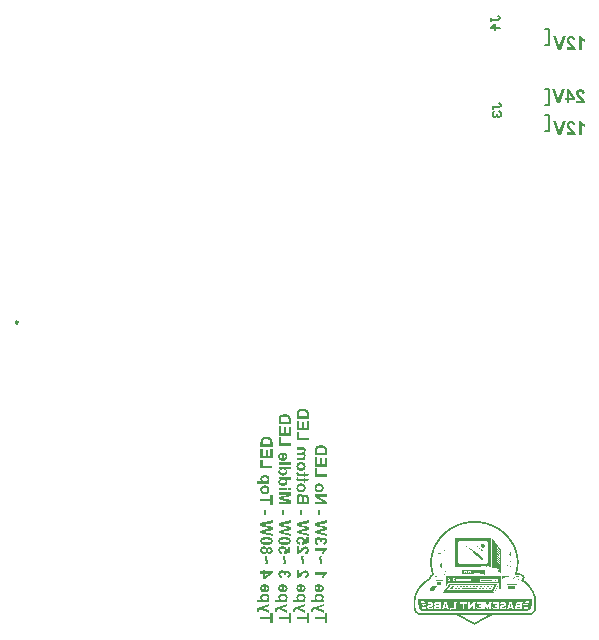
<source format=gbo>
G04*
G04 #@! TF.GenerationSoftware,Altium Limited,Altium Designer,21.9.2 (33)*
G04*
G04 Layer_Color=32896*
%FSLAX25Y25*%
%MOIN*%
G70*
G04*
G04 #@! TF.SameCoordinates,7D1D80C0-A4A2-4293-B872-F3C3C3D81CEA*
G04*
G04*
G04 #@! TF.FilePolarity,Positive*
G04*
G01*
G75*
%ADD10C,0.00787*%
%ADD13C,0.01000*%
%ADD16C,0.00591*%
G36*
X311528Y37405D02*
X312456D01*
Y37354D01*
X312971D01*
Y37302D01*
X313332D01*
Y37251D01*
X313641D01*
Y37199D01*
X313950D01*
Y37148D01*
X314207D01*
Y37096D01*
X314413D01*
Y37045D01*
X314620D01*
Y36993D01*
X314826D01*
Y36942D01*
X315083D01*
Y36890D01*
X315238D01*
Y36839D01*
X315444D01*
Y36787D01*
X315599D01*
Y36736D01*
X315753D01*
Y36684D01*
X315908D01*
Y36633D01*
X316062D01*
Y36581D01*
X316217D01*
Y36530D01*
X316320D01*
Y36478D01*
X316474D01*
Y36426D01*
X316629D01*
Y36375D01*
X316783D01*
Y36323D01*
X316886D01*
Y36272D01*
X316989D01*
Y36220D01*
X317144D01*
Y36169D01*
X317247D01*
Y36117D01*
X317350D01*
Y36066D01*
X317505D01*
Y36014D01*
X317608D01*
Y35963D01*
X317711D01*
Y35911D01*
X317814D01*
Y35860D01*
X317917D01*
Y35808D01*
X318020D01*
Y35757D01*
X318123D01*
Y35705D01*
X318226D01*
Y35654D01*
X318329D01*
Y35602D01*
X318432D01*
Y35551D01*
X318535D01*
Y35499D01*
X318587D01*
Y35448D01*
X318690D01*
Y35396D01*
X318793D01*
Y35345D01*
X318844D01*
Y35293D01*
X318947D01*
Y35242D01*
X319050D01*
Y35190D01*
X319102D01*
Y35139D01*
X319205D01*
Y35087D01*
X319256D01*
Y35035D01*
X319359D01*
Y34984D01*
X319462D01*
Y34933D01*
X319514D01*
Y34881D01*
X319617D01*
Y34830D01*
X319669D01*
Y34778D01*
X319772D01*
Y34726D01*
X319823D01*
Y34675D01*
X319875D01*
Y34623D01*
X319978D01*
Y34572D01*
X320029D01*
Y34520D01*
X320132D01*
Y34469D01*
X320184D01*
Y34417D01*
X320235D01*
Y34366D01*
X320338D01*
Y34314D01*
X320390D01*
Y34263D01*
X320441D01*
Y34211D01*
X320493D01*
Y34160D01*
X320596D01*
Y34108D01*
X320647D01*
Y34057D01*
X320699D01*
Y34005D01*
X320750D01*
Y33954D01*
X320853D01*
Y33902D01*
X320905D01*
Y33851D01*
X320956D01*
Y33799D01*
X321008D01*
Y33748D01*
X321059D01*
Y33696D01*
X321111D01*
Y33645D01*
X321163D01*
Y33593D01*
X321214D01*
Y33542D01*
X321317D01*
Y33490D01*
X321369D01*
Y33438D01*
X321420D01*
Y33387D01*
X321472D01*
Y33335D01*
X321523D01*
Y33284D01*
X321575D01*
Y33232D01*
X321626D01*
Y33181D01*
X321678D01*
Y33129D01*
X321729D01*
Y33078D01*
X321781D01*
Y33026D01*
X321832D01*
Y32975D01*
X321884D01*
Y32923D01*
X321935D01*
Y32872D01*
X321987D01*
Y32820D01*
X322038D01*
Y32769D01*
X322090D01*
Y32717D01*
X322141D01*
Y32614D01*
X322193D01*
Y32563D01*
X322245D01*
Y32511D01*
X322296D01*
Y32460D01*
X322347D01*
Y32408D01*
X322399D01*
Y32357D01*
X322451D01*
Y32305D01*
X322502D01*
Y32254D01*
X322554D01*
Y32150D01*
X322605D01*
Y32099D01*
X322657D01*
Y32047D01*
X322708D01*
Y31996D01*
X322760D01*
Y31893D01*
X322811D01*
Y31841D01*
X322863D01*
Y31790D01*
X322914D01*
Y31687D01*
X322966D01*
Y31635D01*
X323017D01*
Y31584D01*
X323069D01*
Y31532D01*
X323120D01*
Y31429D01*
X323172D01*
Y31378D01*
X323223D01*
Y31326D01*
X323275D01*
Y31223D01*
X323326D01*
Y31172D01*
X323378D01*
Y31069D01*
X323429D01*
Y31017D01*
X323481D01*
Y30914D01*
X323533D01*
Y30863D01*
X323584D01*
Y30759D01*
X323636D01*
Y30708D01*
X323687D01*
Y30605D01*
X323739D01*
Y30553D01*
X323790D01*
Y30450D01*
X323842D01*
Y30399D01*
X323893D01*
Y30296D01*
X323945D01*
Y30193D01*
X323996D01*
Y30141D01*
X324048D01*
Y30038D01*
X324099D01*
Y29935D01*
X324151D01*
Y29832D01*
X324202D01*
Y29729D01*
X324254D01*
Y29626D01*
X324305D01*
Y29574D01*
X324357D01*
Y29471D01*
X324408D01*
Y29368D01*
X324460D01*
Y29265D01*
X324511D01*
Y29162D01*
X324563D01*
Y29059D01*
X324614D01*
Y28905D01*
X324666D01*
Y28802D01*
X324717D01*
Y28699D01*
X324769D01*
Y28596D01*
X324820D01*
Y28493D01*
X324872D01*
Y28338D01*
X324923D01*
Y28235D01*
X324975D01*
Y28080D01*
X325026D01*
Y27926D01*
X325078D01*
Y27771D01*
X325130D01*
Y27617D01*
X325181D01*
Y27462D01*
X325233D01*
Y27308D01*
X325284D01*
Y27101D01*
X325336D01*
Y26947D01*
X325387D01*
Y26741D01*
X325439D01*
Y26535D01*
X325490D01*
Y26277D01*
X325542D01*
Y26020D01*
X325593D01*
Y25762D01*
X325645D01*
Y25453D01*
X325696D01*
Y25041D01*
X325748D01*
Y24474D01*
X325799D01*
Y22929D01*
X325748D01*
Y22259D01*
X325696D01*
Y21847D01*
X325645D01*
Y21486D01*
X325593D01*
Y21228D01*
X325542D01*
Y20971D01*
X325490D01*
Y20713D01*
X325439D01*
Y20559D01*
X325387D01*
Y20353D01*
X325336D01*
Y20146D01*
X325284D01*
Y19992D01*
X325954D01*
Y19940D01*
X326160D01*
Y19889D01*
X326314D01*
Y19837D01*
X326469D01*
Y19786D01*
X326572D01*
Y19734D01*
X326675D01*
Y19683D01*
X326778D01*
Y19631D01*
X326881D01*
Y19580D01*
X326984D01*
Y19528D01*
X327036D01*
Y19477D01*
X327139D01*
Y19425D01*
X327242D01*
Y19374D01*
X327293D01*
Y19322D01*
X327396D01*
Y19271D01*
X327448D01*
Y19219D01*
X327500D01*
Y19168D01*
X327551D01*
Y19116D01*
X327603D01*
Y19064D01*
X327654D01*
Y19013D01*
X327706D01*
Y18961D01*
X327757D01*
Y18858D01*
X327809D01*
Y18446D01*
X327757D01*
Y18343D01*
X327706D01*
Y18240D01*
X327654D01*
Y18137D01*
X327603D01*
Y18086D01*
X327551D01*
Y17983D01*
X327500D01*
Y17880D01*
X327448D01*
Y17828D01*
X327396D01*
Y17725D01*
X327448D01*
Y17673D01*
X327500D01*
Y17622D01*
X327603D01*
Y17570D01*
X327706D01*
Y17519D01*
X327757D01*
Y17467D01*
X327809D01*
Y17416D01*
X327912D01*
Y17364D01*
X327963D01*
Y17313D01*
X328015D01*
Y17261D01*
X328118D01*
Y17210D01*
X328169D01*
Y17158D01*
X328221D01*
Y17107D01*
X328272D01*
Y17055D01*
X328375D01*
Y17004D01*
X328427D01*
Y16952D01*
X328478D01*
Y16901D01*
X328530D01*
Y16849D01*
X328581D01*
Y16798D01*
X328633D01*
Y16746D01*
X328684D01*
Y16695D01*
X328736D01*
Y16643D01*
X328787D01*
Y16592D01*
X328839D01*
Y16540D01*
X328890D01*
Y16488D01*
X328942D01*
Y16437D01*
X328994D01*
Y16386D01*
X329045D01*
Y16334D01*
X329097D01*
Y16283D01*
X329148D01*
Y16231D01*
X329200D01*
Y16179D01*
X329251D01*
Y16128D01*
X329303D01*
Y16076D01*
X329354D01*
Y16025D01*
X329406D01*
Y15973D01*
X329457D01*
Y15870D01*
X329509D01*
Y15819D01*
X329560D01*
Y15767D01*
X329612D01*
Y15716D01*
X329663D01*
Y15664D01*
X329715D01*
Y15561D01*
X329766D01*
Y15510D01*
X329818D01*
Y15458D01*
X329869D01*
Y15355D01*
X329921D01*
Y15304D01*
X329972D01*
Y15252D01*
X330024D01*
Y15149D01*
X330075D01*
Y15098D01*
X330127D01*
Y15046D01*
X330178D01*
Y14943D01*
X330230D01*
Y14891D01*
X330281D01*
Y14788D01*
X330333D01*
Y14737D01*
X330384D01*
Y14634D01*
X330436D01*
Y14582D01*
X330488D01*
Y14479D01*
X330539D01*
Y14376D01*
X330591D01*
Y14325D01*
X330642D01*
Y14222D01*
X330694D01*
Y14119D01*
X330745D01*
Y14016D01*
X330797D01*
Y13913D01*
X330848D01*
Y13810D01*
X330900D01*
Y13706D01*
X330951D01*
Y13603D01*
X331003D01*
Y13500D01*
X331054D01*
Y13397D01*
X331106D01*
Y13243D01*
X331157D01*
Y13140D01*
X331209D01*
Y12985D01*
X331260D01*
Y12831D01*
X331312D01*
Y12676D01*
X331363D01*
Y12521D01*
X331415D01*
Y12367D01*
X331466D01*
Y12109D01*
X331518D01*
Y11852D01*
X331570D01*
Y11491D01*
X331621D01*
Y9379D01*
X331673D01*
Y8451D01*
X331621D01*
Y8039D01*
X331570D01*
Y7833D01*
X331518D01*
Y7679D01*
X331466D01*
Y7524D01*
X331415D01*
Y7421D01*
X331363D01*
Y7318D01*
X331312D01*
Y7215D01*
X331260D01*
Y7112D01*
X331209D01*
Y7061D01*
X331157D01*
Y7009D01*
X331106D01*
Y6906D01*
X331054D01*
Y6854D01*
X331003D01*
Y6803D01*
X330951D01*
Y6751D01*
X330900D01*
Y6700D01*
X330848D01*
Y6648D01*
X330745D01*
Y6597D01*
X330694D01*
Y6545D01*
X330642D01*
Y6494D01*
X330539D01*
Y6442D01*
X330488D01*
Y6391D01*
X330384D01*
Y6339D01*
X330281D01*
Y6288D01*
X330178D01*
Y6236D01*
X330024D01*
Y6185D01*
X329818D01*
Y6133D01*
X329509D01*
Y6082D01*
X328015D01*
Y6133D01*
X327448D01*
Y6082D01*
X317402D01*
Y6133D01*
X317144D01*
Y6082D01*
X317041D01*
Y6030D01*
X316938D01*
Y5979D01*
X316835D01*
Y5927D01*
X316783D01*
Y5875D01*
X316680D01*
Y5824D01*
X316577D01*
Y5773D01*
X316474D01*
Y5721D01*
X316371D01*
Y5669D01*
X316320D01*
Y5618D01*
X316217D01*
Y5566D01*
X316114D01*
Y5515D01*
X316011D01*
Y5463D01*
X315908D01*
Y5412D01*
X315805D01*
Y5360D01*
X315702D01*
Y5309D01*
X315650D01*
Y5257D01*
X315547D01*
Y5206D01*
X315444D01*
Y5154D01*
X315341D01*
Y5103D01*
X315289D01*
Y5051D01*
X315186D01*
Y5000D01*
X315083D01*
Y4948D01*
X314980D01*
Y4897D01*
X314877D01*
Y4845D01*
X314774D01*
Y4794D01*
X314671D01*
Y4742D01*
X314620D01*
Y4691D01*
X314517D01*
Y4639D01*
X314413D01*
Y4588D01*
X314311D01*
Y4536D01*
X314207D01*
Y4484D01*
X314104D01*
Y4433D01*
X314001D01*
Y4382D01*
X313950D01*
Y4330D01*
X313847D01*
Y4278D01*
X313744D01*
Y4227D01*
X313641D01*
Y4175D01*
X313538D01*
Y4124D01*
X313435D01*
Y4072D01*
X313383D01*
Y4021D01*
X313280D01*
Y3969D01*
X313177D01*
Y3918D01*
X313074D01*
Y3866D01*
X312971D01*
Y3815D01*
X312919D01*
Y3763D01*
X312816D01*
Y3712D01*
X312713D01*
Y3660D01*
X312610D01*
Y3609D01*
X312507D01*
Y3557D01*
X312404D01*
Y3506D01*
X312301D01*
Y3454D01*
X312250D01*
Y3403D01*
X312147D01*
Y3351D01*
X312044D01*
Y3300D01*
X311941D01*
Y3248D01*
X311838D01*
Y3196D01*
X311735D01*
Y3145D01*
X311683D01*
Y3094D01*
X311580D01*
Y3042D01*
X311477D01*
Y2990D01*
X311374D01*
Y2939D01*
X311271D01*
Y2887D01*
X311168D01*
Y2836D01*
X310962D01*
Y2887D01*
X310807D01*
Y2939D01*
X310756D01*
Y2990D01*
X310653D01*
Y3042D01*
X310550D01*
Y3094D01*
X310447D01*
Y3145D01*
X310344D01*
Y3196D01*
X310292D01*
Y3248D01*
X310189D01*
Y3300D01*
X310086D01*
Y3351D01*
X309983D01*
Y3403D01*
X309880D01*
Y3454D01*
X309777D01*
Y3506D01*
X309725D01*
Y3557D01*
X309622D01*
Y3609D01*
X309519D01*
Y3660D01*
X309416D01*
Y3712D01*
X309313D01*
Y3763D01*
X309210D01*
Y3815D01*
X309107D01*
Y3866D01*
X309055D01*
Y3918D01*
X308952D01*
Y3969D01*
X308849D01*
Y4021D01*
X308746D01*
Y4072D01*
X308643D01*
Y4124D01*
X308540D01*
Y4175D01*
X308489D01*
Y4227D01*
X308386D01*
Y4278D01*
X308283D01*
Y4330D01*
X308180D01*
Y4382D01*
X308077D01*
Y4433D01*
X307974D01*
Y4484D01*
X307922D01*
Y4536D01*
X307819D01*
Y4588D01*
X307716D01*
Y4639D01*
X307613D01*
Y4691D01*
X307561D01*
Y4742D01*
X307458D01*
Y4794D01*
X307355D01*
Y4845D01*
X307252D01*
Y4897D01*
X307149D01*
Y4948D01*
X307046D01*
Y5000D01*
X306995D01*
Y5051D01*
X306892D01*
Y5103D01*
X306789D01*
Y5154D01*
X306686D01*
Y5206D01*
X306583D01*
Y5257D01*
X306480D01*
Y5309D01*
X306377D01*
Y5360D01*
X306325D01*
Y5412D01*
X306222D01*
Y5463D01*
X306119D01*
Y5515D01*
X306016D01*
Y5566D01*
X305964D01*
Y5618D01*
X305861D01*
Y5669D01*
X305758D01*
Y5721D01*
X305655D01*
Y5773D01*
X305604D01*
Y5824D01*
X305501D01*
Y5875D01*
X305398D01*
Y5927D01*
X305295D01*
Y5979D01*
X305191D01*
Y6030D01*
X305140D01*
Y6082D01*
X295712D01*
Y6133D01*
X293960D01*
Y6082D01*
X293085D01*
Y6133D01*
X292724D01*
Y6185D01*
X292518D01*
Y6236D01*
X292415D01*
Y6288D01*
X292260D01*
Y6339D01*
X292157D01*
Y6391D01*
X292054D01*
Y6442D01*
X292003D01*
Y6494D01*
X291899D01*
Y6545D01*
X291848D01*
Y6597D01*
X291745D01*
Y6648D01*
X291693D01*
Y6700D01*
X291642D01*
Y6751D01*
X291590D01*
Y6803D01*
X291539D01*
Y6854D01*
X291487D01*
Y6906D01*
X291436D01*
Y6957D01*
X291384D01*
Y7061D01*
X291333D01*
Y7112D01*
X291281D01*
Y7164D01*
X291230D01*
Y7266D01*
X291178D01*
Y7370D01*
X291127D01*
Y7473D01*
X291075D01*
Y7627D01*
X291024D01*
Y7730D01*
X290972D01*
Y7936D01*
X290921D01*
Y8194D01*
X290869D01*
Y11285D01*
X290921D01*
Y11646D01*
X290972D01*
Y11955D01*
X291024D01*
Y12212D01*
X291075D01*
Y12470D01*
X291127D01*
Y12676D01*
X291178D01*
Y12831D01*
X291230D01*
Y12985D01*
X291281D01*
Y13088D01*
X291333D01*
Y13243D01*
X291384D01*
Y13346D01*
X291436D01*
Y13500D01*
X291487D01*
Y13603D01*
X291539D01*
Y13706D01*
X291590D01*
Y13810D01*
X291642D01*
Y13913D01*
X291693D01*
Y14016D01*
X291745D01*
Y14119D01*
X291796D01*
Y14222D01*
X291848D01*
Y14325D01*
X291899D01*
Y14376D01*
X291951D01*
Y14479D01*
X292003D01*
Y14582D01*
X292054D01*
Y14685D01*
X292106D01*
Y14737D01*
X292157D01*
Y14788D01*
X292209D01*
Y14891D01*
X292260D01*
Y14943D01*
X292312D01*
Y15046D01*
X292363D01*
Y15098D01*
X292415D01*
Y15201D01*
X292466D01*
Y15252D01*
X292518D01*
Y15304D01*
X292569D01*
Y15407D01*
X292621D01*
Y15458D01*
X292672D01*
Y15510D01*
X292724D01*
Y15613D01*
X292775D01*
Y15664D01*
X292827D01*
Y15716D01*
X292878D01*
Y15767D01*
X292930D01*
Y15870D01*
X292981D01*
Y15922D01*
X293033D01*
Y15973D01*
X293085D01*
Y16025D01*
X293136D01*
Y16076D01*
X293187D01*
Y16128D01*
X293239D01*
Y16179D01*
X293290D01*
Y16231D01*
X293342D01*
Y16283D01*
X293394D01*
Y16334D01*
X293445D01*
Y16386D01*
X293497D01*
Y16437D01*
X293548D01*
Y16540D01*
X293600D01*
Y16592D01*
X293651D01*
Y16643D01*
X293703D01*
Y16695D01*
X293806D01*
Y16746D01*
X293857D01*
Y16798D01*
X293909D01*
Y16849D01*
X293960D01*
Y16901D01*
X294012D01*
Y16952D01*
X294063D01*
Y17004D01*
X294115D01*
Y17055D01*
X294166D01*
Y17107D01*
X294269D01*
Y17158D01*
X294321D01*
Y17210D01*
X294373D01*
Y17261D01*
X294424D01*
Y17313D01*
X294527D01*
Y17364D01*
X294579D01*
Y17416D01*
X294630D01*
Y17467D01*
X294733D01*
Y17519D01*
X294785D01*
Y17570D01*
X294836D01*
Y17622D01*
X294939D01*
Y17673D01*
X294991D01*
Y17725D01*
X295094D01*
Y17776D01*
X295145D01*
Y17828D01*
X295197D01*
Y17880D01*
X295300D01*
Y17931D01*
X295351D01*
Y17983D01*
X295454D01*
Y18034D01*
X295506D01*
Y18086D01*
X295609D01*
Y18137D01*
X295712D01*
Y18189D01*
X295763D01*
Y18240D01*
X295866D01*
Y18292D01*
X295918D01*
Y18498D01*
X295970D01*
Y18601D01*
X296021D01*
Y18704D01*
X296073D01*
Y18807D01*
X296124D01*
Y18910D01*
X296176D01*
Y18961D01*
X296227D01*
Y19064D01*
X296279D01*
Y19116D01*
X296330D01*
Y19168D01*
X296382D01*
Y19219D01*
X296433D01*
Y19271D01*
X296485D01*
Y19322D01*
X296536D01*
Y19374D01*
X296588D01*
Y19425D01*
X296639D01*
Y19477D01*
X296691D01*
Y19528D01*
X296794D01*
Y19580D01*
X296845D01*
Y19631D01*
X296897D01*
Y19683D01*
X297000D01*
Y19786D01*
X296948D01*
Y19940D01*
X296897D01*
Y20095D01*
X296845D01*
Y20301D01*
X296794D01*
Y20507D01*
X296742D01*
Y20765D01*
X296691D01*
Y20919D01*
X296639D01*
Y21228D01*
X296588D01*
Y21486D01*
X296536D01*
Y21795D01*
X296485D01*
Y22156D01*
X296433D01*
Y22825D01*
X296382D01*
Y24422D01*
X296433D01*
Y25092D01*
X296485D01*
Y25453D01*
X296536D01*
Y25762D01*
X296588D01*
Y26020D01*
X296639D01*
Y26277D01*
X296691D01*
Y26483D01*
X296742D01*
Y26689D01*
X296794D01*
Y26895D01*
X296845D01*
Y27101D01*
X296897D01*
Y27256D01*
X296948D01*
Y27411D01*
X297000D01*
Y27565D01*
X297052D01*
Y27720D01*
X297103D01*
Y27874D01*
X297154D01*
Y28029D01*
X297206D01*
Y28132D01*
X297257D01*
Y28286D01*
X297309D01*
Y28389D01*
X297361D01*
Y28544D01*
X297412D01*
Y28647D01*
X297464D01*
Y28750D01*
X297515D01*
Y28853D01*
X297567D01*
Y29008D01*
X297618D01*
Y29111D01*
X297670D01*
Y29214D01*
X297721D01*
Y29317D01*
X297773D01*
Y29420D01*
X297824D01*
Y29523D01*
X297876D01*
Y29574D01*
X297927D01*
Y29678D01*
X297979D01*
Y29781D01*
X298030D01*
Y29884D01*
X298082D01*
Y29987D01*
X298133D01*
Y30038D01*
X298185D01*
Y30141D01*
X298236D01*
Y30244D01*
X298288D01*
Y30347D01*
X298340D01*
Y30399D01*
X298391D01*
Y30502D01*
X298443D01*
Y30553D01*
X298494D01*
Y30656D01*
X298546D01*
Y30708D01*
X298597D01*
Y30811D01*
X298649D01*
Y30863D01*
X298700D01*
Y30966D01*
X298752D01*
Y31017D01*
X298803D01*
Y31120D01*
X298855D01*
Y31172D01*
X298906D01*
Y31275D01*
X298958D01*
Y31326D01*
X299009D01*
Y31378D01*
X299061D01*
Y31481D01*
X299112D01*
Y31532D01*
X299164D01*
Y31584D01*
X299215D01*
Y31687D01*
X299267D01*
Y31738D01*
X299318D01*
Y31790D01*
X299370D01*
Y31893D01*
X299421D01*
Y31944D01*
X299473D01*
Y31996D01*
X299524D01*
Y32047D01*
X299576D01*
Y32099D01*
X299627D01*
Y32202D01*
X299679D01*
Y32254D01*
X299730D01*
Y32305D01*
X299782D01*
Y32357D01*
X299833D01*
Y32408D01*
X299885D01*
Y32460D01*
X299937D01*
Y32563D01*
X299988D01*
Y32614D01*
X300040D01*
Y32666D01*
X300091D01*
Y32717D01*
X300143D01*
Y32769D01*
X300194D01*
Y32820D01*
X300246D01*
Y32872D01*
X300297D01*
Y32923D01*
X300349D01*
Y32975D01*
X300400D01*
Y33026D01*
X300452D01*
Y33078D01*
X300503D01*
Y33129D01*
X300555D01*
Y33181D01*
X300606D01*
Y33232D01*
X300658D01*
Y33284D01*
X300709D01*
Y33335D01*
X300761D01*
Y33387D01*
X300812D01*
Y33438D01*
X300864D01*
Y33490D01*
X300915D01*
Y33542D01*
X300967D01*
Y33593D01*
X301019D01*
Y33645D01*
X301121D01*
Y33696D01*
X301173D01*
Y33748D01*
X301224D01*
Y33799D01*
X301276D01*
Y33851D01*
X301328D01*
Y33902D01*
X301431D01*
Y33954D01*
X301482D01*
Y34005D01*
X301534D01*
Y34057D01*
X301585D01*
Y34108D01*
X301637D01*
Y34160D01*
X301740D01*
Y34211D01*
X301791D01*
Y34263D01*
X301843D01*
Y34314D01*
X301894D01*
Y34366D01*
X301997D01*
Y34417D01*
X302049D01*
Y34469D01*
X302100D01*
Y34520D01*
X302203D01*
Y34572D01*
X302255D01*
Y34623D01*
X302307D01*
Y34675D01*
X302410D01*
Y34726D01*
X302461D01*
Y34778D01*
X302564D01*
Y34830D01*
X302667D01*
Y34881D01*
X302719D01*
Y34933D01*
X302770D01*
Y34984D01*
X302873D01*
Y35035D01*
X302925D01*
Y35087D01*
X303028D01*
Y35139D01*
X303131D01*
Y35190D01*
X303182D01*
Y35242D01*
X303285D01*
Y35293D01*
X303388D01*
Y35345D01*
X303440D01*
Y35396D01*
X303543D01*
Y35448D01*
X303646D01*
Y35499D01*
X303749D01*
Y35551D01*
X303801D01*
Y35602D01*
X303904D01*
Y35654D01*
X304007D01*
Y35705D01*
X304110D01*
Y35757D01*
X304213D01*
Y35808D01*
X304316D01*
Y35860D01*
X304419D01*
Y35911D01*
X304522D01*
Y35963D01*
X304625D01*
Y36014D01*
X304728D01*
Y36066D01*
X304831D01*
Y36117D01*
X304985D01*
Y36169D01*
X305088D01*
Y36220D01*
X305191D01*
Y36272D01*
X305346D01*
Y36323D01*
X305449D01*
Y36375D01*
X305604D01*
Y36426D01*
X305707D01*
Y36478D01*
X305861D01*
Y36530D01*
X306016D01*
Y36581D01*
X306170D01*
Y36633D01*
X306325D01*
Y36684D01*
X306428D01*
Y36736D01*
X306583D01*
Y36787D01*
X306789D01*
Y36839D01*
X306943D01*
Y36890D01*
X307149D01*
Y36942D01*
X307304D01*
Y36993D01*
X307561D01*
Y37045D01*
X307768D01*
Y37096D01*
X307974D01*
Y37148D01*
X308231D01*
Y37199D01*
X308540D01*
Y37251D01*
X308849D01*
Y37302D01*
X309210D01*
Y37354D01*
X309674D01*
Y37405D01*
X310498D01*
Y37457D01*
X311528D01*
Y37405D01*
D02*
G37*
G36*
X346536Y181324D02*
X346644Y181315D01*
X346746Y181298D01*
X346844Y181278D01*
X346933Y181255D01*
X347018Y181229D01*
X347097Y181200D01*
X347166Y181170D01*
X347228Y181141D01*
X347287Y181111D01*
X347333Y181085D01*
X347375Y181062D01*
X347405Y181042D01*
X347428Y181026D01*
X347444Y181016D01*
X347448Y181013D01*
X347520Y180950D01*
X347585Y180878D01*
X347644Y180803D01*
X347694Y180721D01*
X347740Y180635D01*
X347779Y180550D01*
X347812Y180465D01*
X347841Y180380D01*
X347864Y180301D01*
X347884Y180226D01*
X347900Y180160D01*
X347910Y180101D01*
X347920Y180052D01*
X347923Y180032D01*
X347926Y180016D01*
Y180002D01*
X347930Y179993D01*
Y179986D01*
Y179983D01*
X347064Y179897D01*
X347057Y179966D01*
X347051Y180029D01*
X347038Y180088D01*
X347024Y180143D01*
X347011Y180193D01*
X346995Y180239D01*
X346979Y180278D01*
X346962Y180314D01*
X346946Y180344D01*
X346933Y180370D01*
X346920Y180393D01*
X346906Y180409D01*
X346897Y180426D01*
X346887Y180435D01*
X346884Y180439D01*
X346880Y180442D01*
X346847Y180472D01*
X346815Y180498D01*
X346778Y180517D01*
X346746Y180537D01*
X346670Y180567D01*
X346601Y180586D01*
X346539Y180596D01*
X346513Y180603D01*
X346490D01*
X346470Y180606D01*
X346444D01*
X346395Y180603D01*
X346346Y180599D01*
X346260Y180583D01*
X346185Y180557D01*
X346123Y180527D01*
X346100Y180514D01*
X346077Y180498D01*
X346057Y180485D01*
X346041Y180475D01*
X346027Y180462D01*
X346018Y180455D01*
X346014Y180452D01*
X346011Y180448D01*
X345985Y180419D01*
X345958Y180383D01*
X345919Y180314D01*
X345893Y180239D01*
X345873Y180166D01*
X345860Y180101D01*
X345857Y180075D01*
Y180052D01*
X345854Y180029D01*
Y180016D01*
Y180006D01*
Y180002D01*
X345857Y179953D01*
X345860Y179904D01*
X345883Y179806D01*
X345909Y179717D01*
X345942Y179635D01*
X345962Y179599D01*
X345978Y179566D01*
X345991Y179540D01*
X346005Y179514D01*
X346018Y179494D01*
X346027Y179481D01*
X346031Y179471D01*
X346034Y179468D01*
X346063Y179428D01*
X346103Y179379D01*
X346149Y179327D01*
X346204Y179271D01*
X346260Y179209D01*
X346323Y179150D01*
X346444Y179025D01*
X346506Y178966D01*
X346562Y178910D01*
X346615Y178861D01*
X346660Y178815D01*
X346700Y178779D01*
X346729Y178750D01*
X346749Y178733D01*
X346752Y178730D01*
X346756Y178726D01*
X346887Y178602D01*
X347008Y178484D01*
X347116Y178376D01*
X347218Y178271D01*
X347307Y178172D01*
X347389Y178084D01*
X347458Y178002D01*
X347520Y177926D01*
X347572Y177861D01*
X347618Y177802D01*
X347658Y177752D01*
X347687Y177713D01*
X347707Y177680D01*
X347723Y177657D01*
X347733Y177641D01*
X347736Y177638D01*
X347779Y177559D01*
X347818Y177483D01*
X347854Y177405D01*
X347887Y177329D01*
X347913Y177254D01*
X347936Y177185D01*
X347959Y177116D01*
X347976Y177050D01*
X347992Y176991D01*
X348002Y176939D01*
X348012Y176890D01*
X348018Y176850D01*
X348025Y176818D01*
X348028Y176791D01*
X348031Y176778D01*
Y176772D01*
X344981D01*
Y177578D01*
X346713D01*
X346687Y177621D01*
X346657Y177664D01*
X346628Y177706D01*
X346598Y177743D01*
X346575Y177772D01*
X346552Y177798D01*
X346539Y177811D01*
X346536Y177818D01*
X346513Y177844D01*
X346480Y177877D01*
X346447Y177910D01*
X346408Y177949D01*
X346319Y178031D01*
X346231Y178117D01*
X346188Y178156D01*
X346149Y178195D01*
X346109Y178228D01*
X346077Y178258D01*
X346050Y178284D01*
X346027Y178303D01*
X346014Y178316D01*
X346011Y178320D01*
X345936Y178389D01*
X345867Y178454D01*
X345804Y178513D01*
X345749Y178569D01*
X345696Y178622D01*
X345650Y178671D01*
X345608Y178713D01*
X345571Y178753D01*
X345539Y178786D01*
X345513Y178815D01*
X345490Y178841D01*
X345470Y178864D01*
X345457Y178881D01*
X345447Y178891D01*
X345444Y178897D01*
X345440Y178900D01*
X345358Y179012D01*
X345286Y179117D01*
X345227Y179215D01*
X345201Y179261D01*
X345178Y179304D01*
X345158Y179340D01*
X345142Y179376D01*
X345125Y179405D01*
X345112Y179428D01*
X345106Y179451D01*
X345099Y179464D01*
X345093Y179474D01*
Y179478D01*
X345057Y179583D01*
X345027Y179688D01*
X345007Y179786D01*
X344994Y179875D01*
X344991Y179914D01*
X344988Y179950D01*
X344984Y179983D01*
X344981Y180009D01*
Y180032D01*
Y180048D01*
Y180058D01*
Y180061D01*
X344984Y180160D01*
X344998Y180255D01*
X345017Y180347D01*
X345040Y180432D01*
X345070Y180511D01*
X345103Y180586D01*
X345139Y180652D01*
X345175Y180714D01*
X345211Y180770D01*
X345247Y180823D01*
X345280Y180862D01*
X345309Y180898D01*
X345332Y180927D01*
X345352Y180947D01*
X345365Y180960D01*
X345368Y180964D01*
X345444Y181029D01*
X345522Y181085D01*
X345608Y181131D01*
X345696Y181173D01*
X345781Y181210D01*
X345870Y181239D01*
X345958Y181262D01*
X346041Y181282D01*
X346119Y181298D01*
X346191Y181308D01*
X346257Y181318D01*
X346313Y181321D01*
X346359Y181324D01*
X346395Y181328D01*
X346424D01*
X346536Y181324D01*
D02*
G37*
G36*
X339517Y176772D02*
X338529D01*
X336912Y181311D01*
X337887D01*
X338995Y177952D01*
X340146Y181311D01*
X341137D01*
X339517Y176772D01*
D02*
G37*
G36*
X344545Y178441D02*
Y177683D01*
X342688D01*
Y176772D01*
X341845D01*
Y177683D01*
X341281D01*
Y178445D01*
X341845D01*
Y181328D01*
X342577D01*
X344545Y178441D01*
D02*
G37*
G36*
X254007Y74865D02*
X254103Y74859D01*
X254191Y74850D01*
X254275Y74838D01*
X254354Y74827D01*
X254427Y74815D01*
X254493Y74803D01*
X254552Y74792D01*
X254604Y74780D01*
X254648Y74769D01*
X254685Y74757D01*
X254717Y74748D01*
X254738Y74742D01*
X254752Y74739D01*
X254755Y74736D01*
X254825Y74710D01*
X254895Y74681D01*
X254959Y74652D01*
X255020Y74620D01*
X255078Y74588D01*
X255131Y74556D01*
X255180Y74527D01*
X255227Y74495D01*
X255268Y74466D01*
X255302Y74440D01*
X255334Y74416D01*
X255361Y74393D01*
X255381Y74376D01*
X255396Y74364D01*
X255404Y74355D01*
X255407Y74352D01*
X255457Y74303D01*
X255500Y74253D01*
X255541Y74201D01*
X255579Y74151D01*
X255611Y74099D01*
X255643Y74050D01*
X255669Y74000D01*
X255695Y73954D01*
X255716Y73910D01*
X255733Y73869D01*
X255748Y73834D01*
X255759Y73802D01*
X255768Y73779D01*
X255774Y73759D01*
X255780Y73747D01*
Y73744D01*
X255794Y73692D01*
X255806Y73637D01*
X255818Y73575D01*
X255826Y73514D01*
X255838Y73386D01*
X255844Y73325D01*
X255850Y73264D01*
X255852Y73206D01*
X255855Y73153D01*
Y73104D01*
X255858Y73060D01*
Y71495D01*
X251831D01*
Y73104D01*
X251834Y73182D01*
X251839Y73255D01*
X251845Y73325D01*
X251851Y73389D01*
X251857Y73450D01*
X251866Y73503D01*
X251874Y73552D01*
X251880Y73596D01*
X251889Y73634D01*
X251895Y73668D01*
X251904Y73695D01*
X251906Y73715D01*
X251912Y73733D01*
X251915Y73741D01*
Y73744D01*
X251938Y73811D01*
X251962Y73872D01*
X251988Y73930D01*
X252014Y73986D01*
X252040Y74035D01*
X252066Y74082D01*
X252093Y74125D01*
X252119Y74163D01*
X252142Y74198D01*
X252165Y74227D01*
X252183Y74253D01*
X252200Y74277D01*
X252215Y74291D01*
X252226Y74306D01*
X252232Y74312D01*
X252235Y74314D01*
X252288Y74367D01*
X252346Y74414D01*
X252404Y74457D01*
X252462Y74501D01*
X252523Y74539D01*
X252582Y74573D01*
X252640Y74606D01*
X252695Y74635D01*
X252747Y74661D01*
X252794Y74684D01*
X252838Y74701D01*
X252875Y74716D01*
X252905Y74731D01*
X252928Y74739D01*
X252942Y74742D01*
X252948Y74745D01*
X253018Y74769D01*
X253088Y74786D01*
X253233Y74818D01*
X253376Y74841D01*
X253446Y74847D01*
X253510Y74856D01*
X253571Y74859D01*
X253626Y74865D01*
X253679Y74867D01*
X253719D01*
X253754Y74870D01*
X253781D01*
X253798D01*
X253804D01*
X253908D01*
X254007Y74865D01*
D02*
G37*
G36*
X247976Y72991D02*
X248072Y72985D01*
X248159Y72976D01*
X248243Y72964D01*
X248322Y72953D01*
X248395Y72941D01*
X248462Y72929D01*
X248520Y72918D01*
X248572Y72906D01*
X248616Y72894D01*
X248654Y72883D01*
X248686Y72874D01*
X248706Y72868D01*
X248721Y72865D01*
X248724Y72862D01*
X248793Y72836D01*
X248863Y72807D01*
X248927Y72778D01*
X248988Y72746D01*
X249046Y72714D01*
X249099Y72682D01*
X249148Y72653D01*
X249195Y72621D01*
X249236Y72592D01*
X249271Y72566D01*
X249303Y72542D01*
X249329Y72519D01*
X249349Y72502D01*
X249364Y72490D01*
X249372Y72481D01*
X249375Y72478D01*
X249425Y72429D01*
X249468Y72379D01*
X249509Y72327D01*
X249547Y72277D01*
X249579Y72225D01*
X249611Y72176D01*
X249637Y72126D01*
X249663Y72080D01*
X249684Y72036D01*
X249701Y71995D01*
X249716Y71960D01*
X249727Y71928D01*
X249736Y71905D01*
X249742Y71885D01*
X249748Y71873D01*
Y71870D01*
X249762Y71818D01*
X249774Y71762D01*
X249786Y71701D01*
X249794Y71640D01*
X249806Y71512D01*
X249812Y71451D01*
X249818Y71390D01*
X249820Y71332D01*
X249823Y71279D01*
Y71230D01*
X249826Y71186D01*
Y69621D01*
X245799D01*
Y71230D01*
X245802Y71308D01*
X245808Y71381D01*
X245813Y71451D01*
X245819Y71515D01*
X245825Y71576D01*
X245834Y71629D01*
X245843Y71678D01*
X245848Y71722D01*
X245857Y71759D01*
X245863Y71794D01*
X245872Y71821D01*
X245875Y71841D01*
X245880Y71859D01*
X245883Y71867D01*
Y71870D01*
X245907Y71937D01*
X245930Y71998D01*
X245956Y72056D01*
X245982Y72112D01*
X246008Y72161D01*
X246035Y72208D01*
X246061Y72251D01*
X246087Y72289D01*
X246110Y72324D01*
X246134Y72353D01*
X246151Y72379D01*
X246168Y72403D01*
X246183Y72417D01*
X246195Y72432D01*
X246200Y72438D01*
X246203Y72440D01*
X246256Y72493D01*
X246314Y72539D01*
X246372Y72583D01*
X246430Y72627D01*
X246492Y72664D01*
X246550Y72699D01*
X246608Y72732D01*
X246663Y72761D01*
X246715Y72787D01*
X246762Y72810D01*
X246806Y72828D01*
X246844Y72842D01*
X246873Y72857D01*
X246896Y72865D01*
X246911Y72868D01*
X246916Y72871D01*
X246986Y72894D01*
X247056Y72912D01*
X247201Y72944D01*
X247344Y72967D01*
X247414Y72973D01*
X247478Y72982D01*
X247539Y72985D01*
X247594Y72991D01*
X247647Y72993D01*
X247688D01*
X247722Y72996D01*
X247749D01*
X247766D01*
X247772D01*
X247877D01*
X247976Y72991D01*
D02*
G37*
G36*
X252512Y68559D02*
X253603D01*
Y70581D01*
X254284D01*
Y68559D01*
X255177D01*
Y70732D01*
X255858D01*
Y67747D01*
X251831D01*
Y70808D01*
X252512D01*
Y68559D01*
D02*
G37*
G36*
X246480Y66685D02*
X247571D01*
Y68707D01*
X248252D01*
Y66685D01*
X249145D01*
Y68858D01*
X249826D01*
Y65873D01*
X245799D01*
Y68934D01*
X246480D01*
Y66685D01*
D02*
G37*
G36*
X252512Y65142D02*
X255823D01*
Y64330D01*
X251831D01*
Y67165D01*
X252512D01*
Y65142D01*
D02*
G37*
G36*
X246480Y63268D02*
X249791D01*
Y62456D01*
X245799D01*
Y65291D01*
X246480D01*
Y63268D01*
D02*
G37*
G36*
X241944Y65488D02*
X242040Y65483D01*
X242127Y65474D01*
X242212Y65462D01*
X242290Y65451D01*
X242363Y65439D01*
X242430Y65427D01*
X242488Y65416D01*
X242540Y65404D01*
X242584Y65392D01*
X242622Y65381D01*
X242654Y65372D01*
X242674Y65366D01*
X242689Y65363D01*
X242692Y65360D01*
X242761Y65334D01*
X242831Y65305D01*
X242895Y65276D01*
X242956Y65244D01*
X243015Y65212D01*
X243067Y65180D01*
X243116Y65151D01*
X243163Y65119D01*
X243204Y65090D01*
X243239Y65064D01*
X243271Y65040D01*
X243297Y65017D01*
X243317Y65000D01*
X243332Y64988D01*
X243340Y64979D01*
X243343Y64976D01*
X243393Y64927D01*
X243437Y64877D01*
X243477Y64825D01*
X243515Y64776D01*
X243547Y64723D01*
X243579Y64674D01*
X243605Y64624D01*
X243632Y64578D01*
X243652Y64534D01*
X243669Y64493D01*
X243684Y64458D01*
X243696Y64426D01*
X243704Y64403D01*
X243710Y64383D01*
X243716Y64371D01*
Y64368D01*
X243730Y64316D01*
X243742Y64261D01*
X243754Y64199D01*
X243762Y64138D01*
X243774Y64010D01*
X243780Y63949D01*
X243786Y63888D01*
X243789Y63830D01*
X243792Y63777D01*
Y63728D01*
X243794Y63684D01*
Y62119D01*
X239767D01*
Y63728D01*
X239770Y63806D01*
X239776Y63879D01*
X239782Y63949D01*
X239787Y64013D01*
X239793Y64074D01*
X239802Y64127D01*
X239811Y64176D01*
X239816Y64220D01*
X239825Y64258D01*
X239831Y64293D01*
X239840Y64319D01*
X239843Y64339D01*
X239848Y64356D01*
X239851Y64365D01*
Y64368D01*
X239875Y64435D01*
X239898Y64496D01*
X239924Y64554D01*
X239950Y64610D01*
X239977Y64659D01*
X240003Y64706D01*
X240029Y64749D01*
X240055Y64787D01*
X240078Y64822D01*
X240102Y64851D01*
X240119Y64877D01*
X240137Y64901D01*
X240151Y64915D01*
X240163Y64930D01*
X240169Y64936D01*
X240172Y64938D01*
X240224Y64991D01*
X240282Y65037D01*
X240340Y65081D01*
X240399Y65125D01*
X240460Y65163D01*
X240518Y65197D01*
X240576Y65229D01*
X240631Y65259D01*
X240684Y65285D01*
X240730Y65308D01*
X240774Y65325D01*
X240812Y65340D01*
X240841Y65355D01*
X240864Y65363D01*
X240879Y65366D01*
X240884Y65369D01*
X240954Y65392D01*
X241024Y65410D01*
X241170Y65442D01*
X241312Y65465D01*
X241382Y65471D01*
X241446Y65480D01*
X241507Y65483D01*
X241563Y65488D01*
X241615Y65491D01*
X241656D01*
X241691Y65494D01*
X241717D01*
X241734D01*
X241740D01*
X241845D01*
X241944Y65488D01*
D02*
G37*
G36*
X260039Y62677D02*
X260135Y62672D01*
X260223Y62663D01*
X260307Y62651D01*
X260386Y62640D01*
X260458Y62628D01*
X260525Y62616D01*
X260583Y62605D01*
X260636Y62593D01*
X260680Y62581D01*
X260717Y62570D01*
X260749Y62561D01*
X260770Y62555D01*
X260784Y62552D01*
X260787Y62549D01*
X260857Y62523D01*
X260927Y62494D01*
X260991Y62465D01*
X261052Y62433D01*
X261110Y62401D01*
X261162Y62369D01*
X261212Y62340D01*
X261259Y62308D01*
X261299Y62279D01*
X261334Y62253D01*
X261366Y62229D01*
X261392Y62206D01*
X261413Y62189D01*
X261427Y62177D01*
X261436Y62168D01*
X261439Y62165D01*
X261489Y62116D01*
X261532Y62066D01*
X261573Y62014D01*
X261611Y61964D01*
X261643Y61912D01*
X261675Y61863D01*
X261701Y61813D01*
X261727Y61767D01*
X261747Y61723D01*
X261765Y61682D01*
X261779Y61647D01*
X261791Y61615D01*
X261800Y61592D01*
X261806Y61572D01*
X261811Y61560D01*
Y61557D01*
X261826Y61505D01*
X261838Y61449D01*
X261849Y61388D01*
X261858Y61327D01*
X261870Y61199D01*
X261876Y61138D01*
X261881Y61077D01*
X261884Y61019D01*
X261887Y60966D01*
Y60917D01*
X261890Y60873D01*
Y59308D01*
X257863D01*
Y60917D01*
X257866Y60995D01*
X257871Y61068D01*
X257877Y61138D01*
X257883Y61202D01*
X257889Y61263D01*
X257897Y61316D01*
X257906Y61365D01*
X257912Y61409D01*
X257921Y61446D01*
X257927Y61481D01*
X257935Y61508D01*
X257938Y61528D01*
X257944Y61545D01*
X257947Y61554D01*
Y61557D01*
X257970Y61624D01*
X257994Y61685D01*
X258020Y61743D01*
X258046Y61799D01*
X258072Y61848D01*
X258098Y61895D01*
X258124Y61938D01*
X258151Y61976D01*
X258174Y62011D01*
X258197Y62040D01*
X258215Y62066D01*
X258232Y62090D01*
X258247Y62104D01*
X258258Y62119D01*
X258264Y62125D01*
X258267Y62127D01*
X258319Y62180D01*
X258378Y62226D01*
X258436Y62270D01*
X258494Y62314D01*
X258555Y62352D01*
X258613Y62386D01*
X258672Y62418D01*
X258727Y62448D01*
X258779Y62474D01*
X258826Y62497D01*
X258870Y62515D01*
X258907Y62529D01*
X258936Y62544D01*
X258960Y62552D01*
X258974Y62555D01*
X258980Y62558D01*
X259050Y62581D01*
X259120Y62599D01*
X259265Y62631D01*
X259408Y62654D01*
X259478Y62660D01*
X259542Y62669D01*
X259603Y62672D01*
X259658Y62677D01*
X259710Y62680D01*
X259751D01*
X259786Y62683D01*
X259812D01*
X259830D01*
X259836D01*
X259940D01*
X260039Y62677D01*
D02*
G37*
G36*
X240448Y59183D02*
X241539D01*
Y61205D01*
X242220D01*
Y59183D01*
X243113D01*
Y61356D01*
X243794D01*
Y58371D01*
X239767D01*
Y61432D01*
X240448D01*
Y59183D01*
D02*
G37*
G36*
X247193Y60236D02*
X247344Y60227D01*
X247484Y60210D01*
X247612Y60189D01*
X247731Y60160D01*
X247839Y60131D01*
X247938Y60096D01*
X248025Y60061D01*
X248101Y60026D01*
X248168Y59994D01*
X248223Y59962D01*
X248270Y59933D01*
X248304Y59910D01*
X248331Y59893D01*
X248345Y59878D01*
X248351Y59875D01*
X248427Y59802D01*
X248494Y59724D01*
X248552Y59642D01*
X248601Y59558D01*
X248642Y59471D01*
X248677Y59386D01*
X248706Y59302D01*
X248729Y59223D01*
X248747Y59148D01*
X248758Y59075D01*
X248770Y59014D01*
X248776Y58958D01*
X248779Y58912D01*
Y58894D01*
X248782Y58880D01*
Y58851D01*
X248776Y58743D01*
X248764Y58641D01*
X248744Y58545D01*
X248718Y58455D01*
X248686Y58371D01*
X248651Y58292D01*
X248613Y58219D01*
X248575Y58152D01*
X248537Y58094D01*
X248499Y58042D01*
X248464Y57995D01*
X248432Y57957D01*
X248406Y57928D01*
X248386Y57908D01*
X248374Y57896D01*
X248368Y57890D01*
X248287Y57823D01*
X248203Y57765D01*
X248112Y57716D01*
X248019Y57672D01*
X247923Y57634D01*
X247830Y57605D01*
X247737Y57579D01*
X247647Y57559D01*
X247562Y57544D01*
X247484Y57533D01*
X247414Y57524D01*
X247353Y57518D01*
X247327Y57515D01*
X247303D01*
X247283D01*
X247266Y57512D01*
X247251D01*
X247242D01*
X247236D01*
X247234D01*
X247123Y57515D01*
X247015Y57524D01*
X246913Y57538D01*
X246820Y57559D01*
X246730Y57579D01*
X246649Y57602D01*
X246573Y57629D01*
X246503Y57658D01*
X246439Y57684D01*
X246384Y57710D01*
X246337Y57733D01*
X246299Y57757D01*
X246267Y57774D01*
X246244Y57789D01*
X246233Y57797D01*
X246227Y57800D01*
X246139Y57873D01*
X246064Y57955D01*
X245997Y58039D01*
X245941Y58129D01*
X245892Y58222D01*
X245854Y58315D01*
X245819Y58408D01*
X245793Y58499D01*
X245773Y58586D01*
X245758Y58667D01*
X245746Y58737D01*
X245741Y58801D01*
X245738Y58830D01*
X245735Y58854D01*
Y58874D01*
X245732Y58894D01*
Y58926D01*
X245735Y59014D01*
X245741Y59098D01*
X245752Y59180D01*
X245767Y59255D01*
X245781Y59325D01*
X245802Y59392D01*
X245822Y59450D01*
X245843Y59505D01*
X245863Y59555D01*
X245880Y59601D01*
X245901Y59636D01*
X245915Y59668D01*
X245930Y59695D01*
X245941Y59712D01*
X245947Y59724D01*
X245950Y59727D01*
X245994Y59785D01*
X246040Y59840D01*
X246093Y59890D01*
X246145Y59936D01*
X246198Y59977D01*
X246253Y60018D01*
X246305Y60053D01*
X246358Y60082D01*
X246404Y60111D01*
X246451Y60134D01*
X246492Y60154D01*
X246526Y60169D01*
X246555Y60184D01*
X246579Y60192D01*
X246590Y60195D01*
X246596Y60198D01*
X246724Y59430D01*
X246646Y59404D01*
X246582Y59375D01*
X246526Y59343D01*
X246483Y59311D01*
X246448Y59284D01*
X246425Y59261D01*
X246410Y59246D01*
X246404Y59244D01*
Y59241D01*
X246372Y59191D01*
X246349Y59142D01*
X246331Y59089D01*
X246320Y59043D01*
X246314Y58999D01*
X246311Y58967D01*
X246308Y58953D01*
Y58935D01*
X246311Y58886D01*
X246317Y58839D01*
X246326Y58795D01*
X246337Y58752D01*
X246369Y58676D01*
X246384Y58641D01*
X246404Y58612D01*
X246422Y58583D01*
X246436Y58560D01*
X246454Y58536D01*
X246468Y58519D01*
X246480Y58504D01*
X246489Y58496D01*
X246494Y58490D01*
X246497Y58487D01*
X246535Y58455D01*
X246576Y58429D01*
X246620Y58406D01*
X246663Y58382D01*
X246707Y58365D01*
X246750Y58350D01*
X246838Y58330D01*
X246879Y58321D01*
X246913Y58315D01*
X246948Y58310D01*
X246977Y58307D01*
X247001D01*
X247018Y58304D01*
X247030D01*
X247033D01*
Y60239D01*
X247193Y60236D01*
D02*
G37*
G36*
X253839Y61967D02*
X253906Y61962D01*
X253964Y61959D01*
X254019Y61953D01*
X254068Y61944D01*
X254112Y61938D01*
X254153Y61930D01*
X254188Y61921D01*
X254217Y61915D01*
X254243Y61909D01*
X254263Y61901D01*
X254278Y61897D01*
X254290Y61892D01*
X254295Y61889D01*
X254298D01*
X254389Y61842D01*
X254429Y61816D01*
X254464Y61790D01*
X254499Y61764D01*
X254531Y61735D01*
X254560Y61708D01*
X254587Y61682D01*
X254607Y61656D01*
X254627Y61633D01*
X254645Y61612D01*
X254659Y61595D01*
X254668Y61577D01*
X254677Y61566D01*
X254682Y61560D01*
Y61557D01*
X254706Y61513D01*
X254726Y61470D01*
X254758Y61380D01*
X254782Y61286D01*
X254796Y61202D01*
X254802Y61164D01*
X254808Y61126D01*
X254811Y61094D01*
Y61068D01*
X254814Y61045D01*
Y61013D01*
X254808Y60920D01*
X254796Y60833D01*
X254776Y60751D01*
X254767Y60713D01*
X254755Y60678D01*
X254744Y60649D01*
X254735Y60620D01*
X254723Y60597D01*
X254715Y60574D01*
X254709Y60559D01*
X254703Y60547D01*
X254697Y60539D01*
Y60536D01*
X254648Y60454D01*
X254592Y60378D01*
X254534Y60309D01*
X254479Y60248D01*
X254453Y60219D01*
X254427Y60195D01*
X254406Y60175D01*
X254386Y60157D01*
X254371Y60143D01*
X254360Y60131D01*
X254351Y60125D01*
X254348Y60122D01*
X254429Y60070D01*
X254502Y60015D01*
X254560Y59960D01*
X254610Y59904D01*
X254648Y59858D01*
X254662Y59837D01*
X254677Y59820D01*
X254685Y59805D01*
X254691Y59794D01*
X254697Y59788D01*
Y59785D01*
X254735Y59703D01*
X254764Y59622D01*
X254784Y59540D01*
X254799Y59465D01*
X254805Y59430D01*
X254808Y59398D01*
X254811Y59369D01*
Y59346D01*
X254814Y59325D01*
Y59299D01*
X254808Y59203D01*
X254793Y59110D01*
X254770Y59020D01*
X254741Y58935D01*
X254706Y58854D01*
X254668Y58781D01*
X254624Y58711D01*
X254584Y58647D01*
X254540Y58589D01*
X254496Y58539D01*
X254458Y58496D01*
X254424Y58458D01*
X254395Y58429D01*
X254371Y58408D01*
X254357Y58397D01*
X254351Y58391D01*
X254749D01*
Y57681D01*
X251831D01*
Y58452D01*
X253245D01*
X253321D01*
X253393Y58455D01*
X253457Y58458D01*
X253519Y58461D01*
X253571Y58467D01*
X253620Y58473D01*
X253664Y58478D01*
X253705Y58484D01*
X253740Y58487D01*
X253769Y58493D01*
X253792Y58499D01*
X253813Y58504D01*
X253827Y58507D01*
X253839Y58510D01*
X253844Y58513D01*
X253847D01*
X253911Y58539D01*
X253967Y58571D01*
X254013Y58603D01*
X254054Y58638D01*
X254083Y58667D01*
X254106Y58694D01*
X254118Y58711D01*
X254124Y58714D01*
Y58717D01*
X254156Y58772D01*
X254182Y58828D01*
X254200Y58883D01*
X254211Y58932D01*
X254217Y58976D01*
X254220Y58993D01*
X254223Y59011D01*
Y59040D01*
X254220Y59092D01*
X254214Y59139D01*
X254202Y59180D01*
X254194Y59212D01*
X254182Y59238D01*
X254170Y59258D01*
X254165Y59270D01*
X254162Y59273D01*
X254135Y59305D01*
X254106Y59331D01*
X254077Y59351D01*
X254045Y59369D01*
X254019Y59383D01*
X253996Y59392D01*
X253981Y59398D01*
X253978Y59401D01*
X253975D01*
X253949Y59409D01*
X253917Y59415D01*
X253879Y59421D01*
X253839Y59427D01*
X253748Y59433D01*
X253655Y59439D01*
X253612Y59442D01*
X253568D01*
X253530Y59444D01*
X253498D01*
X253469D01*
X253446D01*
X253434D01*
X253428D01*
X251831D01*
Y60216D01*
X253231D01*
X253306D01*
X253373Y60219D01*
X253437Y60221D01*
X253498Y60224D01*
X253554Y60230D01*
X253600Y60236D01*
X253647Y60242D01*
X253684Y60248D01*
X253719Y60251D01*
X253751Y60256D01*
X253775Y60262D01*
X253798Y60268D01*
X253813Y60271D01*
X253824Y60274D01*
X253830Y60277D01*
X253833D01*
X253900Y60303D01*
X253961Y60335D01*
X254010Y60370D01*
X254051Y60405D01*
X254083Y60434D01*
X254106Y60460D01*
X254118Y60478D01*
X254124Y60480D01*
Y60483D01*
X254156Y60539D01*
X254182Y60591D01*
X254200Y60643D01*
X254211Y60690D01*
X254217Y60731D01*
X254223Y60763D01*
Y60789D01*
X254220Y60830D01*
X254217Y60867D01*
X254208Y60902D01*
X254197Y60934D01*
X254170Y60990D01*
X254141Y61036D01*
X254109Y61071D01*
X254083Y61097D01*
X254071Y61106D01*
X254063Y61112D01*
X254060Y61118D01*
X254057D01*
X254031Y61132D01*
X253996Y61144D01*
X253958Y61155D01*
X253914Y61164D01*
X253824Y61179D01*
X253728Y61190D01*
X253681Y61193D01*
X253638Y61196D01*
X253600D01*
X253565Y61199D01*
X253536D01*
X253516D01*
X253501D01*
X253495D01*
X251831D01*
Y61970D01*
X253693D01*
X253769D01*
X253839Y61967D01*
D02*
G37*
G36*
X249826Y56177D02*
X245799D01*
Y56948D01*
X249826D01*
Y56177D01*
D02*
G37*
G36*
X258543Y56371D02*
X259635D01*
Y58394D01*
X260316D01*
Y56371D01*
X261209D01*
Y58545D01*
X261890D01*
Y55560D01*
X257863D01*
Y58621D01*
X258543D01*
Y56371D01*
D02*
G37*
G36*
X240448Y55766D02*
X243760D01*
Y54954D01*
X239767D01*
Y57789D01*
X240448D01*
Y55766D01*
D02*
G37*
G36*
X253414Y57128D02*
X253530Y57116D01*
X253638Y57096D01*
X253743Y57067D01*
X253839Y57035D01*
X253929Y57000D01*
X254010Y56962D01*
X254086Y56921D01*
X254153Y56881D01*
X254211Y56843D01*
X254263Y56808D01*
X254304Y56776D01*
X254339Y56750D01*
X254362Y56726D01*
X254377Y56715D01*
X254383Y56709D01*
X254458Y56628D01*
X254525Y56540D01*
X254584Y56453D01*
X254633Y56363D01*
X254674Y56270D01*
X254709Y56179D01*
X254738Y56092D01*
X254761Y56008D01*
X254779Y55929D01*
X254790Y55856D01*
X254802Y55789D01*
X254808Y55734D01*
X254811Y55688D01*
Y55670D01*
X254814Y55653D01*
Y55624D01*
X254811Y55545D01*
X254805Y55466D01*
X254796Y55394D01*
X254784Y55321D01*
X254770Y55254D01*
X254752Y55190D01*
X254735Y55129D01*
X254717Y55074D01*
X254700Y55024D01*
X254682Y54980D01*
X254665Y54940D01*
X254650Y54908D01*
X254639Y54882D01*
X254630Y54861D01*
X254624Y54849D01*
X254621Y54847D01*
X254584Y54783D01*
X254543Y54724D01*
X254499Y54669D01*
X254456Y54617D01*
X254409Y54570D01*
X254365Y54527D01*
X254319Y54486D01*
X254275Y54448D01*
X254234Y54416D01*
X254197Y54390D01*
X254162Y54366D01*
X254130Y54346D01*
X254106Y54331D01*
X254086Y54320D01*
X254074Y54314D01*
X254071Y54311D01*
X254005Y54279D01*
X253938Y54250D01*
X253871Y54224D01*
X253804Y54201D01*
X253740Y54183D01*
X253679Y54169D01*
X253620Y54157D01*
X253565Y54145D01*
X253516Y54137D01*
X253469Y54131D01*
X253428Y54128D01*
X253396Y54125D01*
X253367Y54122D01*
X253347D01*
X253335D01*
X253329D01*
X253236Y54125D01*
X253149Y54131D01*
X253065Y54140D01*
X252983Y54151D01*
X252907Y54166D01*
X252838Y54183D01*
X252774Y54198D01*
X252712Y54218D01*
X252660Y54236D01*
X252611Y54250D01*
X252570Y54268D01*
X252538Y54282D01*
X252509Y54294D01*
X252491Y54302D01*
X252477Y54308D01*
X252474Y54311D01*
X252410Y54349D01*
X252352Y54390D01*
X252296Y54433D01*
X252244Y54477D01*
X252197Y54524D01*
X252154Y54570D01*
X252113Y54614D01*
X252078Y54658D01*
X252046Y54701D01*
X252020Y54739D01*
X251997Y54774D01*
X251979Y54803D01*
X251965Y54829D01*
X251953Y54849D01*
X251947Y54861D01*
X251944Y54864D01*
X251912Y54934D01*
X251886Y55001D01*
X251860Y55071D01*
X251839Y55138D01*
X251822Y55202D01*
X251807Y55266D01*
X251796Y55327D01*
X251787Y55382D01*
X251778Y55434D01*
X251773Y55484D01*
X251770Y55525D01*
X251767Y55563D01*
X251764Y55589D01*
Y55629D01*
X251770Y55749D01*
X251781Y55862D01*
X251805Y55970D01*
X251831Y56072D01*
X251866Y56168D01*
X251901Y56255D01*
X251941Y56336D01*
X251982Y56412D01*
X252020Y56479D01*
X252061Y56537D01*
X252096Y56587D01*
X252131Y56630D01*
X252157Y56662D01*
X252180Y56686D01*
X252192Y56700D01*
X252197Y56706D01*
X252282Y56782D01*
X252369Y56849D01*
X252462Y56904D01*
X252552Y56953D01*
X252646Y56994D01*
X252736Y57029D01*
X252826Y57058D01*
X252910Y57082D01*
X252989Y57099D01*
X253062Y57111D01*
X253129Y57122D01*
X253184Y57128D01*
X253231Y57131D01*
X253251D01*
X253265Y57134D01*
X253277D01*
X253286D01*
X253292D01*
X253294D01*
X253414Y57128D01*
D02*
G37*
G36*
X249826Y54643D02*
X248374D01*
X248447Y54573D01*
X248508Y54503D01*
X248563Y54433D01*
X248610Y54361D01*
X248651Y54288D01*
X248683Y54218D01*
X248709Y54151D01*
X248732Y54084D01*
X248747Y54026D01*
X248761Y53971D01*
X248770Y53921D01*
X248776Y53878D01*
X248779Y53843D01*
X248782Y53816D01*
Y53796D01*
X248779Y53697D01*
X248764Y53604D01*
X248747Y53517D01*
X248721Y53432D01*
X248691Y53354D01*
X248659Y53281D01*
X248624Y53214D01*
X248590Y53153D01*
X248552Y53098D01*
X248517Y53051D01*
X248485Y53008D01*
X248456Y52975D01*
X248429Y52946D01*
X248412Y52929D01*
X248400Y52914D01*
X248395Y52912D01*
X248319Y52850D01*
X248235Y52798D01*
X248147Y52751D01*
X248054Y52711D01*
X247961Y52679D01*
X247868Y52650D01*
X247775Y52626D01*
X247685Y52609D01*
X247600Y52594D01*
X247522Y52583D01*
X247449Y52577D01*
X247388Y52571D01*
X247362Y52568D01*
X247335D01*
X247315Y52565D01*
X247298D01*
X247283D01*
X247274D01*
X247268D01*
X247266D01*
X247135Y52568D01*
X247009Y52580D01*
X246893Y52597D01*
X246782Y52621D01*
X246684Y52650D01*
X246590Y52679D01*
X246506Y52711D01*
X246430Y52746D01*
X246360Y52778D01*
X246302Y52810D01*
X246253Y52842D01*
X246212Y52868D01*
X246180Y52891D01*
X246154Y52909D01*
X246142Y52920D01*
X246136Y52923D01*
X246067Y52993D01*
X246003Y53063D01*
X245950Y53136D01*
X245904Y53208D01*
X245863Y53281D01*
X245831Y53354D01*
X245805Y53424D01*
X245781Y53488D01*
X245767Y53549D01*
X245752Y53607D01*
X245744Y53656D01*
X245738Y53700D01*
X245735Y53735D01*
X245732Y53761D01*
Y53785D01*
X245738Y53878D01*
X245752Y53965D01*
X245770Y54049D01*
X245793Y54122D01*
X245805Y54154D01*
X245816Y54183D01*
X245825Y54209D01*
X245834Y54233D01*
X245843Y54250D01*
X245848Y54262D01*
X245854Y54270D01*
Y54273D01*
X245878Y54320D01*
X245907Y54361D01*
X245965Y54442D01*
X246026Y54515D01*
X246087Y54579D01*
X246116Y54605D01*
X246142Y54628D01*
X246166Y54649D01*
X246186Y54666D01*
X246203Y54681D01*
X246215Y54690D01*
X246224Y54695D01*
X246227Y54698D01*
X245799D01*
Y55414D01*
X249826D01*
Y54643D01*
D02*
G37*
G36*
X258543Y52955D02*
X261855D01*
Y52143D01*
X257863D01*
Y54978D01*
X258543D01*
Y52955D01*
D02*
G37*
G36*
X252477Y53758D02*
X252453Y53685D01*
X252436Y53624D01*
X252421Y53569D01*
X252413Y53526D01*
X252407Y53491D01*
X252404Y53467D01*
Y53447D01*
X252407Y53421D01*
X252410Y53395D01*
X252416Y53371D01*
X252424Y53354D01*
X252430Y53336D01*
X252436Y53325D01*
X252439Y53319D01*
X252442Y53316D01*
X252456Y53298D01*
X252474Y53284D01*
X252488Y53272D01*
X252503Y53264D01*
X252518Y53258D01*
X252529Y53252D01*
X252535Y53249D01*
X252538D01*
X252552Y53246D01*
X252573Y53243D01*
X252599D01*
X252628Y53240D01*
X252663D01*
X252698Y53237D01*
X252771D01*
X252840Y53234D01*
X252872D01*
X252899D01*
X252925D01*
X252942D01*
X252954D01*
X252957D01*
X254135D01*
Y53761D01*
X254749D01*
Y53234D01*
X255783D01*
X255329Y52463D01*
X254749D01*
Y52108D01*
X254135D01*
Y52463D01*
X252861D01*
X252788D01*
X252721D01*
X252657Y52466D01*
X252602D01*
X252552Y52469D01*
X252509Y52472D01*
X252468D01*
X252436Y52475D01*
X252407Y52478D01*
X252381Y52481D01*
X252360D01*
X252343Y52484D01*
X252331D01*
X252323Y52487D01*
X252320D01*
X252317D01*
X252250Y52498D01*
X252189Y52516D01*
X252136Y52533D01*
X252093Y52551D01*
X252061Y52568D01*
X252034Y52583D01*
X252020Y52591D01*
X252014Y52594D01*
X251973Y52626D01*
X251938Y52667D01*
X251909Y52705D01*
X251883Y52746D01*
X251863Y52783D01*
X251845Y52812D01*
X251839Y52824D01*
X251837Y52833D01*
X251834Y52836D01*
Y52839D01*
X251810Y52903D01*
X251793Y52970D01*
X251781Y53031D01*
X251773Y53089D01*
X251767Y53141D01*
Y53162D01*
X251764Y53179D01*
Y53214D01*
X251770Y53339D01*
X251781Y53453D01*
X251790Y53508D01*
X251799Y53557D01*
X251810Y53604D01*
X251822Y53648D01*
X251831Y53685D01*
X251842Y53720D01*
X251851Y53752D01*
X251860Y53779D01*
X251866Y53799D01*
X251871Y53814D01*
X251877Y53822D01*
Y53825D01*
X252477Y53758D01*
D02*
G37*
G36*
Y51884D02*
X252453Y51811D01*
X252436Y51750D01*
X252421Y51695D01*
X252413Y51651D01*
X252407Y51617D01*
X252404Y51593D01*
Y51573D01*
X252407Y51547D01*
X252410Y51521D01*
X252416Y51497D01*
X252424Y51480D01*
X252430Y51462D01*
X252436Y51451D01*
X252439Y51445D01*
X252442Y51442D01*
X252456Y51424D01*
X252474Y51410D01*
X252488Y51398D01*
X252503Y51389D01*
X252518Y51384D01*
X252529Y51378D01*
X252535Y51375D01*
X252538D01*
X252552Y51372D01*
X252573Y51369D01*
X252599D01*
X252628Y51366D01*
X252663D01*
X252698Y51363D01*
X252771D01*
X252840Y51360D01*
X252872D01*
X252899D01*
X252925D01*
X252942D01*
X252954D01*
X252957D01*
X254135D01*
Y51887D01*
X254749D01*
Y51360D01*
X255783D01*
X255329Y50589D01*
X254749D01*
Y50234D01*
X254135D01*
Y50589D01*
X252861D01*
X252788D01*
X252721D01*
X252657Y50592D01*
X252602D01*
X252552Y50595D01*
X252509Y50598D01*
X252468D01*
X252436Y50601D01*
X252407Y50604D01*
X252381Y50607D01*
X252360D01*
X252343Y50610D01*
X252331D01*
X252323Y50613D01*
X252320D01*
X252317D01*
X252250Y50624D01*
X252189Y50642D01*
X252136Y50659D01*
X252093Y50677D01*
X252061Y50694D01*
X252034Y50709D01*
X252020Y50717D01*
X252014Y50720D01*
X251973Y50752D01*
X251938Y50793D01*
X251909Y50831D01*
X251883Y50872D01*
X251863Y50909D01*
X251845Y50938D01*
X251839Y50950D01*
X251837Y50959D01*
X251834Y50962D01*
Y50965D01*
X251810Y51029D01*
X251793Y51096D01*
X251781Y51157D01*
X251773Y51215D01*
X251767Y51267D01*
Y51288D01*
X251764Y51305D01*
Y51340D01*
X251770Y51465D01*
X251781Y51579D01*
X251790Y51634D01*
X251799Y51683D01*
X251810Y51730D01*
X251822Y51774D01*
X251831Y51811D01*
X251842Y51846D01*
X251851Y51878D01*
X251860Y51905D01*
X251866Y51925D01*
X251871Y51939D01*
X251877Y51948D01*
Y51951D01*
X252477Y51884D01*
D02*
G37*
G36*
X241371Y52751D02*
X241493Y52740D01*
X241606Y52722D01*
X241714Y52699D01*
X241813Y52673D01*
X241906Y52641D01*
X241987Y52609D01*
X242063Y52577D01*
X242130Y52545D01*
X242188Y52513D01*
X242238Y52481D01*
X242278Y52455D01*
X242310Y52431D01*
X242334Y52414D01*
X242345Y52402D01*
X242351Y52399D01*
X242421Y52332D01*
X242482Y52260D01*
X242537Y52187D01*
X242581Y52114D01*
X242622Y52041D01*
X242654Y51969D01*
X242680Y51902D01*
X242700Y51835D01*
X242718Y51771D01*
X242729Y51715D01*
X242738Y51663D01*
X242744Y51619D01*
X242747Y51585D01*
X242750Y51558D01*
Y51480D01*
X242744Y51427D01*
X242729Y51328D01*
X242706Y51238D01*
X242694Y51197D01*
X242683Y51160D01*
X242668Y51125D01*
X242657Y51093D01*
X242645Y51066D01*
X242633Y51043D01*
X242625Y51026D01*
X242619Y51014D01*
X242616Y51005D01*
X242613Y51003D01*
X242558Y50918D01*
X242499Y50842D01*
X242438Y50778D01*
X242383Y50723D01*
X242357Y50700D01*
X242334Y50682D01*
X242310Y50665D01*
X242293Y50650D01*
X242276Y50639D01*
X242264Y50630D01*
X242258Y50627D01*
X242255Y50624D01*
X242686D01*
Y49905D01*
X238658D01*
Y50677D01*
X240125D01*
X240084Y50717D01*
X240043Y50755D01*
X240009Y50796D01*
X239977Y50831D01*
X239945Y50869D01*
X239918Y50901D01*
X239875Y50962D01*
X239854Y50991D01*
X239840Y51014D01*
X239825Y51034D01*
X239814Y51052D01*
X239808Y51066D01*
X239802Y51078D01*
X239796Y51084D01*
Y51087D01*
X239764Y51162D01*
X239741Y51238D01*
X239723Y51314D01*
X239712Y51384D01*
X239709Y51413D01*
X239706Y51442D01*
X239703Y51465D01*
Y51489D01*
X239700Y51506D01*
Y51529D01*
X239706Y51622D01*
X239718Y51713D01*
X239738Y51800D01*
X239764Y51878D01*
X239793Y51957D01*
X239828Y52027D01*
X239866Y52094D01*
X239904Y52155D01*
X239939Y52207D01*
X239977Y52257D01*
X240012Y52298D01*
X240041Y52332D01*
X240067Y52362D01*
X240087Y52379D01*
X240099Y52394D01*
X240105Y52396D01*
X240183Y52460D01*
X240270Y52516D01*
X240361Y52562D01*
X240454Y52603D01*
X240547Y52638D01*
X240643Y52667D01*
X240733Y52690D01*
X240823Y52711D01*
X240908Y52725D01*
X240986Y52737D01*
X241059Y52743D01*
X241120Y52749D01*
X241146Y52751D01*
X241170D01*
X241190Y52754D01*
X241208D01*
X241222D01*
X241231D01*
X241237D01*
X241240D01*
X241371Y52751D01*
D02*
G37*
G36*
X249826Y51206D02*
X248374D01*
X248447Y51136D01*
X248508Y51066D01*
X248563Y50997D01*
X248610Y50924D01*
X248651Y50851D01*
X248683Y50781D01*
X248709Y50714D01*
X248732Y50647D01*
X248747Y50589D01*
X248761Y50534D01*
X248770Y50485D01*
X248776Y50441D01*
X248779Y50406D01*
X248782Y50380D01*
Y50359D01*
X248779Y50260D01*
X248764Y50167D01*
X248747Y50080D01*
X248721Y49996D01*
X248691Y49917D01*
X248659Y49844D01*
X248624Y49777D01*
X248590Y49716D01*
X248552Y49661D01*
X248517Y49614D01*
X248485Y49571D01*
X248456Y49539D01*
X248429Y49510D01*
X248412Y49492D01*
X248400Y49478D01*
X248395Y49475D01*
X248319Y49414D01*
X248235Y49361D01*
X248147Y49315D01*
X248054Y49274D01*
X247961Y49242D01*
X247868Y49213D01*
X247775Y49190D01*
X247685Y49172D01*
X247600Y49158D01*
X247522Y49146D01*
X247449Y49140D01*
X247388Y49134D01*
X247362Y49131D01*
X247335D01*
X247315Y49128D01*
X247298D01*
X247283D01*
X247274D01*
X247268D01*
X247266D01*
X247135Y49131D01*
X247009Y49143D01*
X246893Y49161D01*
X246782Y49184D01*
X246684Y49213D01*
X246590Y49242D01*
X246506Y49274D01*
X246430Y49309D01*
X246360Y49341D01*
X246302Y49373D01*
X246253Y49405D01*
X246212Y49431D01*
X246180Y49454D01*
X246154Y49472D01*
X246142Y49483D01*
X246136Y49486D01*
X246067Y49556D01*
X246003Y49626D01*
X245950Y49699D01*
X245904Y49772D01*
X245863Y49844D01*
X245831Y49917D01*
X245805Y49987D01*
X245781Y50051D01*
X245767Y50112D01*
X245752Y50170D01*
X245744Y50220D01*
X245738Y50263D01*
X245735Y50298D01*
X245732Y50324D01*
Y50348D01*
X245738Y50441D01*
X245752Y50528D01*
X245770Y50613D01*
X245793Y50685D01*
X245805Y50717D01*
X245816Y50746D01*
X245825Y50773D01*
X245834Y50796D01*
X245843Y50813D01*
X245848Y50825D01*
X245854Y50834D01*
Y50837D01*
X245878Y50883D01*
X245907Y50924D01*
X245965Y51005D01*
X246026Y51078D01*
X246087Y51142D01*
X246116Y51168D01*
X246142Y51192D01*
X246166Y51212D01*
X246186Y51230D01*
X246203Y51244D01*
X246215Y51253D01*
X246224Y51259D01*
X246227Y51262D01*
X245799D01*
Y51977D01*
X249826D01*
Y51206D01*
D02*
G37*
G36*
Y47740D02*
X249113D01*
Y48511D01*
X249826D01*
Y47740D01*
D02*
G37*
G36*
X248718D02*
X245799D01*
Y48511D01*
X248718D01*
Y47740D01*
D02*
G37*
G36*
X259446Y49943D02*
X259562Y49932D01*
X259670Y49911D01*
X259774Y49882D01*
X259871Y49850D01*
X259961Y49815D01*
X260042Y49777D01*
X260118Y49737D01*
X260185Y49696D01*
X260243Y49658D01*
X260295Y49623D01*
X260336Y49591D01*
X260371Y49565D01*
X260394Y49542D01*
X260409Y49530D01*
X260415Y49524D01*
X260490Y49443D01*
X260557Y49355D01*
X260615Y49268D01*
X260665Y49178D01*
X260706Y49085D01*
X260741Y48995D01*
X260770Y48907D01*
X260793Y48823D01*
X260810Y48744D01*
X260822Y48672D01*
X260834Y48605D01*
X260840Y48549D01*
X260842Y48503D01*
Y48485D01*
X260845Y48468D01*
Y48439D01*
X260842Y48360D01*
X260837Y48282D01*
X260828Y48209D01*
X260816Y48136D01*
X260802Y48069D01*
X260784Y48005D01*
X260767Y47944D01*
X260749Y47889D01*
X260732Y47839D01*
X260714Y47796D01*
X260697Y47755D01*
X260682Y47723D01*
X260671Y47697D01*
X260662Y47676D01*
X260656Y47665D01*
X260653Y47662D01*
X260615Y47598D01*
X260575Y47540D01*
X260531Y47484D01*
X260487Y47432D01*
X260441Y47385D01*
X260397Y47342D01*
X260351Y47301D01*
X260307Y47263D01*
X260266Y47231D01*
X260228Y47205D01*
X260193Y47182D01*
X260161Y47161D01*
X260138Y47147D01*
X260118Y47135D01*
X260106Y47129D01*
X260103Y47126D01*
X260036Y47094D01*
X259969Y47065D01*
X259903Y47039D01*
X259836Y47016D01*
X259772Y46998D01*
X259710Y46984D01*
X259652Y46972D01*
X259597Y46960D01*
X259547Y46952D01*
X259501Y46946D01*
X259460Y46943D01*
X259428Y46940D01*
X259399Y46937D01*
X259379D01*
X259367D01*
X259361D01*
X259268Y46940D01*
X259181Y46946D01*
X259096Y46955D01*
X259015Y46966D01*
X258939Y46981D01*
X258870Y46998D01*
X258805Y47013D01*
X258744Y47033D01*
X258692Y47051D01*
X258643Y47065D01*
X258602Y47083D01*
X258570Y47097D01*
X258541Y47109D01*
X258523Y47118D01*
X258509Y47124D01*
X258506Y47126D01*
X258442Y47164D01*
X258383Y47205D01*
X258328Y47249D01*
X258276Y47292D01*
X258229Y47339D01*
X258186Y47385D01*
X258145Y47429D01*
X258110Y47473D01*
X258078Y47516D01*
X258052Y47554D01*
X258029Y47589D01*
X258011Y47618D01*
X257997Y47644D01*
X257985Y47665D01*
X257979Y47676D01*
X257976Y47679D01*
X257944Y47749D01*
X257918Y47816D01*
X257892Y47886D01*
X257871Y47953D01*
X257854Y48017D01*
X257839Y48081D01*
X257828Y48142D01*
X257819Y48197D01*
X257810Y48250D01*
X257804Y48299D01*
X257802Y48340D01*
X257799Y48378D01*
X257796Y48404D01*
Y48445D01*
X257802Y48564D01*
X257813Y48677D01*
X257836Y48785D01*
X257863Y48887D01*
X257897Y48983D01*
X257932Y49070D01*
X257973Y49152D01*
X258014Y49227D01*
X258052Y49294D01*
X258092Y49352D01*
X258127Y49402D01*
X258162Y49446D01*
X258189Y49478D01*
X258212Y49501D01*
X258223Y49516D01*
X258229Y49521D01*
X258314Y49597D01*
X258401Y49664D01*
X258494Y49719D01*
X258584Y49769D01*
X258677Y49809D01*
X258768Y49844D01*
X258858Y49873D01*
X258942Y49897D01*
X259021Y49914D01*
X259093Y49926D01*
X259160Y49937D01*
X259216Y49943D01*
X259262Y49946D01*
X259283D01*
X259297Y49949D01*
X259309D01*
X259318D01*
X259323D01*
X259326D01*
X259446Y49943D01*
D02*
G37*
G36*
X253414D02*
X253530Y49932D01*
X253638Y49911D01*
X253743Y49882D01*
X253839Y49850D01*
X253929Y49815D01*
X254010Y49777D01*
X254086Y49737D01*
X254153Y49696D01*
X254211Y49658D01*
X254263Y49623D01*
X254304Y49591D01*
X254339Y49565D01*
X254362Y49542D01*
X254377Y49530D01*
X254383Y49524D01*
X254458Y49443D01*
X254525Y49355D01*
X254584Y49268D01*
X254633Y49178D01*
X254674Y49085D01*
X254709Y48995D01*
X254738Y48907D01*
X254761Y48823D01*
X254779Y48744D01*
X254790Y48672D01*
X254802Y48605D01*
X254808Y48549D01*
X254811Y48503D01*
Y48485D01*
X254814Y48468D01*
Y48439D01*
X254811Y48360D01*
X254805Y48282D01*
X254796Y48209D01*
X254784Y48136D01*
X254770Y48069D01*
X254752Y48005D01*
X254735Y47944D01*
X254717Y47889D01*
X254700Y47839D01*
X254682Y47796D01*
X254665Y47755D01*
X254650Y47723D01*
X254639Y47697D01*
X254630Y47676D01*
X254624Y47665D01*
X254621Y47662D01*
X254584Y47598D01*
X254543Y47540D01*
X254499Y47484D01*
X254456Y47432D01*
X254409Y47385D01*
X254365Y47342D01*
X254319Y47301D01*
X254275Y47263D01*
X254234Y47231D01*
X254197Y47205D01*
X254162Y47182D01*
X254130Y47161D01*
X254106Y47147D01*
X254086Y47135D01*
X254074Y47129D01*
X254071Y47126D01*
X254005Y47094D01*
X253938Y47065D01*
X253871Y47039D01*
X253804Y47016D01*
X253740Y46998D01*
X253679Y46984D01*
X253620Y46972D01*
X253565Y46960D01*
X253516Y46952D01*
X253469Y46946D01*
X253428Y46943D01*
X253396Y46940D01*
X253367Y46937D01*
X253347D01*
X253335D01*
X253329D01*
X253236Y46940D01*
X253149Y46946D01*
X253065Y46955D01*
X252983Y46966D01*
X252907Y46981D01*
X252838Y46998D01*
X252774Y47013D01*
X252712Y47033D01*
X252660Y47051D01*
X252611Y47065D01*
X252570Y47083D01*
X252538Y47097D01*
X252509Y47109D01*
X252491Y47118D01*
X252477Y47124D01*
X252474Y47126D01*
X252410Y47164D01*
X252352Y47205D01*
X252296Y47249D01*
X252244Y47292D01*
X252197Y47339D01*
X252154Y47385D01*
X252113Y47429D01*
X252078Y47473D01*
X252046Y47516D01*
X252020Y47554D01*
X251997Y47589D01*
X251979Y47618D01*
X251965Y47644D01*
X251953Y47665D01*
X251947Y47676D01*
X251944Y47679D01*
X251912Y47749D01*
X251886Y47816D01*
X251860Y47886D01*
X251839Y47953D01*
X251822Y48017D01*
X251807Y48081D01*
X251796Y48142D01*
X251787Y48197D01*
X251778Y48250D01*
X251773Y48299D01*
X251770Y48340D01*
X251767Y48378D01*
X251764Y48404D01*
Y48445D01*
X251770Y48564D01*
X251781Y48677D01*
X251805Y48785D01*
X251831Y48887D01*
X251866Y48983D01*
X251901Y49070D01*
X251941Y49152D01*
X251982Y49227D01*
X252020Y49294D01*
X252061Y49352D01*
X252096Y49402D01*
X252131Y49446D01*
X252157Y49478D01*
X252180Y49501D01*
X252192Y49516D01*
X252197Y49521D01*
X252282Y49597D01*
X252369Y49664D01*
X252462Y49719D01*
X252552Y49769D01*
X252646Y49809D01*
X252736Y49844D01*
X252826Y49873D01*
X252910Y49897D01*
X252989Y49914D01*
X253062Y49926D01*
X253129Y49937D01*
X253184Y49943D01*
X253231Y49946D01*
X253251D01*
X253265Y49949D01*
X253277D01*
X253286D01*
X253292D01*
X253294D01*
X253414Y49943D01*
D02*
G37*
G36*
X241350Y49318D02*
X241466Y49306D01*
X241574Y49286D01*
X241679Y49257D01*
X241775Y49224D01*
X241865Y49190D01*
X241947Y49152D01*
X242022Y49111D01*
X242089Y49070D01*
X242147Y49032D01*
X242200Y48998D01*
X242241Y48965D01*
X242276Y48939D01*
X242299Y48916D01*
X242313Y48904D01*
X242319Y48899D01*
X242395Y48817D01*
X242462Y48730D01*
X242520Y48643D01*
X242569Y48552D01*
X242610Y48459D01*
X242645Y48369D01*
X242674Y48282D01*
X242697Y48197D01*
X242715Y48119D01*
X242726Y48046D01*
X242738Y47979D01*
X242744Y47924D01*
X242747Y47877D01*
Y47860D01*
X242750Y47842D01*
Y47813D01*
X242747Y47735D01*
X242741Y47656D01*
X242732Y47583D01*
X242721Y47510D01*
X242706Y47444D01*
X242689Y47380D01*
X242671Y47318D01*
X242654Y47263D01*
X242636Y47214D01*
X242619Y47170D01*
X242601Y47129D01*
X242587Y47097D01*
X242575Y47071D01*
X242566Y47051D01*
X242561Y47039D01*
X242558Y47036D01*
X242520Y46972D01*
X242479Y46914D01*
X242436Y46859D01*
X242392Y46806D01*
X242345Y46760D01*
X242302Y46716D01*
X242255Y46675D01*
X242212Y46637D01*
X242171Y46606D01*
X242133Y46579D01*
X242098Y46556D01*
X242066Y46536D01*
X242043Y46521D01*
X242022Y46510D01*
X242011Y46504D01*
X242008Y46501D01*
X241941Y46469D01*
X241874Y46440D01*
X241807Y46413D01*
X241740Y46390D01*
X241676Y46373D01*
X241615Y46358D01*
X241557Y46347D01*
X241501Y46335D01*
X241452Y46326D01*
X241405Y46320D01*
X241365Y46317D01*
X241333Y46314D01*
X241303Y46312D01*
X241283D01*
X241271D01*
X241266D01*
X241173Y46314D01*
X241085Y46320D01*
X241001Y46329D01*
X240919Y46341D01*
X240844Y46355D01*
X240774Y46373D01*
X240710Y46387D01*
X240649Y46408D01*
X240596Y46425D01*
X240547Y46440D01*
X240506Y46457D01*
X240474Y46472D01*
X240445Y46483D01*
X240428Y46492D01*
X240413Y46498D01*
X240410Y46501D01*
X240346Y46539D01*
X240288Y46579D01*
X240233Y46623D01*
X240180Y46667D01*
X240134Y46713D01*
X240090Y46760D01*
X240049Y46803D01*
X240014Y46847D01*
X239982Y46891D01*
X239956Y46929D01*
X239933Y46963D01*
X239915Y46992D01*
X239901Y47019D01*
X239889Y47039D01*
X239883Y47051D01*
X239880Y47054D01*
X239848Y47124D01*
X239822Y47190D01*
X239796Y47260D01*
X239776Y47327D01*
X239758Y47391D01*
X239744Y47455D01*
X239732Y47516D01*
X239723Y47572D01*
X239715Y47624D01*
X239709Y47673D01*
X239706Y47714D01*
X239703Y47752D01*
X239700Y47778D01*
Y47819D01*
X239706Y47938D01*
X239718Y48052D01*
X239741Y48159D01*
X239767Y48261D01*
X239802Y48357D01*
X239837Y48445D01*
X239878Y48526D01*
X239918Y48602D01*
X239956Y48669D01*
X239997Y48727D01*
X240032Y48776D01*
X240067Y48820D01*
X240093Y48852D01*
X240116Y48875D01*
X240128Y48890D01*
X240134Y48896D01*
X240218Y48971D01*
X240305Y49038D01*
X240399Y49093D01*
X240489Y49143D01*
X240582Y49184D01*
X240672Y49219D01*
X240762Y49248D01*
X240847Y49271D01*
X240925Y49288D01*
X240998Y49300D01*
X241065Y49312D01*
X241120Y49318D01*
X241167Y49321D01*
X241187D01*
X241202Y49323D01*
X241213D01*
X241222D01*
X241228D01*
X241231D01*
X241350Y49318D01*
D02*
G37*
G36*
X261890Y45508D02*
X259192D01*
X261890Y43856D01*
Y43067D01*
X257863D01*
Y43821D01*
X260499D01*
X257863Y45447D01*
Y46262D01*
X261890D01*
Y45508D01*
D02*
G37*
G36*
X253062Y46434D02*
X253123Y46428D01*
X253184Y46419D01*
X253239Y46405D01*
X253294Y46390D01*
X253344Y46376D01*
X253391Y46355D01*
X253434Y46338D01*
X253472Y46320D01*
X253507Y46303D01*
X253536Y46285D01*
X253559Y46271D01*
X253580Y46256D01*
X253594Y46248D01*
X253603Y46242D01*
X253606Y46239D01*
X253652Y46201D01*
X253696Y46157D01*
X253737Y46114D01*
X253772Y46067D01*
X253804Y46021D01*
X253836Y45974D01*
X253862Y45928D01*
X253885Y45884D01*
X253906Y45840D01*
X253923Y45799D01*
X253938Y45764D01*
X253949Y45735D01*
X253958Y45709D01*
X253964Y45692D01*
X253970Y45677D01*
Y45674D01*
X254019Y45767D01*
X254074Y45849D01*
X254135Y45919D01*
X254165Y45948D01*
X254191Y45977D01*
X254220Y46000D01*
X254243Y46023D01*
X254266Y46041D01*
X254287Y46058D01*
X254301Y46070D01*
X254313Y46079D01*
X254322Y46082D01*
X254325Y46085D01*
X254368Y46111D01*
X254415Y46137D01*
X254461Y46157D01*
X254505Y46175D01*
X254592Y46201D01*
X254671Y46218D01*
X254709Y46227D01*
X254741Y46230D01*
X254770Y46233D01*
X254796Y46236D01*
X254816Y46239D01*
X254831D01*
X254840D01*
X254843D01*
X254892D01*
X254939Y46233D01*
X255026Y46218D01*
X255107Y46198D01*
X255142Y46189D01*
X255177Y46178D01*
X255206Y46166D01*
X255235Y46154D01*
X255259Y46143D01*
X255276Y46134D01*
X255294Y46125D01*
X255305Y46119D01*
X255311Y46117D01*
X255314Y46114D01*
X255390Y46064D01*
X255454Y46015D01*
X255512Y45962D01*
X255561Y45913D01*
X255599Y45869D01*
X255625Y45837D01*
X255637Y45823D01*
X255643Y45814D01*
X255649Y45808D01*
Y45805D01*
X255692Y45733D01*
X255730Y45660D01*
X255759Y45590D01*
X255783Y45526D01*
X255791Y45494D01*
X255797Y45468D01*
X255803Y45444D01*
X255809Y45424D01*
X255812Y45407D01*
X255815Y45395D01*
X255818Y45386D01*
Y45383D01*
X255823Y45337D01*
X255832Y45287D01*
X255838Y45232D01*
X255841Y45174D01*
X255850Y45057D01*
X255852Y44941D01*
X255855Y44886D01*
Y44836D01*
X255858Y44793D01*
Y43064D01*
X251831D01*
Y44635D01*
X251834Y44697D01*
Y44813D01*
X251837Y44865D01*
Y44915D01*
X251839Y45005D01*
Y45084D01*
X251842Y45153D01*
X251845Y45215D01*
X251848Y45267D01*
Y45308D01*
X251851Y45342D01*
X251854Y45369D01*
Y45389D01*
X251857Y45404D01*
Y45412D01*
X251874Y45529D01*
X251886Y45584D01*
X251901Y45636D01*
X251915Y45683D01*
X251933Y45730D01*
X251947Y45770D01*
X251965Y45808D01*
X251979Y45843D01*
X251997Y45872D01*
X252008Y45898D01*
X252023Y45919D01*
X252031Y45936D01*
X252040Y45951D01*
X252043Y45957D01*
X252046Y45959D01*
X252110Y46038D01*
X252177Y46108D01*
X252247Y46166D01*
X252314Y46218D01*
X252372Y46256D01*
X252398Y46274D01*
X252419Y46285D01*
X252436Y46294D01*
X252451Y46303D01*
X252459Y46309D01*
X252462D01*
X252512Y46332D01*
X252561Y46352D01*
X252657Y46381D01*
X252747Y46405D01*
X252788Y46413D01*
X252829Y46422D01*
X252864Y46425D01*
X252899Y46431D01*
X252925Y46434D01*
X252951D01*
X252972Y46437D01*
X252986D01*
X252995D01*
X252998D01*
X253062Y46434D01*
D02*
G37*
G36*
X249826Y45712D02*
X247076Y44993D01*
X249826Y44266D01*
Y43049D01*
X245799D01*
Y43803D01*
X248968D01*
X245799Y44598D01*
Y45380D01*
X248968Y46178D01*
X245799Y46181D01*
Y46934D01*
X249826D01*
Y45712D01*
D02*
G37*
G36*
X243794Y42776D02*
X243113D01*
Y43972D01*
X239767D01*
Y44784D01*
X243113D01*
Y45977D01*
X243794D01*
Y42776D01*
D02*
G37*
G36*
X259707Y39531D02*
X258936D01*
Y41047D01*
X259707D01*
Y39531D01*
D02*
G37*
G36*
X253676D02*
X252905D01*
Y41047D01*
X253676D01*
Y39531D01*
D02*
G37*
G36*
X247644D02*
X246873D01*
Y41047D01*
X247644D01*
Y39531D01*
D02*
G37*
G36*
X241612D02*
X240841D01*
Y41047D01*
X241612D01*
Y39531D01*
D02*
G37*
G36*
X261890Y36825D02*
X259076Y36208D01*
X261890Y35504D01*
Y34535D01*
X259123Y33801D01*
X261890Y33196D01*
Y32364D01*
X257863Y33321D01*
Y34206D01*
X260872Y35003D01*
X257863Y35804D01*
Y36668D01*
X261890Y37646D01*
Y36825D01*
D02*
G37*
G36*
X255858D02*
X253044Y36208D01*
X255858Y35504D01*
Y34535D01*
X253091Y33801D01*
X255858Y33196D01*
Y32364D01*
X251831Y33321D01*
Y34206D01*
X254840Y35003D01*
X251831Y35804D01*
Y36668D01*
X255858Y37646D01*
Y36825D01*
D02*
G37*
G36*
X249826D02*
X247012Y36208D01*
X249826Y35504D01*
Y34535D01*
X247059Y33801D01*
X249826Y33196D01*
Y32364D01*
X245799Y33321D01*
Y34206D01*
X248808Y35003D01*
X245799Y35804D01*
Y36668D01*
X249826Y37646D01*
Y36825D01*
D02*
G37*
G36*
X243794D02*
X240981Y36208D01*
X243794Y35504D01*
Y34535D01*
X241027Y33801D01*
X243794Y33196D01*
Y32364D01*
X239767Y33321D01*
Y34206D01*
X242776Y35003D01*
X239767Y35804D01*
Y36668D01*
X243794Y37646D01*
Y36825D01*
D02*
G37*
G36*
X253292Y32169D02*
X253393Y32157D01*
X253492Y32140D01*
X253586Y32117D01*
X253670Y32090D01*
X253751Y32058D01*
X253824Y32026D01*
X253891Y31994D01*
X253949Y31960D01*
X254002Y31927D01*
X254048Y31898D01*
X254086Y31869D01*
X254115Y31846D01*
X254135Y31828D01*
X254150Y31817D01*
X254153Y31814D01*
X254220Y31744D01*
X254278Y31674D01*
X254328Y31602D01*
X254371Y31526D01*
X254406Y31453D01*
X254438Y31380D01*
X254461Y31310D01*
X254482Y31244D01*
X254496Y31183D01*
X254508Y31124D01*
X254517Y31075D01*
X254522Y31028D01*
X254525Y30993D01*
X254528Y30967D01*
Y30894D01*
X254522Y30845D01*
X254508Y30746D01*
X254488Y30659D01*
X254476Y30615D01*
X254464Y30577D01*
X254450Y30542D01*
X254438Y30510D01*
X254427Y30484D01*
X254418Y30458D01*
X254409Y30440D01*
X254403Y30426D01*
X254400Y30417D01*
X254397Y30414D01*
X255084Y30539D01*
Y31994D01*
X255806D01*
Y29954D01*
X253711Y29559D01*
X253620Y30182D01*
X253673Y30231D01*
X253716Y30283D01*
X253757Y30336D01*
X253789Y30385D01*
X253818Y30437D01*
X253842Y30487D01*
X253862Y30534D01*
X253876Y30580D01*
X253891Y30621D01*
X253900Y30659D01*
X253906Y30694D01*
X253908Y30723D01*
X253911Y30746D01*
X253914Y30764D01*
Y30778D01*
X253911Y30828D01*
X253906Y30874D01*
X253897Y30915D01*
X253885Y30958D01*
X253856Y31031D01*
X253839Y31063D01*
X253821Y31092D01*
X253804Y31119D01*
X253786Y31142D01*
X253772Y31162D01*
X253757Y31180D01*
X253746Y31191D01*
X253737Y31200D01*
X253731Y31206D01*
X253728Y31209D01*
X253690Y31238D01*
X253649Y31264D01*
X253609Y31287D01*
X253562Y31308D01*
X253516Y31322D01*
X253469Y31337D01*
X253379Y31357D01*
X253335Y31363D01*
X253297Y31369D01*
X253262Y31372D01*
X253231Y31374D01*
X253204Y31378D01*
X253187D01*
X253172D01*
X253169D01*
X253097Y31374D01*
X253030Y31372D01*
X252966Y31363D01*
X252907Y31351D01*
X252855Y31340D01*
X252806Y31325D01*
X252762Y31308D01*
X252721Y31293D01*
X252686Y31278D01*
X252657Y31261D01*
X252631Y31247D01*
X252611Y31235D01*
X252593Y31223D01*
X252582Y31217D01*
X252576Y31212D01*
X252573Y31209D01*
X252538Y31177D01*
X252509Y31145D01*
X252483Y31110D01*
X252459Y31075D01*
X252442Y31040D01*
X252424Y31008D01*
X252401Y30944D01*
X252390Y30886D01*
X252384Y30862D01*
X252381Y30842D01*
X252378Y30825D01*
Y30801D01*
X252381Y30764D01*
X252384Y30726D01*
X252401Y30653D01*
X252424Y30589D01*
X252453Y30534D01*
X252483Y30490D01*
X252494Y30470D01*
X252506Y30455D01*
X252515Y30443D01*
X252523Y30435D01*
X252526Y30429D01*
X252529Y30426D01*
X252558Y30397D01*
X252590Y30371D01*
X252657Y30330D01*
X252727Y30295D01*
X252794Y30269D01*
X252852Y30251D01*
X252878Y30246D01*
X252899Y30243D01*
X252916Y30237D01*
X252931D01*
X252940Y30234D01*
X252942D01*
X252861Y29466D01*
X252768Y29480D01*
X252683Y29503D01*
X252599Y29530D01*
X252523Y29559D01*
X252451Y29594D01*
X252387Y29629D01*
X252326Y29664D01*
X252270Y29701D01*
X252221Y29736D01*
X252180Y29771D01*
X252142Y29800D01*
X252113Y29829D01*
X252090Y29853D01*
X252072Y29870D01*
X252061Y29882D01*
X252058Y29885D01*
X252005Y29952D01*
X251959Y30024D01*
X251921Y30100D01*
X251886Y30176D01*
X251857Y30251D01*
X251834Y30327D01*
X251813Y30400D01*
X251799Y30470D01*
X251787Y30536D01*
X251776Y30598D01*
X251770Y30653D01*
X251767Y30699D01*
X251764Y30740D01*
X251761Y30769D01*
Y30792D01*
X251764Y30857D01*
X251767Y30921D01*
X251784Y31040D01*
X251810Y31153D01*
X251845Y31258D01*
X251883Y31354D01*
X251930Y31444D01*
X251976Y31526D01*
X252029Y31599D01*
X252078Y31663D01*
X252125Y31721D01*
X252171Y31770D01*
X252209Y31808D01*
X252244Y31840D01*
X252270Y31863D01*
X252288Y31875D01*
X252293Y31881D01*
X252369Y31933D01*
X252445Y31977D01*
X252520Y32015D01*
X252596Y32050D01*
X252672Y32079D01*
X252745Y32102D01*
X252817Y32120D01*
X252884Y32137D01*
X252945Y32149D01*
X253004Y32157D01*
X253053Y32163D01*
X253097Y32166D01*
X253132Y32169D01*
X253158Y32172D01*
X253175D01*
X253181D01*
X253292Y32169D01*
D02*
G37*
G36*
X259137Y32099D02*
X259201Y32093D01*
X259262Y32082D01*
X259320Y32070D01*
X259376Y32056D01*
X259428Y32038D01*
X259475Y32018D01*
X259518Y32000D01*
X259556Y31980D01*
X259591Y31960D01*
X259623Y31942D01*
X259646Y31927D01*
X259667Y31916D01*
X259681Y31904D01*
X259690Y31898D01*
X259693Y31895D01*
X259740Y31855D01*
X259780Y31811D01*
X259821Y31767D01*
X259853Y31721D01*
X259885Y31677D01*
X259911Y31631D01*
X259934Y31584D01*
X259955Y31540D01*
X259972Y31500D01*
X259987Y31462D01*
X260001Y31430D01*
X260010Y31401D01*
X260016Y31374D01*
X260022Y31357D01*
X260025Y31345D01*
Y31343D01*
X260054Y31395D01*
X260086Y31444D01*
X260118Y31491D01*
X260153Y31535D01*
X260185Y31575D01*
X260220Y31613D01*
X260290Y31680D01*
X260362Y31735D01*
X260432Y31782D01*
X260502Y31820D01*
X260566Y31852D01*
X260630Y31875D01*
X260688Y31892D01*
X260738Y31907D01*
X260784Y31916D01*
X260822Y31922D01*
X260848Y31925D01*
X260866D01*
X260872D01*
X260941Y31922D01*
X261008Y31913D01*
X261072Y31898D01*
X261133Y31881D01*
X261192Y31858D01*
X261247Y31834D01*
X261299Y31808D01*
X261346Y31782D01*
X261389Y31756D01*
X261427Y31730D01*
X261459Y31706D01*
X261489Y31683D01*
X261512Y31666D01*
X261526Y31651D01*
X261538Y31642D01*
X261541Y31639D01*
X261605Y31572D01*
X261660Y31503D01*
X261710Y31427D01*
X261750Y31351D01*
X261785Y31276D01*
X261817Y31200D01*
X261841Y31127D01*
X261858Y31054D01*
X261876Y30988D01*
X261884Y30926D01*
X261893Y30871D01*
X261899Y30822D01*
X261902Y30784D01*
X261905Y30755D01*
Y30667D01*
X261899Y30606D01*
X261884Y30493D01*
X261876Y30440D01*
X261864Y30391D01*
X261855Y30344D01*
X261843Y30301D01*
X261832Y30263D01*
X261820Y30228D01*
X261809Y30199D01*
X261800Y30173D01*
X261791Y30152D01*
X261785Y30138D01*
X261782Y30129D01*
X261779Y30126D01*
X261730Y30030D01*
X261701Y29989D01*
X261672Y29949D01*
X261646Y29911D01*
X261616Y29876D01*
X261587Y29844D01*
X261561Y29818D01*
X261535Y29792D01*
X261512Y29768D01*
X261491Y29751D01*
X261471Y29736D01*
X261456Y29722D01*
X261445Y29713D01*
X261439Y29710D01*
X261436Y29707D01*
X261392Y29681D01*
X261349Y29655D01*
X261253Y29611D01*
X261154Y29573D01*
X261061Y29541D01*
X261020Y29527D01*
X260979Y29518D01*
X260944Y29506D01*
X260912Y29500D01*
X260886Y29495D01*
X260869Y29489D01*
X260854Y29486D01*
X260851D01*
X260732Y30196D01*
X260778Y30202D01*
X260825Y30211D01*
X260866Y30222D01*
X260904Y30234D01*
X260941Y30248D01*
X260973Y30263D01*
X261002Y30277D01*
X261029Y30292D01*
X261052Y30307D01*
X261072Y30318D01*
X261090Y30333D01*
X261104Y30342D01*
X261116Y30353D01*
X261125Y30359D01*
X261128Y30362D01*
X261130Y30365D01*
X261154Y30391D01*
X261177Y30420D01*
X261212Y30478D01*
X261235Y30536D01*
X261253Y30589D01*
X261264Y30635D01*
X261267Y30656D01*
Y30673D01*
X261270Y30685D01*
Y30705D01*
X261264Y30778D01*
X261250Y30839D01*
X261232Y30894D01*
X261209Y30941D01*
X261186Y30979D01*
X261168Y31005D01*
X261154Y31022D01*
X261148Y31028D01*
X261099Y31069D01*
X261046Y31098D01*
X260994Y31121D01*
X260941Y31136D01*
X260895Y31145D01*
X260877Y31148D01*
X260860D01*
X260845Y31150D01*
X260834D01*
X260828D01*
X260825D01*
X260781Y31148D01*
X260741Y31145D01*
X260700Y31136D01*
X260665Y31124D01*
X260598Y31098D01*
X260543Y31069D01*
X260519Y31051D01*
X260499Y31037D01*
X260482Y31022D01*
X260467Y31011D01*
X260455Y30999D01*
X260447Y30990D01*
X260444Y30988D01*
X260441Y30985D01*
X260415Y30953D01*
X260394Y30918D01*
X260377Y30880D01*
X260359Y30839D01*
X260336Y30760D01*
X260321Y30682D01*
X260316Y30647D01*
X260313Y30612D01*
X260310Y30583D01*
X260307Y30557D01*
Y30505D01*
X259678Y30420D01*
X259699Y30493D01*
X259713Y30560D01*
X259722Y30621D01*
X259731Y30673D01*
X259734Y30714D01*
Y30731D01*
X259737Y30746D01*
Y30772D01*
X259734Y30813D01*
X259728Y30854D01*
X259722Y30891D01*
X259710Y30926D01*
X259681Y30990D01*
X259652Y31046D01*
X259620Y31092D01*
X259606Y31110D01*
X259591Y31124D01*
X259579Y31139D01*
X259574Y31148D01*
X259568Y31150D01*
X259565Y31153D01*
X259533Y31183D01*
X259495Y31206D01*
X259457Y31226D01*
X259419Y31244D01*
X259344Y31273D01*
X259268Y31290D01*
X259236Y31299D01*
X259204Y31302D01*
X259175Y31305D01*
X259152Y31308D01*
X259131Y31310D01*
X259114D01*
X259105D01*
X259102D01*
X259047Y31308D01*
X258992Y31305D01*
X258942Y31296D01*
X258896Y31284D01*
X258852Y31273D01*
X258811Y31258D01*
X258776Y31244D01*
X258741Y31229D01*
X258712Y31212D01*
X258686Y31197D01*
X258666Y31183D01*
X258645Y31171D01*
X258631Y31159D01*
X258622Y31150D01*
X258616Y31148D01*
X258613Y31145D01*
X258581Y31113D01*
X258555Y31081D01*
X258529Y31049D01*
X258509Y31014D01*
X258491Y30979D01*
X258477Y30947D01*
X258456Y30883D01*
X258442Y30828D01*
X258439Y30804D01*
X258436Y30784D01*
X258433Y30766D01*
Y30743D01*
X258436Y30702D01*
X258439Y30665D01*
X258456Y30592D01*
X258479Y30528D01*
X258509Y30472D01*
X258535Y30426D01*
X258546Y30408D01*
X258558Y30394D01*
X258567Y30382D01*
X258576Y30373D01*
X258578Y30368D01*
X258581Y30365D01*
X258611Y30339D01*
X258643Y30312D01*
X258715Y30272D01*
X258788Y30237D01*
X258858Y30213D01*
X258890Y30202D01*
X258922Y30196D01*
X258948Y30187D01*
X258974Y30184D01*
X258995Y30178D01*
X259009D01*
X259018Y30176D01*
X259021D01*
X258928Y29428D01*
X258835Y29442D01*
X258747Y29463D01*
X258663Y29486D01*
X258587Y29515D01*
X258514Y29550D01*
X258445Y29585D01*
X258383Y29620D01*
X258328Y29658D01*
X258279Y29693D01*
X258232Y29728D01*
X258194Y29759D01*
X258165Y29786D01*
X258139Y29809D01*
X258122Y29829D01*
X258110Y29841D01*
X258107Y29844D01*
X258052Y29914D01*
X258002Y29987D01*
X257962Y30062D01*
X257927Y30138D01*
X257895Y30213D01*
X257868Y30289D01*
X257848Y30362D01*
X257834Y30432D01*
X257819Y30499D01*
X257810Y30557D01*
X257802Y30612D01*
X257799Y30659D01*
X257796Y30696D01*
X257793Y30726D01*
Y30749D01*
X257796Y30854D01*
X257810Y30955D01*
X257828Y31051D01*
X257851Y31142D01*
X257880Y31229D01*
X257912Y31308D01*
X257944Y31380D01*
X257979Y31447D01*
X258014Y31506D01*
X258049Y31561D01*
X258078Y31604D01*
X258107Y31642D01*
X258130Y31671D01*
X258151Y31695D01*
X258162Y31706D01*
X258165Y31712D01*
X258238Y31782D01*
X258311Y31840D01*
X258386Y31892D01*
X258465Y31939D01*
X258541Y31974D01*
X258616Y32006D01*
X258689Y32032D01*
X258759Y32053D01*
X258823Y32070D01*
X258881Y32082D01*
X258936Y32090D01*
X258980Y32096D01*
X259018Y32099D01*
X259047Y32102D01*
X259064D01*
X259070D01*
X259137Y32099D01*
D02*
G37*
G36*
X247990Y32064D02*
X248089Y32058D01*
X248182Y32050D01*
X248272Y32041D01*
X248360Y32029D01*
X248441Y32018D01*
X248523Y32006D01*
X248598Y31991D01*
X248671Y31974D01*
X248738Y31960D01*
X248805Y31942D01*
X248866Y31925D01*
X248924Y31907D01*
X248979Y31887D01*
X249032Y31869D01*
X249081Y31852D01*
X249125Y31831D01*
X249166Y31814D01*
X249206Y31797D01*
X249241Y31779D01*
X249273Y31765D01*
X249303Y31747D01*
X249326Y31732D01*
X249349Y31721D01*
X249370Y31709D01*
X249384Y31698D01*
X249399Y31689D01*
X249410Y31680D01*
X249416Y31677D01*
X249422Y31671D01*
X249495Y31607D01*
X249562Y31538D01*
X249617Y31465D01*
X249663Y31389D01*
X249704Y31313D01*
X249739Y31238D01*
X249765Y31162D01*
X249788Y31092D01*
X249806Y31022D01*
X249818Y30961D01*
X249829Y30903D01*
X249835Y30854D01*
X249838Y30813D01*
X249841Y30784D01*
Y30758D01*
X249835Y30650D01*
X249823Y30551D01*
X249803Y30455D01*
X249777Y30368D01*
X249745Y30286D01*
X249710Y30211D01*
X249672Y30144D01*
X249634Y30082D01*
X249597Y30027D01*
X249559Y29978D01*
X249524Y29937D01*
X249492Y29905D01*
X249465Y29879D01*
X249445Y29858D01*
X249433Y29847D01*
X249428Y29844D01*
X249378Y29809D01*
X249326Y29774D01*
X249271Y29745D01*
X249212Y29713D01*
X249090Y29661D01*
X248962Y29617D01*
X248825Y29579D01*
X248689Y29547D01*
X248555Y29521D01*
X248421Y29500D01*
X248293Y29483D01*
X248176Y29471D01*
X248121Y29469D01*
X248069Y29463D01*
X248019Y29460D01*
X247976Y29457D01*
X247935Y29454D01*
X247897D01*
X247865D01*
X247839Y29451D01*
X247818D01*
X247801D01*
X247792D01*
X247789D01*
X247682D01*
X247580Y29454D01*
X247481Y29460D01*
X247388Y29466D01*
X247298Y29474D01*
X247210Y29483D01*
X247129Y29495D01*
X247050Y29506D01*
X246974Y29521D01*
X246902Y29535D01*
X246835Y29550D01*
X246771Y29564D01*
X246710Y29579D01*
X246654Y29596D01*
X246599Y29614D01*
X246550Y29632D01*
X246503Y29646D01*
X246460Y29664D01*
X246422Y29681D01*
X246384Y29695D01*
X246352Y29710D01*
X246320Y29728D01*
X246294Y29739D01*
X246267Y29754D01*
X246247Y29765D01*
X246230Y29777D01*
X246215Y29786D01*
X246200Y29794D01*
X246186Y29806D01*
X246180Y29809D01*
X246101Y29879D01*
X246032Y29954D01*
X245971Y30030D01*
X245918Y30109D01*
X245875Y30190D01*
X245840Y30269D01*
X245811Y30344D01*
X245784Y30420D01*
X245767Y30487D01*
X245752Y30554D01*
X245744Y30609D01*
X245735Y30662D01*
X245732Y30702D01*
X245729Y30731D01*
Y30758D01*
X245735Y30865D01*
X245746Y30964D01*
X245767Y31060D01*
X245793Y31148D01*
X245825Y31229D01*
X245860Y31305D01*
X245895Y31372D01*
X245936Y31433D01*
X245973Y31488D01*
X246008Y31538D01*
X246043Y31578D01*
X246075Y31610D01*
X246101Y31637D01*
X246122Y31657D01*
X246134Y31668D01*
X246139Y31671D01*
X246189Y31706D01*
X246241Y31741D01*
X246297Y31773D01*
X246355Y31802D01*
X246477Y31855D01*
X246608Y31901D01*
X246742Y31939D01*
X246879Y31971D01*
X247015Y31997D01*
X247149Y32018D01*
X247277Y32035D01*
X247396Y32047D01*
X247452Y32053D01*
X247504Y32056D01*
X247551Y32058D01*
X247597Y32061D01*
X247638Y32064D01*
X247676D01*
X247708Y32067D01*
X247734D01*
X247754D01*
X247772D01*
X247781D01*
X247783D01*
X247888D01*
X247990Y32064D01*
D02*
G37*
G36*
X241958D02*
X242057Y32058D01*
X242150Y32050D01*
X242241Y32041D01*
X242328Y32029D01*
X242409Y32018D01*
X242491Y32006D01*
X242566Y31991D01*
X242639Y31974D01*
X242706Y31960D01*
X242773Y31942D01*
X242834Y31925D01*
X242892Y31907D01*
X242948Y31887D01*
X243000Y31869D01*
X243050Y31852D01*
X243093Y31831D01*
X243134Y31814D01*
X243175Y31797D01*
X243210Y31779D01*
X243242Y31765D01*
X243271Y31747D01*
X243294Y31732D01*
X243317Y31721D01*
X243338Y31709D01*
X243352Y31698D01*
X243367Y31689D01*
X243378Y31680D01*
X243384Y31677D01*
X243390Y31671D01*
X243463Y31607D01*
X243530Y31538D01*
X243585Y31465D01*
X243632Y31389D01*
X243672Y31313D01*
X243707Y31238D01*
X243733Y31162D01*
X243757Y31092D01*
X243774Y31022D01*
X243786Y30961D01*
X243797Y30903D01*
X243803Y30854D01*
X243806Y30813D01*
X243809Y30784D01*
Y30758D01*
X243803Y30650D01*
X243792Y30551D01*
X243771Y30455D01*
X243745Y30368D01*
X243713Y30286D01*
X243678Y30211D01*
X243640Y30144D01*
X243602Y30082D01*
X243565Y30027D01*
X243527Y29978D01*
X243492Y29937D01*
X243460Y29905D01*
X243434Y29879D01*
X243413Y29858D01*
X243402Y29847D01*
X243396Y29844D01*
X243346Y29809D01*
X243294Y29774D01*
X243239Y29745D01*
X243180Y29713D01*
X243058Y29661D01*
X242930Y29617D01*
X242793Y29579D01*
X242657Y29547D01*
X242523Y29521D01*
X242389Y29500D01*
X242261Y29483D01*
X242144Y29471D01*
X242089Y29469D01*
X242037Y29463D01*
X241987Y29460D01*
X241944Y29457D01*
X241903Y29454D01*
X241865D01*
X241833D01*
X241807Y29451D01*
X241787D01*
X241769D01*
X241760D01*
X241757D01*
X241650D01*
X241548Y29454D01*
X241449Y29460D01*
X241356Y29466D01*
X241266Y29474D01*
X241178Y29483D01*
X241097Y29495D01*
X241018Y29506D01*
X240943Y29521D01*
X240870Y29535D01*
X240803Y29550D01*
X240739Y29564D01*
X240678Y29579D01*
X240623Y29596D01*
X240567Y29614D01*
X240518Y29632D01*
X240471Y29646D01*
X240428Y29664D01*
X240390Y29681D01*
X240352Y29695D01*
X240320Y29710D01*
X240288Y29728D01*
X240262Y29739D01*
X240236Y29754D01*
X240215Y29765D01*
X240198Y29777D01*
X240183Y29786D01*
X240169Y29794D01*
X240154Y29806D01*
X240148Y29809D01*
X240070Y29879D01*
X240000Y29954D01*
X239939Y30030D01*
X239886Y30109D01*
X239843Y30190D01*
X239808Y30269D01*
X239779Y30344D01*
X239753Y30420D01*
X239735Y30487D01*
X239721Y30554D01*
X239712Y30609D01*
X239703Y30662D01*
X239700Y30702D01*
X239697Y30731D01*
Y30758D01*
X239703Y30865D01*
X239715Y30964D01*
X239735Y31060D01*
X239761Y31148D01*
X239793Y31229D01*
X239828Y31305D01*
X239863Y31372D01*
X239904Y31433D01*
X239942Y31488D01*
X239977Y31538D01*
X240012Y31578D01*
X240043Y31610D01*
X240070Y31637D01*
X240090Y31657D01*
X240102Y31668D01*
X240107Y31671D01*
X240157Y31706D01*
X240209Y31741D01*
X240265Y31773D01*
X240323Y31802D01*
X240445Y31855D01*
X240576Y31901D01*
X240710Y31939D01*
X240847Y31971D01*
X240983Y31997D01*
X241117Y32018D01*
X241245Y32035D01*
X241365Y32047D01*
X241420Y32053D01*
X241472Y32056D01*
X241519Y32058D01*
X241565Y32061D01*
X241606Y32064D01*
X241644D01*
X241676Y32067D01*
X241702D01*
X241723D01*
X241740D01*
X241749D01*
X241752D01*
X241856D01*
X241958Y32064D01*
D02*
G37*
G36*
X254837Y28930D02*
X254921Y28918D01*
X255003Y28901D01*
X255078Y28881D01*
X255148Y28855D01*
X255215Y28825D01*
X255273Y28793D01*
X255329Y28761D01*
X255378Y28729D01*
X255425Y28697D01*
X255459Y28668D01*
X255491Y28642D01*
X255518Y28622D01*
X255535Y28604D01*
X255547Y28593D01*
X255550Y28590D01*
X255608Y28523D01*
X255657Y28453D01*
X255698Y28377D01*
X255736Y28299D01*
X255768Y28223D01*
X255794Y28144D01*
X255815Y28066D01*
X255832Y27993D01*
X255847Y27923D01*
X255855Y27859D01*
X255864Y27801D01*
X255867Y27752D01*
X255870Y27711D01*
X255873Y27679D01*
Y27653D01*
X255870Y27554D01*
X255861Y27458D01*
X255847Y27367D01*
X255829Y27280D01*
X255809Y27202D01*
X255785Y27126D01*
X255759Y27056D01*
X255733Y26995D01*
X255707Y26940D01*
X255681Y26887D01*
X255657Y26847D01*
X255637Y26809D01*
X255620Y26783D01*
X255605Y26762D01*
X255596Y26748D01*
X255593Y26745D01*
X255538Y26681D01*
X255474Y26623D01*
X255407Y26570D01*
X255334Y26526D01*
X255259Y26486D01*
X255183Y26451D01*
X255107Y26422D01*
X255032Y26395D01*
X254962Y26375D01*
X254895Y26358D01*
X254837Y26343D01*
X254784Y26334D01*
X254741Y26326D01*
X254723Y26323D01*
X254709Y26320D01*
X254697D01*
X254688Y26317D01*
X254682D01*
X254680D01*
X254604Y27085D01*
X254665Y27091D01*
X254720Y27097D01*
X254773Y27108D01*
X254822Y27120D01*
X254866Y27132D01*
X254907Y27146D01*
X254942Y27161D01*
X254974Y27175D01*
X255000Y27190D01*
X255023Y27202D01*
X255043Y27213D01*
X255058Y27225D01*
X255072Y27234D01*
X255081Y27242D01*
X255084Y27245D01*
X255087Y27248D01*
X255113Y27277D01*
X255136Y27306D01*
X255154Y27338D01*
X255171Y27367D01*
X255198Y27434D01*
X255215Y27496D01*
X255224Y27551D01*
X255230Y27574D01*
Y27595D01*
X255233Y27612D01*
Y27635D01*
X255230Y27679D01*
X255227Y27722D01*
X255212Y27798D01*
X255189Y27865D01*
X255163Y27920D01*
X255151Y27941D01*
X255136Y27961D01*
X255125Y27979D01*
X255116Y27993D01*
X255104Y28005D01*
X255099Y28014D01*
X255096Y28016D01*
X255093Y28019D01*
X255067Y28043D01*
X255035Y28066D01*
X254974Y28101D01*
X254907Y28124D01*
X254843Y28141D01*
X254784Y28153D01*
X254761Y28156D01*
X254741D01*
X254720Y28159D01*
X254709D01*
X254700D01*
X254697D01*
X254654Y28156D01*
X254610Y28153D01*
X254522Y28133D01*
X254444Y28109D01*
X254371Y28080D01*
X254339Y28063D01*
X254310Y28048D01*
X254287Y28037D01*
X254263Y28025D01*
X254246Y28014D01*
X254234Y28005D01*
X254226Y28002D01*
X254223Y27999D01*
X254188Y27973D01*
X254144Y27938D01*
X254098Y27897D01*
X254048Y27848D01*
X253993Y27798D01*
X253941Y27743D01*
X253830Y27635D01*
X253778Y27580D01*
X253728Y27530D01*
X253684Y27484D01*
X253644Y27443D01*
X253612Y27408D01*
X253586Y27382D01*
X253571Y27365D01*
X253568Y27362D01*
X253565Y27359D01*
X253454Y27242D01*
X253350Y27135D01*
X253254Y27039D01*
X253161Y26948D01*
X253073Y26870D01*
X252995Y26797D01*
X252922Y26736D01*
X252855Y26681D01*
X252797Y26634D01*
X252745Y26593D01*
X252701Y26559D01*
X252666Y26532D01*
X252637Y26515D01*
X252616Y26500D01*
X252602Y26492D01*
X252599Y26489D01*
X252529Y26451D01*
X252462Y26416D01*
X252392Y26384D01*
X252326Y26355D01*
X252258Y26331D01*
X252197Y26311D01*
X252136Y26291D01*
X252078Y26276D01*
X252026Y26262D01*
X251979Y26253D01*
X251936Y26244D01*
X251901Y26238D01*
X251871Y26233D01*
X251848Y26230D01*
X251837Y26227D01*
X251831D01*
Y28933D01*
X252547D01*
Y27397D01*
X252584Y27420D01*
X252622Y27446D01*
X252660Y27472D01*
X252692Y27498D01*
X252718Y27519D01*
X252742Y27539D01*
X252753Y27551D01*
X252759Y27554D01*
X252782Y27574D01*
X252811Y27603D01*
X252840Y27632D01*
X252875Y27667D01*
X252948Y27746D01*
X253024Y27824D01*
X253059Y27862D01*
X253094Y27897D01*
X253123Y27932D01*
X253149Y27961D01*
X253172Y27984D01*
X253190Y28005D01*
X253201Y28016D01*
X253204Y28019D01*
X253265Y28086D01*
X253324Y28147D01*
X253376Y28203D01*
X253425Y28252D01*
X253472Y28299D01*
X253516Y28339D01*
X253554Y28377D01*
X253588Y28409D01*
X253618Y28438D01*
X253644Y28462D01*
X253667Y28482D01*
X253687Y28499D01*
X253702Y28511D01*
X253711Y28520D01*
X253716Y28523D01*
X253719Y28526D01*
X253818Y28598D01*
X253911Y28662D01*
X253999Y28715D01*
X254039Y28738D01*
X254077Y28758D01*
X254109Y28776D01*
X254141Y28791D01*
X254168Y28805D01*
X254188Y28817D01*
X254208Y28822D01*
X254220Y28828D01*
X254229Y28834D01*
X254232D01*
X254325Y28866D01*
X254418Y28892D01*
X254505Y28910D01*
X254584Y28921D01*
X254619Y28924D01*
X254650Y28927D01*
X254680Y28930D01*
X254703Y28933D01*
X254723D01*
X254738D01*
X254747D01*
X254749D01*
X254837Y28930D01*
D02*
G37*
G36*
X261905Y27673D02*
X261838Y27647D01*
X261771Y27615D01*
X261707Y27580D01*
X261649Y27542D01*
X261590Y27501D01*
X261538Y27461D01*
X261489Y27420D01*
X261442Y27382D01*
X261401Y27341D01*
X261366Y27306D01*
X261334Y27274D01*
X261308Y27245D01*
X261288Y27222D01*
X261270Y27202D01*
X261262Y27190D01*
X261259Y27187D01*
X261209Y27120D01*
X261162Y27056D01*
X261122Y26995D01*
X261084Y26934D01*
X261049Y26879D01*
X261020Y26823D01*
X260994Y26774D01*
X260968Y26727D01*
X260947Y26684D01*
X260930Y26646D01*
X260918Y26614D01*
X260907Y26585D01*
X260898Y26561D01*
X260892Y26547D01*
X260886Y26535D01*
Y26532D01*
X260185D01*
X260223Y26637D01*
X260263Y26739D01*
X260310Y26838D01*
X260356Y26931D01*
X260403Y27018D01*
X260453Y27100D01*
X260502Y27175D01*
X260548Y27245D01*
X260592Y27309D01*
X260636Y27365D01*
X260674Y27414D01*
X260706Y27455D01*
X260732Y27487D01*
X260752Y27510D01*
X260764Y27525D01*
X260770Y27530D01*
X257863D01*
Y28302D01*
X261905D01*
Y27673D01*
D02*
G37*
G36*
X247260Y29041D02*
X247362Y29029D01*
X247461Y29012D01*
X247554Y28988D01*
X247638Y28962D01*
X247720Y28930D01*
X247792Y28898D01*
X247859Y28866D01*
X247917Y28831D01*
X247970Y28799D01*
X248016Y28770D01*
X248054Y28741D01*
X248083Y28718D01*
X248104Y28700D01*
X248118Y28689D01*
X248121Y28686D01*
X248188Y28616D01*
X248246Y28546D01*
X248296Y28473D01*
X248339Y28398D01*
X248374Y28325D01*
X248406Y28252D01*
X248429Y28182D01*
X248450Y28115D01*
X248464Y28054D01*
X248476Y27996D01*
X248485Y27947D01*
X248491Y27900D01*
X248494Y27865D01*
X248497Y27839D01*
Y27766D01*
X248491Y27717D01*
X248476Y27618D01*
X248456Y27530D01*
X248444Y27487D01*
X248432Y27449D01*
X248418Y27414D01*
X248406Y27382D01*
X248395Y27356D01*
X248386Y27330D01*
X248377Y27312D01*
X248371Y27298D01*
X248368Y27289D01*
X248365Y27286D01*
X249052Y27411D01*
Y28866D01*
X249774D01*
Y26826D01*
X247679Y26430D01*
X247588Y27053D01*
X247641Y27103D01*
X247685Y27155D01*
X247725Y27207D01*
X247757Y27257D01*
X247786Y27309D01*
X247810Y27359D01*
X247830Y27405D01*
X247845Y27452D01*
X247859Y27493D01*
X247868Y27530D01*
X247874Y27565D01*
X247877Y27595D01*
X247880Y27618D01*
X247883Y27635D01*
Y27650D01*
X247880Y27699D01*
X247874Y27746D01*
X247865Y27786D01*
X247853Y27830D01*
X247824Y27903D01*
X247807Y27935D01*
X247789Y27964D01*
X247772Y27990D01*
X247754Y28014D01*
X247740Y28034D01*
X247725Y28051D01*
X247714Y28063D01*
X247705Y28072D01*
X247699Y28078D01*
X247696Y28080D01*
X247658Y28109D01*
X247618Y28136D01*
X247577Y28159D01*
X247530Y28179D01*
X247484Y28194D01*
X247437Y28209D01*
X247347Y28229D01*
X247303Y28235D01*
X247266Y28240D01*
X247231Y28243D01*
X247199Y28246D01*
X247172Y28249D01*
X247155D01*
X247140D01*
X247137D01*
X247065Y28246D01*
X246998Y28243D01*
X246934Y28235D01*
X246876Y28223D01*
X246823Y28211D01*
X246774Y28197D01*
X246730Y28179D01*
X246689Y28165D01*
X246654Y28150D01*
X246625Y28133D01*
X246599Y28118D01*
X246579Y28107D01*
X246561Y28095D01*
X246550Y28089D01*
X246544Y28083D01*
X246541Y28080D01*
X246506Y28048D01*
X246477Y28016D01*
X246451Y27981D01*
X246427Y27947D01*
X246410Y27912D01*
X246392Y27880D01*
X246369Y27816D01*
X246358Y27757D01*
X246352Y27734D01*
X246349Y27714D01*
X246346Y27696D01*
Y27673D01*
X246349Y27635D01*
X246352Y27597D01*
X246369Y27525D01*
X246392Y27461D01*
X246422Y27405D01*
X246451Y27362D01*
X246462Y27341D01*
X246474Y27327D01*
X246483Y27315D01*
X246492Y27306D01*
X246494Y27301D01*
X246497Y27298D01*
X246526Y27268D01*
X246558Y27242D01*
X246625Y27202D01*
X246695Y27167D01*
X246762Y27141D01*
X246820Y27123D01*
X246847Y27117D01*
X246867Y27114D01*
X246884Y27108D01*
X246899D01*
X246908Y27106D01*
X246911D01*
X246829Y26337D01*
X246736Y26352D01*
X246652Y26375D01*
X246567Y26401D01*
X246492Y26430D01*
X246419Y26465D01*
X246355Y26500D01*
X246294Y26535D01*
X246238Y26573D01*
X246189Y26608D01*
X246148Y26643D01*
X246110Y26672D01*
X246081Y26701D01*
X246058Y26724D01*
X246040Y26742D01*
X246029Y26754D01*
X246026Y26756D01*
X245973Y26823D01*
X245927Y26896D01*
X245889Y26972D01*
X245854Y27047D01*
X245825Y27123D01*
X245802Y27199D01*
X245781Y27271D01*
X245767Y27341D01*
X245755Y27408D01*
X245744Y27469D01*
X245738Y27525D01*
X245735Y27571D01*
X245732Y27612D01*
X245729Y27641D01*
Y27664D01*
X245732Y27728D01*
X245735Y27792D01*
X245752Y27912D01*
X245778Y28025D01*
X245813Y28130D01*
X245851Y28226D01*
X245898Y28316D01*
X245944Y28398D01*
X245997Y28470D01*
X246046Y28534D01*
X246093Y28593D01*
X246139Y28642D01*
X246177Y28680D01*
X246212Y28712D01*
X246238Y28735D01*
X246256Y28747D01*
X246262Y28753D01*
X246337Y28805D01*
X246413Y28849D01*
X246489Y28887D01*
X246564Y28921D01*
X246640Y28951D01*
X246713Y28974D01*
X246785Y28991D01*
X246852Y29009D01*
X246913Y29020D01*
X246972Y29029D01*
X247021Y29035D01*
X247065Y29038D01*
X247100Y29041D01*
X247126Y29044D01*
X247143D01*
X247149D01*
X247260Y29041D01*
D02*
G37*
G36*
X241010Y28959D02*
X241071Y28953D01*
X241129Y28945D01*
X241184Y28936D01*
X241237Y28921D01*
X241286Y28907D01*
X241330Y28892D01*
X241373Y28875D01*
X241411Y28857D01*
X241443Y28843D01*
X241472Y28828D01*
X241496Y28814D01*
X241516Y28805D01*
X241530Y28796D01*
X241539Y28791D01*
X241542Y28788D01*
X241589Y28753D01*
X241632Y28715D01*
X241676Y28677D01*
X241714Y28633D01*
X241749Y28593D01*
X241781Y28549D01*
X241810Y28508D01*
X241836Y28468D01*
X241859Y28430D01*
X241880Y28395D01*
X241897Y28363D01*
X241912Y28334D01*
X241923Y28310D01*
X241932Y28293D01*
X241935Y28281D01*
X241938Y28278D01*
X241985Y28371D01*
X242037Y28453D01*
X242066Y28488D01*
X242092Y28523D01*
X242121Y28552D01*
X242147Y28581D01*
X242171Y28604D01*
X242194Y28625D01*
X242214Y28645D01*
X242235Y28659D01*
X242249Y28671D01*
X242261Y28680D01*
X242267Y28683D01*
X242270Y28686D01*
X242310Y28712D01*
X242354Y28735D01*
X242398Y28756D01*
X242441Y28773D01*
X242523Y28799D01*
X242601Y28817D01*
X242636Y28822D01*
X242668Y28825D01*
X242697Y28828D01*
X242724Y28831D01*
X242744Y28834D01*
X242758D01*
X242767D01*
X242770D01*
X242852Y28831D01*
X242930Y28820D01*
X243006Y28805D01*
X243076Y28785D01*
X243140Y28761D01*
X243201Y28732D01*
X243259Y28703D01*
X243308Y28674D01*
X243355Y28645D01*
X243396Y28616D01*
X243431Y28590D01*
X243460Y28563D01*
X243483Y28543D01*
X243498Y28529D01*
X243509Y28517D01*
X243512Y28514D01*
X243565Y28453D01*
X243611Y28386D01*
X243649Y28313D01*
X243684Y28240D01*
X243713Y28168D01*
X243736Y28092D01*
X243757Y28019D01*
X243771Y27950D01*
X243783Y27883D01*
X243794Y27821D01*
X243800Y27766D01*
X243803Y27720D01*
X243806Y27679D01*
X243809Y27650D01*
Y27624D01*
X243806Y27519D01*
X243797Y27420D01*
X243783Y27327D01*
X243762Y27239D01*
X243739Y27161D01*
X243716Y27085D01*
X243690Y27021D01*
X243661Y26960D01*
X243634Y26908D01*
X243605Y26861D01*
X243582Y26820D01*
X243559Y26788D01*
X243538Y26762D01*
X243524Y26745D01*
X243515Y26733D01*
X243512Y26730D01*
X243457Y26675D01*
X243396Y26625D01*
X243335Y26585D01*
X243274Y26550D01*
X243210Y26518D01*
X243148Y26492D01*
X243087Y26471D01*
X243032Y26457D01*
X242977Y26442D01*
X242927Y26433D01*
X242884Y26425D01*
X242846Y26422D01*
X242814Y26419D01*
X242791Y26416D01*
X242776D01*
X242770D01*
X242721Y26419D01*
X242674Y26422D01*
X242584Y26436D01*
X242499Y26460D01*
X242462Y26471D01*
X242427Y26483D01*
X242398Y26495D01*
X242369Y26506D01*
X242342Y26518D01*
X242322Y26529D01*
X242307Y26538D01*
X242293Y26544D01*
X242287Y26550D01*
X242284D01*
X242244Y26576D01*
X242206Y26608D01*
X242136Y26675D01*
X242078Y26748D01*
X242028Y26818D01*
X242008Y26852D01*
X241990Y26882D01*
X241973Y26911D01*
X241961Y26934D01*
X241952Y26954D01*
X241944Y26972D01*
X241941Y26981D01*
X241938Y26983D01*
X241909Y26919D01*
X241877Y26861D01*
X241845Y26809D01*
X241810Y26756D01*
X241775Y26713D01*
X241740Y26669D01*
X241705Y26631D01*
X241670Y26599D01*
X241641Y26570D01*
X241609Y26544D01*
X241583Y26524D01*
X241563Y26506D01*
X241542Y26492D01*
X241528Y26483D01*
X241519Y26477D01*
X241516Y26474D01*
X241464Y26445D01*
X241411Y26422D01*
X241359Y26401D01*
X241306Y26381D01*
X241205Y26352D01*
X241158Y26343D01*
X241111Y26334D01*
X241071Y26329D01*
X241033Y26323D01*
X240998Y26320D01*
X240969Y26317D01*
X240946Y26314D01*
X240928D01*
X240916D01*
X240914D01*
X240806Y26320D01*
X240704Y26331D01*
X240608Y26355D01*
X240518Y26381D01*
X240436Y26413D01*
X240361Y26451D01*
X240291Y26489D01*
X240227Y26529D01*
X240172Y26570D01*
X240122Y26608D01*
X240078Y26646D01*
X240043Y26678D01*
X240017Y26704D01*
X239997Y26727D01*
X239985Y26739D01*
X239982Y26745D01*
X239933Y26815D01*
X239886Y26887D01*
X239848Y26963D01*
X239816Y27042D01*
X239787Y27117D01*
X239764Y27193D01*
X239747Y27268D01*
X239729Y27338D01*
X239718Y27405D01*
X239709Y27466D01*
X239703Y27519D01*
X239700Y27568D01*
X239697Y27606D01*
X239694Y27635D01*
Y27659D01*
X239697Y27766D01*
X239709Y27868D01*
X239726Y27964D01*
X239750Y28054D01*
X239776Y28139D01*
X239805Y28217D01*
X239834Y28290D01*
X239869Y28354D01*
X239901Y28409D01*
X239930Y28462D01*
X239959Y28505D01*
X239985Y28540D01*
X240009Y28566D01*
X240026Y28587D01*
X240038Y28601D01*
X240041Y28604D01*
X240107Y28668D01*
X240180Y28723D01*
X240253Y28770D01*
X240329Y28811D01*
X240407Y28846D01*
X240480Y28875D01*
X240556Y28898D01*
X240626Y28918D01*
X240692Y28933D01*
X240754Y28945D01*
X240809Y28951D01*
X240855Y28956D01*
X240896Y28959D01*
X240925Y28962D01*
X240934D01*
X240943D01*
X240946D01*
X240949D01*
X241010Y28959D01*
D02*
G37*
G36*
X260330Y25831D02*
X260269Y25761D01*
X260217Y25694D01*
X260173Y25633D01*
X260141Y25581D01*
X260129Y25560D01*
X260118Y25543D01*
X260112Y25528D01*
X260106Y25517D01*
X260100Y25511D01*
Y25508D01*
X260068Y25435D01*
X260048Y25368D01*
X260031Y25307D01*
X260019Y25255D01*
X260013Y25211D01*
X260010Y25194D01*
Y25179D01*
X260007Y25168D01*
Y25153D01*
X260010Y25124D01*
X260013Y25092D01*
X260022Y25054D01*
X260031Y25016D01*
X260054Y24929D01*
X260083Y24845D01*
X260098Y24804D01*
X260112Y24766D01*
X260124Y24731D01*
X260135Y24699D01*
X260144Y24673D01*
X260153Y24655D01*
X260156Y24644D01*
X260159Y24638D01*
X260185Y24571D01*
X260211Y24507D01*
X260231Y24452D01*
X260252Y24399D01*
X260269Y24350D01*
X260284Y24309D01*
X260298Y24271D01*
X260310Y24236D01*
X260319Y24207D01*
X260325Y24184D01*
X260333Y24164D01*
X260336Y24146D01*
X260342Y24132D01*
Y24123D01*
X260345Y24120D01*
Y24117D01*
X260356Y24062D01*
X260365Y24006D01*
X260371Y23951D01*
X260377Y23902D01*
Y23861D01*
X260380Y23826D01*
Y23797D01*
X260377Y23712D01*
X260362Y23628D01*
X260345Y23550D01*
X260321Y23474D01*
X260293Y23401D01*
X260260Y23334D01*
X260226Y23273D01*
X260191Y23218D01*
X260156Y23165D01*
X260121Y23119D01*
X260089Y23081D01*
X260060Y23046D01*
X260036Y23020D01*
X260019Y23000D01*
X260004Y22988D01*
X260001Y22985D01*
X259289D01*
X259355Y23055D01*
X259414Y23122D01*
X259466Y23189D01*
X259510Y23256D01*
X259545Y23320D01*
X259577Y23381D01*
X259603Y23439D01*
X259623Y23494D01*
X259638Y23547D01*
X259649Y23593D01*
X259658Y23634D01*
X259664Y23666D01*
X259667Y23695D01*
X259670Y23715D01*
Y23733D01*
X259667Y23779D01*
X259661Y23832D01*
X259652Y23884D01*
X259641Y23939D01*
X259612Y24050D01*
X259577Y24158D01*
X259559Y24207D01*
X259542Y24251D01*
X259527Y24295D01*
X259513Y24329D01*
X259501Y24359D01*
X259492Y24382D01*
X259486Y24394D01*
X259484Y24399D01*
X259463Y24452D01*
X259443Y24498D01*
X259425Y24542D01*
X259408Y24583D01*
X259393Y24620D01*
X259382Y24655D01*
X259370Y24685D01*
X259361Y24711D01*
X259352Y24737D01*
X259347Y24757D01*
X259341Y24775D01*
X259335Y24786D01*
X259332Y24798D01*
Y24807D01*
X259329Y24813D01*
X259318Y24862D01*
X259312Y24908D01*
X259306Y24955D01*
X259300Y24996D01*
Y25031D01*
X259297Y25057D01*
Y25080D01*
X259303Y25170D01*
X259315Y25255D01*
X259332Y25333D01*
X259355Y25406D01*
X259364Y25435D01*
X259376Y25464D01*
X259384Y25488D01*
X259393Y25511D01*
X259399Y25526D01*
X259405Y25540D01*
X259411Y25546D01*
Y25549D01*
X259454Y25630D01*
X259498Y25700D01*
X259542Y25761D01*
X259579Y25811D01*
X259612Y25851D01*
X259638Y25881D01*
X259649Y25889D01*
X259655Y25898D01*
X259661Y25904D01*
X260403D01*
X260330Y25831D01*
D02*
G37*
G36*
X254298D02*
X254237Y25761D01*
X254185Y25694D01*
X254141Y25633D01*
X254109Y25581D01*
X254098Y25560D01*
X254086Y25543D01*
X254080Y25528D01*
X254074Y25517D01*
X254068Y25511D01*
Y25508D01*
X254036Y25435D01*
X254016Y25368D01*
X253999Y25307D01*
X253987Y25255D01*
X253981Y25211D01*
X253978Y25194D01*
Y25179D01*
X253975Y25168D01*
Y25153D01*
X253978Y25124D01*
X253981Y25092D01*
X253990Y25054D01*
X253999Y25016D01*
X254022Y24929D01*
X254051Y24845D01*
X254066Y24804D01*
X254080Y24766D01*
X254092Y24731D01*
X254103Y24699D01*
X254112Y24673D01*
X254121Y24655D01*
X254124Y24644D01*
X254127Y24638D01*
X254153Y24571D01*
X254179Y24507D01*
X254200Y24452D01*
X254220Y24399D01*
X254237Y24350D01*
X254252Y24309D01*
X254266Y24271D01*
X254278Y24236D01*
X254287Y24207D01*
X254293Y24184D01*
X254301Y24164D01*
X254304Y24146D01*
X254310Y24132D01*
Y24123D01*
X254313Y24120D01*
Y24117D01*
X254325Y24062D01*
X254333Y24006D01*
X254339Y23951D01*
X254345Y23902D01*
Y23861D01*
X254348Y23826D01*
Y23797D01*
X254345Y23712D01*
X254330Y23628D01*
X254313Y23550D01*
X254290Y23474D01*
X254261Y23401D01*
X254229Y23334D01*
X254194Y23273D01*
X254159Y23218D01*
X254124Y23165D01*
X254089Y23119D01*
X254057Y23081D01*
X254028Y23046D01*
X254005Y23020D01*
X253987Y23000D01*
X253973Y22988D01*
X253970Y22985D01*
X253257D01*
X253324Y23055D01*
X253382Y23122D01*
X253434Y23189D01*
X253478Y23256D01*
X253513Y23320D01*
X253545Y23381D01*
X253571Y23439D01*
X253591Y23494D01*
X253606Y23547D01*
X253618Y23593D01*
X253626Y23634D01*
X253632Y23666D01*
X253635Y23695D01*
X253638Y23715D01*
Y23733D01*
X253635Y23779D01*
X253629Y23832D01*
X253620Y23884D01*
X253609Y23939D01*
X253580Y24050D01*
X253545Y24158D01*
X253527Y24207D01*
X253510Y24251D01*
X253495Y24295D01*
X253481Y24329D01*
X253469Y24359D01*
X253460Y24382D01*
X253454Y24394D01*
X253452Y24399D01*
X253431Y24452D01*
X253411Y24498D01*
X253393Y24542D01*
X253376Y24583D01*
X253361Y24620D01*
X253350Y24655D01*
X253338Y24685D01*
X253329Y24711D01*
X253321Y24737D01*
X253315Y24757D01*
X253309Y24775D01*
X253303Y24786D01*
X253300Y24798D01*
Y24807D01*
X253297Y24813D01*
X253286Y24862D01*
X253280Y24908D01*
X253274Y24955D01*
X253268Y24996D01*
Y25031D01*
X253265Y25057D01*
Y25080D01*
X253271Y25170D01*
X253283Y25255D01*
X253300Y25333D01*
X253324Y25406D01*
X253332Y25435D01*
X253344Y25464D01*
X253353Y25488D01*
X253361Y25511D01*
X253367Y25526D01*
X253373Y25540D01*
X253379Y25546D01*
Y25549D01*
X253422Y25630D01*
X253466Y25700D01*
X253510Y25761D01*
X253548Y25811D01*
X253580Y25851D01*
X253606Y25881D01*
X253618Y25889D01*
X253623Y25898D01*
X253629Y25904D01*
X254371D01*
X254298Y25831D01*
D02*
G37*
G36*
X248267D02*
X248205Y25761D01*
X248153Y25694D01*
X248109Y25633D01*
X248077Y25581D01*
X248066Y25560D01*
X248054Y25543D01*
X248048Y25528D01*
X248042Y25517D01*
X248037Y25511D01*
Y25508D01*
X248005Y25435D01*
X247984Y25368D01*
X247967Y25307D01*
X247955Y25255D01*
X247949Y25211D01*
X247947Y25194D01*
Y25179D01*
X247944Y25168D01*
Y25153D01*
X247947Y25124D01*
X247949Y25092D01*
X247958Y25054D01*
X247967Y25016D01*
X247990Y24929D01*
X248019Y24845D01*
X248034Y24804D01*
X248048Y24766D01*
X248060Y24731D01*
X248072Y24699D01*
X248080Y24673D01*
X248089Y24655D01*
X248092Y24644D01*
X248095Y24638D01*
X248121Y24571D01*
X248147Y24507D01*
X248168Y24452D01*
X248188Y24399D01*
X248205Y24350D01*
X248220Y24309D01*
X248235Y24271D01*
X248246Y24236D01*
X248255Y24207D01*
X248261Y24184D01*
X248270Y24164D01*
X248272Y24146D01*
X248278Y24132D01*
Y24123D01*
X248281Y24120D01*
Y24117D01*
X248293Y24062D01*
X248302Y24006D01*
X248307Y23951D01*
X248313Y23902D01*
Y23861D01*
X248316Y23826D01*
Y23797D01*
X248313Y23712D01*
X248299Y23628D01*
X248281Y23550D01*
X248258Y23474D01*
X248229Y23401D01*
X248197Y23334D01*
X248162Y23273D01*
X248127Y23218D01*
X248092Y23165D01*
X248057Y23119D01*
X248025Y23081D01*
X247996Y23046D01*
X247973Y23020D01*
X247955Y23000D01*
X247941Y22988D01*
X247938Y22985D01*
X247225D01*
X247292Y23055D01*
X247350Y23122D01*
X247402Y23189D01*
X247446Y23256D01*
X247481Y23320D01*
X247513Y23381D01*
X247539Y23439D01*
X247559Y23494D01*
X247574Y23547D01*
X247586Y23593D01*
X247594Y23634D01*
X247600Y23666D01*
X247603Y23695D01*
X247606Y23715D01*
Y23733D01*
X247603Y23779D01*
X247597Y23832D01*
X247588Y23884D01*
X247577Y23939D01*
X247548Y24050D01*
X247513Y24158D01*
X247495Y24207D01*
X247478Y24251D01*
X247463Y24295D01*
X247449Y24329D01*
X247437Y24359D01*
X247428Y24382D01*
X247423Y24394D01*
X247420Y24399D01*
X247399Y24452D01*
X247379Y24498D01*
X247362Y24542D01*
X247344Y24583D01*
X247330Y24620D01*
X247318Y24655D01*
X247306Y24685D01*
X247298Y24711D01*
X247289Y24737D01*
X247283Y24757D01*
X247277Y24775D01*
X247271Y24786D01*
X247268Y24798D01*
Y24807D01*
X247266Y24813D01*
X247254Y24862D01*
X247248Y24908D01*
X247242Y24955D01*
X247236Y24996D01*
Y25031D01*
X247234Y25057D01*
Y25080D01*
X247239Y25170D01*
X247251Y25255D01*
X247268Y25333D01*
X247292Y25406D01*
X247301Y25435D01*
X247312Y25464D01*
X247321Y25488D01*
X247330Y25511D01*
X247335Y25526D01*
X247341Y25540D01*
X247347Y25546D01*
Y25549D01*
X247391Y25630D01*
X247434Y25700D01*
X247478Y25761D01*
X247516Y25811D01*
X247548Y25851D01*
X247574Y25881D01*
X247586Y25889D01*
X247591Y25898D01*
X247597Y25904D01*
X248339D01*
X248267Y25831D01*
D02*
G37*
G36*
X242235D02*
X242174Y25761D01*
X242121Y25694D01*
X242078Y25633D01*
X242046Y25581D01*
X242034Y25560D01*
X242022Y25543D01*
X242017Y25528D01*
X242011Y25517D01*
X242005Y25511D01*
Y25508D01*
X241973Y25435D01*
X241952Y25368D01*
X241935Y25307D01*
X241923Y25255D01*
X241917Y25211D01*
X241915Y25194D01*
Y25179D01*
X241912Y25168D01*
Y25153D01*
X241915Y25124D01*
X241917Y25092D01*
X241926Y25054D01*
X241935Y25016D01*
X241958Y24929D01*
X241987Y24845D01*
X242002Y24804D01*
X242017Y24766D01*
X242028Y24731D01*
X242040Y24699D01*
X242049Y24673D01*
X242057Y24655D01*
X242060Y24644D01*
X242063Y24638D01*
X242089Y24571D01*
X242115Y24507D01*
X242136Y24452D01*
X242156Y24399D01*
X242174Y24350D01*
X242188Y24309D01*
X242203Y24271D01*
X242214Y24236D01*
X242223Y24207D01*
X242229Y24184D01*
X242238Y24164D01*
X242241Y24146D01*
X242246Y24132D01*
Y24123D01*
X242249Y24120D01*
Y24117D01*
X242261Y24062D01*
X242270Y24006D01*
X242276Y23951D01*
X242281Y23902D01*
Y23861D01*
X242284Y23826D01*
Y23797D01*
X242281Y23712D01*
X242267Y23628D01*
X242249Y23550D01*
X242226Y23474D01*
X242197Y23401D01*
X242165Y23334D01*
X242130Y23273D01*
X242095Y23218D01*
X242060Y23165D01*
X242025Y23119D01*
X241993Y23081D01*
X241964Y23046D01*
X241941Y23020D01*
X241923Y23000D01*
X241909Y22988D01*
X241906Y22985D01*
X241193D01*
X241260Y23055D01*
X241318Y23122D01*
X241371Y23189D01*
X241414Y23256D01*
X241449Y23320D01*
X241481Y23381D01*
X241507Y23439D01*
X241528Y23494D01*
X241542Y23547D01*
X241554Y23593D01*
X241563Y23634D01*
X241568Y23666D01*
X241571Y23695D01*
X241574Y23715D01*
Y23733D01*
X241571Y23779D01*
X241565Y23832D01*
X241557Y23884D01*
X241545Y23939D01*
X241516Y24050D01*
X241481Y24158D01*
X241464Y24207D01*
X241446Y24251D01*
X241432Y24295D01*
X241417Y24329D01*
X241405Y24359D01*
X241397Y24382D01*
X241391Y24394D01*
X241388Y24399D01*
X241368Y24452D01*
X241347Y24498D01*
X241330Y24542D01*
X241312Y24583D01*
X241298Y24620D01*
X241286Y24655D01*
X241274Y24685D01*
X241266Y24711D01*
X241257Y24737D01*
X241251Y24757D01*
X241245Y24775D01*
X241240Y24786D01*
X241237Y24798D01*
Y24807D01*
X241234Y24813D01*
X241222Y24862D01*
X241216Y24908D01*
X241210Y24955D01*
X241205Y24996D01*
Y25031D01*
X241202Y25057D01*
Y25080D01*
X241208Y25170D01*
X241219Y25255D01*
X241237Y25333D01*
X241260Y25406D01*
X241269Y25435D01*
X241280Y25464D01*
X241289Y25488D01*
X241298Y25511D01*
X241303Y25526D01*
X241309Y25540D01*
X241315Y25546D01*
Y25549D01*
X241359Y25630D01*
X241403Y25700D01*
X241446Y25761D01*
X241484Y25811D01*
X241516Y25851D01*
X241542Y25881D01*
X241554Y25889D01*
X241560Y25898D01*
X241565Y25904D01*
X242307D01*
X242235Y25831D01*
D02*
G37*
G36*
X254837Y20954D02*
X254921Y20942D01*
X255003Y20925D01*
X255078Y20904D01*
X255148Y20878D01*
X255215Y20849D01*
X255273Y20817D01*
X255329Y20785D01*
X255378Y20753D01*
X255425Y20721D01*
X255459Y20692D01*
X255491Y20666D01*
X255518Y20645D01*
X255535Y20628D01*
X255547Y20616D01*
X255550Y20613D01*
X255608Y20546D01*
X255657Y20477D01*
X255698Y20401D01*
X255736Y20322D01*
X255768Y20247D01*
X255794Y20168D01*
X255815Y20090D01*
X255832Y20017D01*
X255847Y19947D01*
X255855Y19883D01*
X255864Y19825D01*
X255867Y19775D01*
X255870Y19735D01*
X255873Y19703D01*
Y19676D01*
X255870Y19577D01*
X255861Y19481D01*
X255847Y19391D01*
X255829Y19304D01*
X255809Y19225D01*
X255785Y19150D01*
X255759Y19080D01*
X255733Y19019D01*
X255707Y18963D01*
X255681Y18911D01*
X255657Y18870D01*
X255637Y18833D01*
X255620Y18806D01*
X255605Y18786D01*
X255596Y18771D01*
X255593Y18768D01*
X255538Y18704D01*
X255474Y18646D01*
X255407Y18594D01*
X255334Y18550D01*
X255259Y18509D01*
X255183Y18474D01*
X255107Y18445D01*
X255032Y18419D01*
X254962Y18399D01*
X254895Y18381D01*
X254837Y18367D01*
X254784Y18358D01*
X254741Y18349D01*
X254723Y18347D01*
X254709Y18344D01*
X254697D01*
X254688Y18341D01*
X254682D01*
X254680D01*
X254604Y19109D01*
X254665Y19115D01*
X254720Y19120D01*
X254773Y19132D01*
X254822Y19144D01*
X254866Y19155D01*
X254907Y19170D01*
X254942Y19185D01*
X254974Y19199D01*
X255000Y19214D01*
X255023Y19225D01*
X255043Y19237D01*
X255058Y19249D01*
X255072Y19257D01*
X255081Y19266D01*
X255084Y19269D01*
X255087Y19272D01*
X255113Y19301D01*
X255136Y19330D01*
X255154Y19362D01*
X255171Y19391D01*
X255198Y19458D01*
X255215Y19519D01*
X255224Y19575D01*
X255230Y19598D01*
Y19618D01*
X255233Y19636D01*
Y19659D01*
X255230Y19703D01*
X255227Y19746D01*
X255212Y19822D01*
X255189Y19889D01*
X255163Y19944D01*
X255151Y19964D01*
X255136Y19985D01*
X255125Y20002D01*
X255116Y20017D01*
X255104Y20029D01*
X255099Y20037D01*
X255096Y20040D01*
X255093Y20043D01*
X255067Y20066D01*
X255035Y20090D01*
X254974Y20124D01*
X254907Y20148D01*
X254843Y20165D01*
X254784Y20177D01*
X254761Y20180D01*
X254741D01*
X254720Y20183D01*
X254709D01*
X254700D01*
X254697D01*
X254654Y20180D01*
X254610Y20177D01*
X254522Y20156D01*
X254444Y20133D01*
X254371Y20104D01*
X254339Y20087D01*
X254310Y20072D01*
X254287Y20061D01*
X254263Y20049D01*
X254246Y20037D01*
X254234Y20029D01*
X254226Y20026D01*
X254223Y20023D01*
X254188Y19996D01*
X254144Y19962D01*
X254098Y19921D01*
X254048Y19871D01*
X253993Y19822D01*
X253941Y19767D01*
X253830Y19659D01*
X253778Y19604D01*
X253728Y19554D01*
X253684Y19508D01*
X253644Y19467D01*
X253612Y19432D01*
X253586Y19406D01*
X253571Y19388D01*
X253568Y19385D01*
X253565Y19382D01*
X253454Y19266D01*
X253350Y19158D01*
X253254Y19062D01*
X253161Y18972D01*
X253073Y18894D01*
X252995Y18821D01*
X252922Y18760D01*
X252855Y18704D01*
X252797Y18658D01*
X252745Y18617D01*
X252701Y18582D01*
X252666Y18556D01*
X252637Y18539D01*
X252616Y18524D01*
X252602Y18515D01*
X252599Y18512D01*
X252529Y18474D01*
X252462Y18440D01*
X252392Y18408D01*
X252326Y18379D01*
X252258Y18355D01*
X252197Y18335D01*
X252136Y18315D01*
X252078Y18300D01*
X252026Y18285D01*
X251979Y18277D01*
X251936Y18268D01*
X251901Y18262D01*
X251871Y18256D01*
X251848Y18253D01*
X251837Y18250D01*
X251831D01*
Y20957D01*
X252547D01*
Y19420D01*
X252584Y19444D01*
X252622Y19470D01*
X252660Y19496D01*
X252692Y19522D01*
X252718Y19543D01*
X252742Y19563D01*
X252753Y19575D01*
X252759Y19577D01*
X252782Y19598D01*
X252811Y19627D01*
X252840Y19656D01*
X252875Y19691D01*
X252948Y19770D01*
X253024Y19848D01*
X253059Y19886D01*
X253094Y19921D01*
X253123Y19956D01*
X253149Y19985D01*
X253172Y20008D01*
X253190Y20029D01*
X253201Y20040D01*
X253204Y20043D01*
X253265Y20110D01*
X253324Y20171D01*
X253376Y20226D01*
X253425Y20276D01*
X253472Y20322D01*
X253516Y20363D01*
X253554Y20401D01*
X253588Y20433D01*
X253618Y20462D01*
X253644Y20485D01*
X253667Y20506D01*
X253687Y20523D01*
X253702Y20535D01*
X253711Y20543D01*
X253716Y20546D01*
X253719Y20549D01*
X253818Y20622D01*
X253911Y20686D01*
X253999Y20739D01*
X254039Y20762D01*
X254077Y20782D01*
X254109Y20800D01*
X254141Y20814D01*
X254168Y20829D01*
X254188Y20840D01*
X254208Y20846D01*
X254220Y20852D01*
X254229Y20858D01*
X254232D01*
X254325Y20890D01*
X254418Y20916D01*
X254505Y20933D01*
X254584Y20945D01*
X254619Y20948D01*
X254650Y20951D01*
X254680Y20954D01*
X254703Y20957D01*
X254723D01*
X254738D01*
X254747D01*
X254749D01*
X254837Y20954D01*
D02*
G37*
G36*
X261905Y19697D02*
X261838Y19670D01*
X261771Y19638D01*
X261707Y19604D01*
X261649Y19566D01*
X261590Y19525D01*
X261538Y19484D01*
X261489Y19444D01*
X261442Y19406D01*
X261401Y19365D01*
X261366Y19330D01*
X261334Y19298D01*
X261308Y19269D01*
X261288Y19246D01*
X261270Y19225D01*
X261262Y19214D01*
X261259Y19211D01*
X261209Y19144D01*
X261162Y19080D01*
X261122Y19019D01*
X261084Y18958D01*
X261049Y18902D01*
X261020Y18847D01*
X260994Y18798D01*
X260968Y18751D01*
X260947Y18707D01*
X260930Y18669D01*
X260918Y18638D01*
X260907Y18608D01*
X260898Y18585D01*
X260892Y18571D01*
X260886Y18559D01*
Y18556D01*
X260185D01*
X260223Y18661D01*
X260263Y18763D01*
X260310Y18861D01*
X260356Y18955D01*
X260403Y19042D01*
X260453Y19123D01*
X260502Y19199D01*
X260548Y19269D01*
X260592Y19333D01*
X260636Y19388D01*
X260674Y19438D01*
X260706Y19478D01*
X260732Y19511D01*
X260752Y19534D01*
X260764Y19548D01*
X260770Y19554D01*
X257863D01*
Y20325D01*
X261905D01*
Y19697D01*
D02*
G37*
G36*
X247074Y20995D02*
X247137Y20989D01*
X247199Y20977D01*
X247257Y20966D01*
X247312Y20951D01*
X247364Y20933D01*
X247411Y20913D01*
X247455Y20896D01*
X247493Y20875D01*
X247527Y20855D01*
X247559Y20837D01*
X247583Y20823D01*
X247603Y20811D01*
X247618Y20800D01*
X247626Y20794D01*
X247629Y20791D01*
X247676Y20750D01*
X247717Y20707D01*
X247757Y20663D01*
X247789Y20616D01*
X247821Y20573D01*
X247848Y20526D01*
X247871Y20480D01*
X247891Y20436D01*
X247909Y20395D01*
X247923Y20357D01*
X247938Y20325D01*
X247947Y20296D01*
X247952Y20270D01*
X247958Y20253D01*
X247961Y20241D01*
Y20238D01*
X247990Y20290D01*
X248022Y20340D01*
X248054Y20386D01*
X248089Y20430D01*
X248121Y20471D01*
X248156Y20509D01*
X248226Y20575D01*
X248299Y20631D01*
X248368Y20677D01*
X248438Y20715D01*
X248502Y20747D01*
X248566Y20771D01*
X248624Y20788D01*
X248674Y20802D01*
X248721Y20811D01*
X248758Y20817D01*
X248785Y20820D01*
X248802D01*
X248808D01*
X248878Y20817D01*
X248945Y20808D01*
X249009Y20794D01*
X249070Y20776D01*
X249128Y20753D01*
X249183Y20730D01*
X249236Y20704D01*
X249282Y20677D01*
X249326Y20651D01*
X249364Y20625D01*
X249396Y20602D01*
X249425Y20579D01*
X249448Y20561D01*
X249463Y20546D01*
X249474Y20538D01*
X249477Y20535D01*
X249541Y20468D01*
X249597Y20398D01*
X249646Y20322D01*
X249687Y20247D01*
X249722Y20171D01*
X249754Y20095D01*
X249777Y20023D01*
X249794Y19950D01*
X249812Y19883D01*
X249820Y19822D01*
X249829Y19767D01*
X249835Y19717D01*
X249838Y19679D01*
X249841Y19650D01*
Y19563D01*
X249835Y19502D01*
X249820Y19388D01*
X249812Y19336D01*
X249800Y19286D01*
X249791Y19240D01*
X249780Y19196D01*
X249768Y19158D01*
X249757Y19123D01*
X249745Y19094D01*
X249736Y19068D01*
X249727Y19048D01*
X249722Y19033D01*
X249719Y19025D01*
X249716Y19022D01*
X249666Y18926D01*
X249637Y18885D01*
X249608Y18844D01*
X249582Y18806D01*
X249553Y18771D01*
X249524Y18739D01*
X249498Y18713D01*
X249471Y18687D01*
X249448Y18664D01*
X249428Y18646D01*
X249407Y18632D01*
X249393Y18617D01*
X249381Y18608D01*
X249375Y18606D01*
X249372Y18603D01*
X249329Y18576D01*
X249285Y18550D01*
X249189Y18507D01*
X249090Y18469D01*
X248997Y18437D01*
X248956Y18422D01*
X248916Y18413D01*
X248881Y18402D01*
X248849Y18396D01*
X248822Y18390D01*
X248805Y18384D01*
X248790Y18381D01*
X248787D01*
X248668Y19091D01*
X248715Y19097D01*
X248761Y19106D01*
X248802Y19118D01*
X248840Y19129D01*
X248878Y19144D01*
X248910Y19158D01*
X248939Y19173D01*
X248965Y19187D01*
X248988Y19202D01*
X249009Y19214D01*
X249026Y19228D01*
X249041Y19237D01*
X249052Y19249D01*
X249061Y19254D01*
X249064Y19257D01*
X249067Y19260D01*
X249090Y19286D01*
X249113Y19316D01*
X249148Y19374D01*
X249172Y19432D01*
X249189Y19484D01*
X249201Y19531D01*
X249204Y19551D01*
Y19569D01*
X249206Y19580D01*
Y19601D01*
X249201Y19673D01*
X249186Y19735D01*
X249169Y19790D01*
X249145Y19836D01*
X249122Y19874D01*
X249105Y19900D01*
X249090Y19918D01*
X249084Y19924D01*
X249035Y19964D01*
X248982Y19994D01*
X248930Y20017D01*
X248878Y20031D01*
X248831Y20040D01*
X248814Y20043D01*
X248796D01*
X248782Y20046D01*
X248770D01*
X248764D01*
X248761D01*
X248718Y20043D01*
X248677Y20040D01*
X248636Y20031D01*
X248601Y20020D01*
X248534Y19994D01*
X248479Y19964D01*
X248456Y19947D01*
X248435Y19932D01*
X248418Y19918D01*
X248403Y19906D01*
X248392Y19895D01*
X248383Y19886D01*
X248380Y19883D01*
X248377Y19880D01*
X248351Y19848D01*
X248331Y19813D01*
X248313Y19775D01*
X248296Y19735D01*
X248272Y19656D01*
X248258Y19577D01*
X248252Y19543D01*
X248249Y19508D01*
X248246Y19478D01*
X248243Y19452D01*
Y19400D01*
X247615Y19316D01*
X247635Y19388D01*
X247650Y19455D01*
X247658Y19516D01*
X247667Y19569D01*
X247670Y19609D01*
Y19627D01*
X247673Y19641D01*
Y19668D01*
X247670Y19708D01*
X247664Y19749D01*
X247658Y19787D01*
X247647Y19822D01*
X247618Y19886D01*
X247588Y19941D01*
X247556Y19988D01*
X247542Y20005D01*
X247527Y20020D01*
X247516Y20034D01*
X247510Y20043D01*
X247504Y20046D01*
X247501Y20049D01*
X247469Y20078D01*
X247431Y20101D01*
X247394Y20122D01*
X247356Y20139D01*
X247280Y20168D01*
X247204Y20186D01*
X247172Y20194D01*
X247140Y20197D01*
X247111Y20200D01*
X247088Y20203D01*
X247068Y20206D01*
X247050D01*
X247042D01*
X247039D01*
X246983Y20203D01*
X246928Y20200D01*
X246879Y20191D01*
X246832Y20180D01*
X246788Y20168D01*
X246748Y20154D01*
X246713Y20139D01*
X246678Y20124D01*
X246649Y20107D01*
X246622Y20092D01*
X246602Y20078D01*
X246582Y20066D01*
X246567Y20055D01*
X246558Y20046D01*
X246553Y20043D01*
X246550Y20040D01*
X246518Y20008D01*
X246492Y19976D01*
X246465Y19944D01*
X246445Y19909D01*
X246427Y19874D01*
X246413Y19842D01*
X246392Y19778D01*
X246378Y19723D01*
X246375Y19700D01*
X246372Y19679D01*
X246369Y19662D01*
Y19638D01*
X246372Y19598D01*
X246375Y19560D01*
X246392Y19487D01*
X246416Y19423D01*
X246445Y19368D01*
X246471Y19321D01*
X246483Y19304D01*
X246494Y19289D01*
X246503Y19278D01*
X246512Y19269D01*
X246515Y19263D01*
X246518Y19260D01*
X246547Y19234D01*
X246579Y19208D01*
X246652Y19167D01*
X246724Y19132D01*
X246794Y19109D01*
X246826Y19097D01*
X246858Y19091D01*
X246884Y19083D01*
X246911Y19080D01*
X246931Y19074D01*
X246945D01*
X246954Y19071D01*
X246957D01*
X246864Y18323D01*
X246771Y18338D01*
X246684Y18358D01*
X246599Y18381D01*
X246523Y18410D01*
X246451Y18445D01*
X246381Y18480D01*
X246320Y18515D01*
X246265Y18553D01*
X246215Y18588D01*
X246168Y18623D01*
X246131Y18655D01*
X246101Y18681D01*
X246075Y18704D01*
X246058Y18725D01*
X246046Y18736D01*
X246043Y18739D01*
X245988Y18809D01*
X245939Y18882D01*
X245898Y18958D01*
X245863Y19033D01*
X245831Y19109D01*
X245805Y19185D01*
X245784Y19257D01*
X245770Y19327D01*
X245755Y19394D01*
X245746Y19452D01*
X245738Y19508D01*
X245735Y19554D01*
X245732Y19592D01*
X245729Y19621D01*
Y19644D01*
X245732Y19749D01*
X245746Y19851D01*
X245764Y19947D01*
X245787Y20037D01*
X245816Y20124D01*
X245848Y20203D01*
X245880Y20276D01*
X245915Y20343D01*
X245950Y20401D01*
X245985Y20456D01*
X246014Y20500D01*
X246043Y20538D01*
X246067Y20567D01*
X246087Y20590D01*
X246099Y20602D01*
X246101Y20608D01*
X246174Y20677D01*
X246247Y20736D01*
X246323Y20788D01*
X246401Y20834D01*
X246477Y20869D01*
X246553Y20901D01*
X246625Y20928D01*
X246695Y20948D01*
X246759Y20966D01*
X246817Y20977D01*
X246873Y20986D01*
X246916Y20992D01*
X246954Y20995D01*
X246983Y20998D01*
X247001D01*
X247007D01*
X247074Y20995D01*
D02*
G37*
G36*
X241251Y20610D02*
X243809D01*
Y19962D01*
X241248Y18215D01*
X240576D01*
Y19863D01*
X239767D01*
Y20610D01*
X240576D01*
Y21111D01*
X241251D01*
Y20610D01*
D02*
G37*
G36*
X259257Y16321D02*
X259408Y16312D01*
X259547Y16295D01*
X259676Y16275D01*
X259795Y16246D01*
X259903Y16216D01*
X260001Y16181D01*
X260089Y16147D01*
X260164Y16112D01*
X260231Y16080D01*
X260287Y16048D01*
X260333Y16018D01*
X260368Y15995D01*
X260394Y15978D01*
X260409Y15963D01*
X260415Y15960D01*
X260490Y15888D01*
X260557Y15809D01*
X260615Y15728D01*
X260665Y15643D01*
X260706Y15556D01*
X260741Y15471D01*
X260770Y15387D01*
X260793Y15308D01*
X260810Y15233D01*
X260822Y15160D01*
X260834Y15099D01*
X260840Y15044D01*
X260842Y14997D01*
Y14980D01*
X260845Y14965D01*
Y14936D01*
X260840Y14828D01*
X260828Y14726D01*
X260807Y14630D01*
X260781Y14540D01*
X260749Y14456D01*
X260714Y14377D01*
X260677Y14304D01*
X260639Y14238D01*
X260601Y14179D01*
X260563Y14127D01*
X260528Y14080D01*
X260496Y14043D01*
X260470Y14014D01*
X260450Y13993D01*
X260438Y13982D01*
X260432Y13976D01*
X260351Y13909D01*
X260266Y13850D01*
X260176Y13801D01*
X260083Y13757D01*
X259987Y13720D01*
X259894Y13690D01*
X259801Y13664D01*
X259710Y13644D01*
X259626Y13629D01*
X259547Y13618D01*
X259478Y13609D01*
X259417Y13603D01*
X259390Y13600D01*
X259367D01*
X259347D01*
X259329Y13597D01*
X259315D01*
X259306D01*
X259300D01*
X259297D01*
X259187Y13600D01*
X259079Y13609D01*
X258977Y13624D01*
X258884Y13644D01*
X258794Y13664D01*
X258712Y13688D01*
X258637Y13714D01*
X258567Y13743D01*
X258503Y13769D01*
X258448Y13795D01*
X258401Y13818D01*
X258363Y13842D01*
X258331Y13859D01*
X258308Y13874D01*
X258296Y13882D01*
X258290Y13885D01*
X258203Y13958D01*
X258127Y14040D01*
X258061Y14124D01*
X258005Y14214D01*
X257956Y14307D01*
X257918Y14401D01*
X257883Y14494D01*
X257857Y14584D01*
X257836Y14671D01*
X257822Y14753D01*
X257810Y14822D01*
X257804Y14886D01*
X257802Y14916D01*
X257799Y14939D01*
Y14959D01*
X257796Y14980D01*
Y15012D01*
X257799Y15099D01*
X257804Y15183D01*
X257816Y15265D01*
X257831Y15340D01*
X257845Y15410D01*
X257866Y15477D01*
X257886Y15535D01*
X257906Y15591D01*
X257927Y15640D01*
X257944Y15687D01*
X257964Y15722D01*
X257979Y15754D01*
X257994Y15780D01*
X258005Y15797D01*
X258011Y15809D01*
X258014Y15812D01*
X258058Y15870D01*
X258104Y15925D01*
X258156Y15975D01*
X258209Y16021D01*
X258261Y16062D01*
X258317Y16103D01*
X258369Y16138D01*
X258421Y16167D01*
X258468Y16196D01*
X258514Y16219D01*
X258555Y16240D01*
X258590Y16254D01*
X258619Y16269D01*
X258643Y16277D01*
X258654Y16280D01*
X258660Y16283D01*
X258788Y15515D01*
X258709Y15489D01*
X258645Y15460D01*
X258590Y15428D01*
X258546Y15396D01*
X258511Y15370D01*
X258488Y15346D01*
X258474Y15332D01*
X258468Y15329D01*
Y15326D01*
X258436Y15276D01*
X258413Y15227D01*
X258395Y15175D01*
X258383Y15128D01*
X258378Y15084D01*
X258375Y15052D01*
X258372Y15038D01*
Y15020D01*
X258375Y14971D01*
X258381Y14924D01*
X258389Y14881D01*
X258401Y14837D01*
X258433Y14761D01*
X258448Y14726D01*
X258468Y14697D01*
X258485Y14668D01*
X258500Y14645D01*
X258517Y14622D01*
X258532Y14604D01*
X258543Y14590D01*
X258552Y14581D01*
X258558Y14575D01*
X258561Y14572D01*
X258599Y14540D01*
X258640Y14514D01*
X258683Y14491D01*
X258727Y14467D01*
X258770Y14450D01*
X258814Y14435D01*
X258902Y14415D01*
X258942Y14406D01*
X258977Y14401D01*
X259012Y14395D01*
X259041Y14392D01*
X259064D01*
X259082Y14389D01*
X259093D01*
X259096D01*
Y16324D01*
X259257Y16321D01*
D02*
G37*
G36*
X253225D02*
X253376Y16312D01*
X253516Y16295D01*
X253644Y16275D01*
X253763Y16246D01*
X253871Y16216D01*
X253970Y16181D01*
X254057Y16147D01*
X254133Y16112D01*
X254200Y16080D01*
X254255Y16048D01*
X254301Y16018D01*
X254336Y15995D01*
X254362Y15978D01*
X254377Y15963D01*
X254383Y15960D01*
X254458Y15888D01*
X254525Y15809D01*
X254584Y15728D01*
X254633Y15643D01*
X254674Y15556D01*
X254709Y15471D01*
X254738Y15387D01*
X254761Y15308D01*
X254779Y15233D01*
X254790Y15160D01*
X254802Y15099D01*
X254808Y15044D01*
X254811Y14997D01*
Y14980D01*
X254814Y14965D01*
Y14936D01*
X254808Y14828D01*
X254796Y14726D01*
X254776Y14630D01*
X254749Y14540D01*
X254717Y14456D01*
X254682Y14377D01*
X254645Y14304D01*
X254607Y14238D01*
X254569Y14179D01*
X254531Y14127D01*
X254496Y14080D01*
X254464Y14043D01*
X254438Y14014D01*
X254418Y13993D01*
X254406Y13982D01*
X254400Y13976D01*
X254319Y13909D01*
X254234Y13850D01*
X254144Y13801D01*
X254051Y13757D01*
X253955Y13720D01*
X253862Y13690D01*
X253769Y13664D01*
X253679Y13644D01*
X253594Y13629D01*
X253516Y13618D01*
X253446Y13609D01*
X253385Y13603D01*
X253359Y13600D01*
X253335D01*
X253315D01*
X253297Y13597D01*
X253283D01*
X253274D01*
X253268D01*
X253265D01*
X253155Y13600D01*
X253047Y13609D01*
X252945Y13624D01*
X252852Y13644D01*
X252762Y13664D01*
X252680Y13688D01*
X252605Y13714D01*
X252535Y13743D01*
X252471Y13769D01*
X252416Y13795D01*
X252369Y13818D01*
X252331Y13842D01*
X252299Y13859D01*
X252276Y13874D01*
X252264Y13882D01*
X252258Y13885D01*
X252171Y13958D01*
X252096Y14040D01*
X252029Y14124D01*
X251973Y14214D01*
X251924Y14307D01*
X251886Y14401D01*
X251851Y14494D01*
X251825Y14584D01*
X251805Y14671D01*
X251790Y14753D01*
X251778Y14822D01*
X251773Y14886D01*
X251770Y14916D01*
X251767Y14939D01*
Y14959D01*
X251764Y14980D01*
Y15012D01*
X251767Y15099D01*
X251773Y15183D01*
X251784Y15265D01*
X251799Y15340D01*
X251813Y15410D01*
X251834Y15477D01*
X251854Y15535D01*
X251874Y15591D01*
X251895Y15640D01*
X251912Y15687D01*
X251933Y15722D01*
X251947Y15754D01*
X251962Y15780D01*
X251973Y15797D01*
X251979Y15809D01*
X251982Y15812D01*
X252026Y15870D01*
X252072Y15925D01*
X252125Y15975D01*
X252177Y16021D01*
X252229Y16062D01*
X252285Y16103D01*
X252337Y16138D01*
X252390Y16167D01*
X252436Y16196D01*
X252483Y16219D01*
X252523Y16240D01*
X252558Y16254D01*
X252587Y16269D01*
X252611Y16277D01*
X252622Y16280D01*
X252628Y16283D01*
X252756Y15515D01*
X252678Y15489D01*
X252613Y15460D01*
X252558Y15428D01*
X252515Y15396D01*
X252480Y15370D01*
X252456Y15346D01*
X252442Y15332D01*
X252436Y15329D01*
Y15326D01*
X252404Y15276D01*
X252381Y15227D01*
X252363Y15175D01*
X252352Y15128D01*
X252346Y15084D01*
X252343Y15052D01*
X252340Y15038D01*
Y15020D01*
X252343Y14971D01*
X252349Y14924D01*
X252358Y14881D01*
X252369Y14837D01*
X252401Y14761D01*
X252416Y14726D01*
X252436Y14697D01*
X252453Y14668D01*
X252468Y14645D01*
X252485Y14622D01*
X252500Y14604D01*
X252512Y14590D01*
X252520Y14581D01*
X252526Y14575D01*
X252529Y14572D01*
X252567Y14540D01*
X252608Y14514D01*
X252651Y14491D01*
X252695Y14467D01*
X252739Y14450D01*
X252782Y14435D01*
X252870Y14415D01*
X252910Y14406D01*
X252945Y14401D01*
X252980Y14395D01*
X253009Y14392D01*
X253033D01*
X253050Y14389D01*
X253062D01*
X253065D01*
Y16324D01*
X253225Y16321D01*
D02*
G37*
G36*
X247193D02*
X247344Y16312D01*
X247484Y16295D01*
X247612Y16275D01*
X247731Y16246D01*
X247839Y16216D01*
X247938Y16181D01*
X248025Y16147D01*
X248101Y16112D01*
X248168Y16080D01*
X248223Y16048D01*
X248270Y16018D01*
X248304Y15995D01*
X248331Y15978D01*
X248345Y15963D01*
X248351Y15960D01*
X248427Y15888D01*
X248494Y15809D01*
X248552Y15728D01*
X248601Y15643D01*
X248642Y15556D01*
X248677Y15471D01*
X248706Y15387D01*
X248729Y15308D01*
X248747Y15233D01*
X248758Y15160D01*
X248770Y15099D01*
X248776Y15044D01*
X248779Y14997D01*
Y14980D01*
X248782Y14965D01*
Y14936D01*
X248776Y14828D01*
X248764Y14726D01*
X248744Y14630D01*
X248718Y14540D01*
X248686Y14456D01*
X248651Y14377D01*
X248613Y14304D01*
X248575Y14238D01*
X248537Y14179D01*
X248499Y14127D01*
X248464Y14080D01*
X248432Y14043D01*
X248406Y14014D01*
X248386Y13993D01*
X248374Y13982D01*
X248368Y13976D01*
X248287Y13909D01*
X248203Y13850D01*
X248112Y13801D01*
X248019Y13757D01*
X247923Y13720D01*
X247830Y13690D01*
X247737Y13664D01*
X247647Y13644D01*
X247562Y13629D01*
X247484Y13618D01*
X247414Y13609D01*
X247353Y13603D01*
X247327Y13600D01*
X247303D01*
X247283D01*
X247266Y13597D01*
X247251D01*
X247242D01*
X247236D01*
X247234D01*
X247123Y13600D01*
X247015Y13609D01*
X246913Y13624D01*
X246820Y13644D01*
X246730Y13664D01*
X246649Y13688D01*
X246573Y13714D01*
X246503Y13743D01*
X246439Y13769D01*
X246384Y13795D01*
X246337Y13818D01*
X246299Y13842D01*
X246267Y13859D01*
X246244Y13874D01*
X246233Y13882D01*
X246227Y13885D01*
X246139Y13958D01*
X246064Y14040D01*
X245997Y14124D01*
X245941Y14214D01*
X245892Y14307D01*
X245854Y14401D01*
X245819Y14494D01*
X245793Y14584D01*
X245773Y14671D01*
X245758Y14753D01*
X245746Y14822D01*
X245741Y14886D01*
X245738Y14916D01*
X245735Y14939D01*
Y14959D01*
X245732Y14980D01*
Y15012D01*
X245735Y15099D01*
X245741Y15183D01*
X245752Y15265D01*
X245767Y15340D01*
X245781Y15410D01*
X245802Y15477D01*
X245822Y15535D01*
X245843Y15591D01*
X245863Y15640D01*
X245880Y15687D01*
X245901Y15722D01*
X245915Y15754D01*
X245930Y15780D01*
X245941Y15797D01*
X245947Y15809D01*
X245950Y15812D01*
X245994Y15870D01*
X246040Y15925D01*
X246093Y15975D01*
X246145Y16021D01*
X246198Y16062D01*
X246253Y16103D01*
X246305Y16138D01*
X246358Y16167D01*
X246404Y16196D01*
X246451Y16219D01*
X246492Y16240D01*
X246526Y16254D01*
X246555Y16269D01*
X246579Y16277D01*
X246590Y16280D01*
X246596Y16283D01*
X246724Y15515D01*
X246646Y15489D01*
X246582Y15460D01*
X246526Y15428D01*
X246483Y15396D01*
X246448Y15370D01*
X246425Y15346D01*
X246410Y15332D01*
X246404Y15329D01*
Y15326D01*
X246372Y15276D01*
X246349Y15227D01*
X246331Y15175D01*
X246320Y15128D01*
X246314Y15084D01*
X246311Y15052D01*
X246308Y15038D01*
Y15020D01*
X246311Y14971D01*
X246317Y14924D01*
X246326Y14881D01*
X246337Y14837D01*
X246369Y14761D01*
X246384Y14726D01*
X246404Y14697D01*
X246422Y14668D01*
X246436Y14645D01*
X246454Y14622D01*
X246468Y14604D01*
X246480Y14590D01*
X246489Y14581D01*
X246494Y14575D01*
X246497Y14572D01*
X246535Y14540D01*
X246576Y14514D01*
X246620Y14491D01*
X246663Y14467D01*
X246707Y14450D01*
X246750Y14435D01*
X246838Y14415D01*
X246879Y14406D01*
X246913Y14401D01*
X246948Y14395D01*
X246977Y14392D01*
X247001D01*
X247018Y14389D01*
X247030D01*
X247033D01*
Y16324D01*
X247193Y16321D01*
D02*
G37*
G36*
X241161D02*
X241312Y16312D01*
X241452Y16295D01*
X241580Y16275D01*
X241699Y16246D01*
X241807Y16216D01*
X241906Y16181D01*
X241993Y16147D01*
X242069Y16112D01*
X242136Y16080D01*
X242191Y16048D01*
X242238Y16018D01*
X242273Y15995D01*
X242299Y15978D01*
X242313Y15963D01*
X242319Y15960D01*
X242395Y15888D01*
X242462Y15809D01*
X242520Y15728D01*
X242569Y15643D01*
X242610Y15556D01*
X242645Y15471D01*
X242674Y15387D01*
X242697Y15308D01*
X242715Y15233D01*
X242726Y15160D01*
X242738Y15099D01*
X242744Y15044D01*
X242747Y14997D01*
Y14980D01*
X242750Y14965D01*
Y14936D01*
X242744Y14828D01*
X242732Y14726D01*
X242712Y14630D01*
X242686Y14540D01*
X242654Y14456D01*
X242619Y14377D01*
X242581Y14304D01*
X242543Y14238D01*
X242505Y14179D01*
X242467Y14127D01*
X242433Y14080D01*
X242401Y14043D01*
X242374Y14014D01*
X242354Y13993D01*
X242342Y13982D01*
X242337Y13976D01*
X242255Y13909D01*
X242171Y13850D01*
X242080Y13801D01*
X241987Y13757D01*
X241891Y13720D01*
X241798Y13690D01*
X241705Y13664D01*
X241615Y13644D01*
X241530Y13629D01*
X241452Y13618D01*
X241382Y13609D01*
X241321Y13603D01*
X241295Y13600D01*
X241271D01*
X241251D01*
X241234Y13597D01*
X241219D01*
X241210D01*
X241205D01*
X241202D01*
X241091Y13600D01*
X240983Y13609D01*
X240882Y13624D01*
X240789Y13644D01*
X240698Y13664D01*
X240617Y13688D01*
X240541Y13714D01*
X240471Y13743D01*
X240407Y13769D01*
X240352Y13795D01*
X240305Y13818D01*
X240268Y13842D01*
X240236Y13859D01*
X240212Y13874D01*
X240201Y13882D01*
X240195Y13885D01*
X240107Y13958D01*
X240032Y14040D01*
X239965Y14124D01*
X239910Y14214D01*
X239860Y14307D01*
X239822Y14401D01*
X239787Y14494D01*
X239761Y14584D01*
X239741Y14671D01*
X239726Y14753D01*
X239715Y14822D01*
X239709Y14886D01*
X239706Y14916D01*
X239703Y14939D01*
Y14959D01*
X239700Y14980D01*
Y15012D01*
X239703Y15099D01*
X239709Y15183D01*
X239721Y15265D01*
X239735Y15340D01*
X239750Y15410D01*
X239770Y15477D01*
X239790Y15535D01*
X239811Y15591D01*
X239831Y15640D01*
X239848Y15687D01*
X239869Y15722D01*
X239883Y15754D01*
X239898Y15780D01*
X239910Y15797D01*
X239915Y15809D01*
X239918Y15812D01*
X239962Y15870D01*
X240009Y15925D01*
X240061Y15975D01*
X240113Y16021D01*
X240166Y16062D01*
X240221Y16103D01*
X240273Y16138D01*
X240326Y16167D01*
X240372Y16196D01*
X240419Y16219D01*
X240460Y16240D01*
X240494Y16254D01*
X240524Y16269D01*
X240547Y16277D01*
X240559Y16280D01*
X240564Y16283D01*
X240692Y15515D01*
X240614Y15489D01*
X240550Y15460D01*
X240494Y15428D01*
X240451Y15396D01*
X240416Y15370D01*
X240393Y15346D01*
X240378Y15332D01*
X240372Y15329D01*
Y15326D01*
X240340Y15276D01*
X240317Y15227D01*
X240300Y15175D01*
X240288Y15128D01*
X240282Y15084D01*
X240279Y15052D01*
X240276Y15038D01*
Y15020D01*
X240279Y14971D01*
X240285Y14924D01*
X240294Y14881D01*
X240305Y14837D01*
X240337Y14761D01*
X240352Y14726D01*
X240372Y14697D01*
X240390Y14668D01*
X240404Y14645D01*
X240422Y14622D01*
X240436Y14604D01*
X240448Y14590D01*
X240457Y14581D01*
X240462Y14575D01*
X240465Y14572D01*
X240503Y14540D01*
X240544Y14514D01*
X240588Y14491D01*
X240631Y14467D01*
X240675Y14450D01*
X240719Y14435D01*
X240806Y14415D01*
X240847Y14406D01*
X240882Y14401D01*
X240916Y14395D01*
X240946Y14392D01*
X240969D01*
X240986Y14389D01*
X240998D01*
X241001D01*
Y16324D01*
X241161Y16321D01*
D02*
G37*
G36*
X259466Y13210D02*
X259588Y13199D01*
X259702Y13181D01*
X259809Y13158D01*
X259908Y13132D01*
X260001Y13100D01*
X260083Y13068D01*
X260159Y13036D01*
X260226Y13004D01*
X260284Y12972D01*
X260333Y12940D01*
X260374Y12913D01*
X260406Y12890D01*
X260429Y12873D01*
X260441Y12861D01*
X260447Y12858D01*
X260517Y12791D01*
X260578Y12719D01*
X260633Y12646D01*
X260677Y12573D01*
X260717Y12500D01*
X260749Y12427D01*
X260775Y12361D01*
X260796Y12294D01*
X260813Y12230D01*
X260825Y12174D01*
X260834Y12122D01*
X260840Y12078D01*
X260842Y12043D01*
X260845Y12017D01*
Y11939D01*
X260840Y11886D01*
X260825Y11787D01*
X260802Y11697D01*
X260790Y11656D01*
X260778Y11619D01*
X260764Y11584D01*
X260752Y11552D01*
X260741Y11525D01*
X260729Y11502D01*
X260720Y11485D01*
X260714Y11473D01*
X260712Y11464D01*
X260709Y11461D01*
X260653Y11377D01*
X260595Y11301D01*
X260534Y11237D01*
X260479Y11182D01*
X260453Y11159D01*
X260429Y11141D01*
X260406Y11124D01*
X260388Y11109D01*
X260371Y11098D01*
X260359Y11089D01*
X260354Y11086D01*
X260351Y11083D01*
X260781D01*
Y10364D01*
X256754D01*
Y11135D01*
X258221D01*
X258180Y11176D01*
X258139Y11214D01*
X258104Y11255D01*
X258072Y11290D01*
X258040Y11328D01*
X258014Y11360D01*
X257970Y11421D01*
X257950Y11450D01*
X257935Y11473D01*
X257921Y11493D01*
X257909Y11511D01*
X257903Y11525D01*
X257897Y11537D01*
X257892Y11543D01*
Y11546D01*
X257860Y11621D01*
X257836Y11697D01*
X257819Y11773D01*
X257807Y11843D01*
X257804Y11872D01*
X257802Y11901D01*
X257799Y11924D01*
Y11947D01*
X257796Y11965D01*
Y11988D01*
X257802Y12081D01*
X257813Y12172D01*
X257834Y12259D01*
X257860Y12337D01*
X257889Y12416D01*
X257924Y12486D01*
X257962Y12553D01*
X257999Y12614D01*
X258034Y12666D01*
X258072Y12716D01*
X258107Y12756D01*
X258136Y12791D01*
X258162Y12820D01*
X258183Y12838D01*
X258194Y12852D01*
X258200Y12855D01*
X258279Y12919D01*
X258366Y12975D01*
X258456Y13021D01*
X258549Y13062D01*
X258643Y13097D01*
X258738Y13126D01*
X258829Y13149D01*
X258919Y13170D01*
X259003Y13184D01*
X259082Y13196D01*
X259155Y13202D01*
X259216Y13207D01*
X259242Y13210D01*
X259265D01*
X259286Y13213D01*
X259303D01*
X259318D01*
X259326D01*
X259332D01*
X259335D01*
X259466Y13210D01*
D02*
G37*
G36*
X253434D02*
X253556Y13199D01*
X253670Y13181D01*
X253778Y13158D01*
X253876Y13132D01*
X253970Y13100D01*
X254051Y13068D01*
X254127Y13036D01*
X254194Y13004D01*
X254252Y12972D01*
X254301Y12940D01*
X254342Y12913D01*
X254374Y12890D01*
X254397Y12873D01*
X254409Y12861D01*
X254415Y12858D01*
X254485Y12791D01*
X254546Y12719D01*
X254601Y12646D01*
X254645Y12573D01*
X254685Y12500D01*
X254717Y12427D01*
X254744Y12361D01*
X254764Y12294D01*
X254782Y12230D01*
X254793Y12174D01*
X254802Y12122D01*
X254808Y12078D01*
X254811Y12043D01*
X254814Y12017D01*
Y11939D01*
X254808Y11886D01*
X254793Y11787D01*
X254770Y11697D01*
X254758Y11656D01*
X254747Y11619D01*
X254732Y11584D01*
X254720Y11552D01*
X254709Y11525D01*
X254697Y11502D01*
X254688Y11485D01*
X254682Y11473D01*
X254680Y11464D01*
X254677Y11461D01*
X254621Y11377D01*
X254563Y11301D01*
X254502Y11237D01*
X254447Y11182D01*
X254421Y11159D01*
X254397Y11141D01*
X254374Y11124D01*
X254357Y11109D01*
X254339Y11098D01*
X254328Y11089D01*
X254322Y11086D01*
X254319Y11083D01*
X254749D01*
Y10364D01*
X250722D01*
Y11135D01*
X252189D01*
X252148Y11176D01*
X252107Y11214D01*
X252072Y11255D01*
X252040Y11290D01*
X252008Y11328D01*
X251982Y11360D01*
X251938Y11421D01*
X251918Y11450D01*
X251904Y11473D01*
X251889Y11493D01*
X251877Y11511D01*
X251871Y11525D01*
X251866Y11537D01*
X251860Y11543D01*
Y11546D01*
X251828Y11621D01*
X251805Y11697D01*
X251787Y11773D01*
X251776Y11843D01*
X251773Y11872D01*
X251770Y11901D01*
X251767Y11924D01*
Y11947D01*
X251764Y11965D01*
Y11988D01*
X251770Y12081D01*
X251781Y12172D01*
X251802Y12259D01*
X251828Y12337D01*
X251857Y12416D01*
X251892Y12486D01*
X251930Y12553D01*
X251968Y12614D01*
X252002Y12666D01*
X252040Y12716D01*
X252075Y12756D01*
X252104Y12791D01*
X252131Y12820D01*
X252151Y12838D01*
X252163Y12852D01*
X252168Y12855D01*
X252247Y12919D01*
X252334Y12975D01*
X252424Y13021D01*
X252518Y13062D01*
X252611Y13097D01*
X252707Y13126D01*
X252797Y13149D01*
X252887Y13170D01*
X252972Y13184D01*
X253050Y13196D01*
X253123Y13202D01*
X253184Y13207D01*
X253210Y13210D01*
X253233D01*
X253254Y13213D01*
X253271D01*
X253286D01*
X253294D01*
X253300D01*
X253303D01*
X253434Y13210D01*
D02*
G37*
G36*
X247402D02*
X247524Y13199D01*
X247638Y13181D01*
X247746Y13158D01*
X247845Y13132D01*
X247938Y13100D01*
X248019Y13068D01*
X248095Y13036D01*
X248162Y13004D01*
X248220Y12972D01*
X248270Y12940D01*
X248310Y12913D01*
X248342Y12890D01*
X248365Y12873D01*
X248377Y12861D01*
X248383Y12858D01*
X248453Y12791D01*
X248514Y12719D01*
X248569Y12646D01*
X248613Y12573D01*
X248654Y12500D01*
X248686Y12427D01*
X248712Y12361D01*
X248732Y12294D01*
X248750Y12230D01*
X248761Y12174D01*
X248770Y12122D01*
X248776Y12078D01*
X248779Y12043D01*
X248782Y12017D01*
Y11939D01*
X248776Y11886D01*
X248761Y11787D01*
X248738Y11697D01*
X248726Y11656D01*
X248715Y11619D01*
X248700Y11584D01*
X248689Y11552D01*
X248677Y11525D01*
X248665Y11502D01*
X248657Y11485D01*
X248651Y11473D01*
X248648Y11464D01*
X248645Y11461D01*
X248590Y11377D01*
X248531Y11301D01*
X248470Y11237D01*
X248415Y11182D01*
X248389Y11159D01*
X248365Y11141D01*
X248342Y11124D01*
X248325Y11109D01*
X248307Y11098D01*
X248296Y11089D01*
X248290Y11086D01*
X248287Y11083D01*
X248718D01*
Y10364D01*
X244690D01*
Y11135D01*
X246157D01*
X246116Y11176D01*
X246075Y11214D01*
X246040Y11255D01*
X246008Y11290D01*
X245976Y11328D01*
X245950Y11360D01*
X245907Y11421D01*
X245886Y11450D01*
X245872Y11473D01*
X245857Y11493D01*
X245846Y11511D01*
X245840Y11525D01*
X245834Y11537D01*
X245828Y11543D01*
Y11546D01*
X245796Y11621D01*
X245773Y11697D01*
X245755Y11773D01*
X245744Y11843D01*
X245741Y11872D01*
X245738Y11901D01*
X245735Y11924D01*
Y11947D01*
X245732Y11965D01*
Y11988D01*
X245738Y12081D01*
X245749Y12172D01*
X245770Y12259D01*
X245796Y12337D01*
X245825Y12416D01*
X245860Y12486D01*
X245898Y12553D01*
X245936Y12614D01*
X245971Y12666D01*
X246008Y12716D01*
X246043Y12756D01*
X246072Y12791D01*
X246099Y12820D01*
X246119Y12838D01*
X246131Y12852D01*
X246136Y12855D01*
X246215Y12919D01*
X246302Y12975D01*
X246392Y13021D01*
X246486Y13062D01*
X246579Y13097D01*
X246675Y13126D01*
X246765Y13149D01*
X246855Y13170D01*
X246940Y13184D01*
X247018Y13196D01*
X247091Y13202D01*
X247152Y13207D01*
X247178Y13210D01*
X247201D01*
X247222Y13213D01*
X247239D01*
X247254D01*
X247263D01*
X247268D01*
X247271D01*
X247402Y13210D01*
D02*
G37*
G36*
X241371D02*
X241493Y13199D01*
X241606Y13181D01*
X241714Y13158D01*
X241813Y13132D01*
X241906Y13100D01*
X241987Y13068D01*
X242063Y13036D01*
X242130Y13004D01*
X242188Y12972D01*
X242238Y12940D01*
X242278Y12913D01*
X242310Y12890D01*
X242334Y12873D01*
X242345Y12861D01*
X242351Y12858D01*
X242421Y12791D01*
X242482Y12719D01*
X242537Y12646D01*
X242581Y12573D01*
X242622Y12500D01*
X242654Y12427D01*
X242680Y12361D01*
X242700Y12294D01*
X242718Y12230D01*
X242729Y12174D01*
X242738Y12122D01*
X242744Y12078D01*
X242747Y12043D01*
X242750Y12017D01*
Y11939D01*
X242744Y11886D01*
X242729Y11787D01*
X242706Y11697D01*
X242694Y11656D01*
X242683Y11619D01*
X242668Y11584D01*
X242657Y11552D01*
X242645Y11525D01*
X242633Y11502D01*
X242625Y11485D01*
X242619Y11473D01*
X242616Y11464D01*
X242613Y11461D01*
X242558Y11377D01*
X242499Y11301D01*
X242438Y11237D01*
X242383Y11182D01*
X242357Y11159D01*
X242334Y11141D01*
X242310Y11124D01*
X242293Y11109D01*
X242276Y11098D01*
X242264Y11089D01*
X242258Y11086D01*
X242255Y11083D01*
X242686D01*
Y10364D01*
X238658D01*
Y11135D01*
X240125D01*
X240084Y11176D01*
X240043Y11214D01*
X240009Y11255D01*
X239977Y11290D01*
X239945Y11328D01*
X239918Y11360D01*
X239875Y11421D01*
X239854Y11450D01*
X239840Y11473D01*
X239825Y11493D01*
X239814Y11511D01*
X239808Y11525D01*
X239802Y11537D01*
X239796Y11543D01*
Y11546D01*
X239764Y11621D01*
X239741Y11697D01*
X239723Y11773D01*
X239712Y11843D01*
X239709Y11872D01*
X239706Y11901D01*
X239703Y11924D01*
Y11947D01*
X239700Y11965D01*
Y11988D01*
X239706Y12081D01*
X239718Y12172D01*
X239738Y12259D01*
X239764Y12337D01*
X239793Y12416D01*
X239828Y12486D01*
X239866Y12553D01*
X239904Y12614D01*
X239939Y12666D01*
X239977Y12716D01*
X240012Y12756D01*
X240041Y12791D01*
X240067Y12820D01*
X240087Y12838D01*
X240099Y12852D01*
X240105Y12855D01*
X240183Y12919D01*
X240270Y12975D01*
X240361Y13021D01*
X240454Y13062D01*
X240547Y13097D01*
X240643Y13126D01*
X240733Y13149D01*
X240823Y13170D01*
X240908Y13184D01*
X240986Y13196D01*
X241059Y13202D01*
X241120Y13207D01*
X241146Y13210D01*
X241170D01*
X241190Y13213D01*
X241208D01*
X241222D01*
X241231D01*
X241237D01*
X241240D01*
X241371Y13210D01*
D02*
G37*
G36*
X260781Y9093D02*
X258706Y8409D01*
X260781Y7713D01*
Y6893D01*
X257854Y7999D01*
X257767Y7972D01*
X257688Y7940D01*
X257618Y7905D01*
X257563Y7873D01*
X257537Y7859D01*
X257516Y7844D01*
X257496Y7833D01*
X257481Y7821D01*
X257470Y7812D01*
X257461Y7807D01*
X257455Y7803D01*
X257452Y7801D01*
X257423Y7774D01*
X257400Y7748D01*
X257380Y7716D01*
X257359Y7684D01*
X257330Y7620D01*
X257313Y7556D01*
X257301Y7495D01*
X257298Y7472D01*
X257295Y7448D01*
X257292Y7431D01*
Y7405D01*
X257295Y7350D01*
X257298Y7291D01*
X257304Y7239D01*
X257313Y7187D01*
X257318Y7143D01*
X257321Y7125D01*
X257324Y7111D01*
X257327Y7096D01*
Y7088D01*
X257330Y7082D01*
Y7079D01*
X256728Y7149D01*
X256710Y7227D01*
X256699Y7306D01*
X256690Y7379D01*
X256684Y7446D01*
X256681Y7475D01*
Y7524D01*
X256678Y7545D01*
Y7582D01*
X256681Y7664D01*
X256687Y7737D01*
X256693Y7803D01*
X256704Y7865D01*
X256707Y7888D01*
X256713Y7911D01*
X256716Y7932D01*
X256719Y7946D01*
X256722Y7961D01*
X256725Y7969D01*
X256728Y7975D01*
Y7978D01*
X256748Y8042D01*
X256768Y8098D01*
X256789Y8147D01*
X256812Y8191D01*
X256830Y8225D01*
X256844Y8252D01*
X256856Y8266D01*
X256859Y8272D01*
X256891Y8316D01*
X256926Y8356D01*
X256963Y8391D01*
X256998Y8421D01*
X257027Y8447D01*
X257051Y8467D01*
X257068Y8479D01*
X257074Y8482D01*
X257129Y8517D01*
X257190Y8551D01*
X257257Y8583D01*
X257318Y8615D01*
X257377Y8639D01*
X257400Y8650D01*
X257423Y8659D01*
X257441Y8668D01*
X257452Y8671D01*
X257461Y8677D01*
X257464D01*
X257970Y8863D01*
X260781Y9893D01*
Y9093D01*
D02*
G37*
G36*
X254749D02*
X252675Y8409D01*
X254749Y7713D01*
Y6893D01*
X251822Y7999D01*
X251735Y7972D01*
X251656Y7940D01*
X251586Y7905D01*
X251531Y7873D01*
X251505Y7859D01*
X251484Y7844D01*
X251464Y7833D01*
X251449Y7821D01*
X251438Y7812D01*
X251429Y7807D01*
X251423Y7803D01*
X251420Y7801D01*
X251391Y7774D01*
X251368Y7748D01*
X251348Y7716D01*
X251327Y7684D01*
X251298Y7620D01*
X251281Y7556D01*
X251269Y7495D01*
X251266Y7472D01*
X251263Y7448D01*
X251260Y7431D01*
Y7405D01*
X251263Y7350D01*
X251266Y7291D01*
X251272Y7239D01*
X251281Y7187D01*
X251287Y7143D01*
X251290Y7125D01*
X251292Y7111D01*
X251295Y7096D01*
Y7088D01*
X251298Y7082D01*
Y7079D01*
X250696Y7149D01*
X250678Y7227D01*
X250667Y7306D01*
X250658Y7379D01*
X250652Y7446D01*
X250649Y7475D01*
Y7524D01*
X250646Y7545D01*
Y7582D01*
X250649Y7664D01*
X250655Y7737D01*
X250661Y7803D01*
X250673Y7865D01*
X250676Y7888D01*
X250681Y7911D01*
X250684Y7932D01*
X250687Y7946D01*
X250690Y7961D01*
X250693Y7969D01*
X250696Y7975D01*
Y7978D01*
X250716Y8042D01*
X250737Y8098D01*
X250757Y8147D01*
X250780Y8191D01*
X250798Y8225D01*
X250812Y8252D01*
X250824Y8266D01*
X250827Y8272D01*
X250859Y8316D01*
X250894Y8356D01*
X250932Y8391D01*
X250967Y8421D01*
X250996Y8447D01*
X251019Y8467D01*
X251036Y8479D01*
X251042Y8482D01*
X251097Y8517D01*
X251158Y8551D01*
X251225Y8583D01*
X251287Y8615D01*
X251345Y8639D01*
X251368Y8650D01*
X251391Y8659D01*
X251409Y8668D01*
X251420Y8671D01*
X251429Y8677D01*
X251432D01*
X251938Y8863D01*
X254749Y9893D01*
Y9093D01*
D02*
G37*
G36*
X248718D02*
X246643Y8409D01*
X248718Y7713D01*
Y6893D01*
X245790Y7999D01*
X245703Y7972D01*
X245624Y7940D01*
X245554Y7905D01*
X245499Y7873D01*
X245473Y7859D01*
X245453Y7844D01*
X245432Y7833D01*
X245418Y7821D01*
X245406Y7812D01*
X245397Y7807D01*
X245392Y7803D01*
X245389Y7801D01*
X245359Y7774D01*
X245336Y7748D01*
X245316Y7716D01*
X245296Y7684D01*
X245266Y7620D01*
X245249Y7556D01*
X245237Y7495D01*
X245234Y7472D01*
X245231Y7448D01*
X245229Y7431D01*
Y7405D01*
X245231Y7350D01*
X245234Y7291D01*
X245240Y7239D01*
X245249Y7187D01*
X245255Y7143D01*
X245258Y7125D01*
X245261Y7111D01*
X245264Y7096D01*
Y7088D01*
X245266Y7082D01*
Y7079D01*
X244664Y7149D01*
X244647Y7227D01*
X244635Y7306D01*
X244626Y7379D01*
X244620Y7446D01*
X244617Y7475D01*
Y7524D01*
X244615Y7545D01*
Y7582D01*
X244617Y7664D01*
X244623Y7737D01*
X244629Y7803D01*
X244641Y7865D01*
X244644Y7888D01*
X244649Y7911D01*
X244652Y7932D01*
X244655Y7946D01*
X244658Y7961D01*
X244661Y7969D01*
X244664Y7975D01*
Y7978D01*
X244684Y8042D01*
X244705Y8098D01*
X244725Y8147D01*
X244748Y8191D01*
X244766Y8225D01*
X244780Y8252D01*
X244792Y8266D01*
X244795Y8272D01*
X244827Y8316D01*
X244862Y8356D01*
X244900Y8391D01*
X244935Y8421D01*
X244964Y8447D01*
X244987Y8467D01*
X245005Y8479D01*
X245010Y8482D01*
X245066Y8517D01*
X245127Y8551D01*
X245194Y8583D01*
X245255Y8615D01*
X245313Y8639D01*
X245336Y8650D01*
X245359Y8659D01*
X245377Y8668D01*
X245389Y8671D01*
X245397Y8677D01*
X245400D01*
X245907Y8863D01*
X248718Y9893D01*
Y9093D01*
D02*
G37*
G36*
X242686D02*
X240611Y8409D01*
X242686Y7713D01*
Y6893D01*
X239758Y7999D01*
X239671Y7972D01*
X239593Y7940D01*
X239523Y7905D01*
X239467Y7873D01*
X239441Y7859D01*
X239421Y7844D01*
X239400Y7833D01*
X239386Y7821D01*
X239374Y7812D01*
X239366Y7807D01*
X239360Y7803D01*
X239357Y7801D01*
X239328Y7774D01*
X239304Y7748D01*
X239284Y7716D01*
X239264Y7684D01*
X239234Y7620D01*
X239217Y7556D01*
X239205Y7495D01*
X239202Y7472D01*
X239200Y7448D01*
X239197Y7431D01*
Y7405D01*
X239200Y7350D01*
X239202Y7291D01*
X239208Y7239D01*
X239217Y7187D01*
X239223Y7143D01*
X239226Y7125D01*
X239229Y7111D01*
X239232Y7096D01*
Y7088D01*
X239234Y7082D01*
Y7079D01*
X238632Y7149D01*
X238615Y7227D01*
X238603Y7306D01*
X238594Y7379D01*
X238589Y7446D01*
X238586Y7475D01*
Y7524D01*
X238583Y7545D01*
Y7582D01*
X238586Y7664D01*
X238591Y7737D01*
X238597Y7803D01*
X238609Y7865D01*
X238612Y7888D01*
X238618Y7911D01*
X238620Y7932D01*
X238623Y7946D01*
X238626Y7961D01*
X238629Y7969D01*
X238632Y7975D01*
Y7978D01*
X238652Y8042D01*
X238673Y8098D01*
X238693Y8147D01*
X238717Y8191D01*
X238734Y8225D01*
X238749Y8252D01*
X238760Y8266D01*
X238763Y8272D01*
X238795Y8316D01*
X238830Y8356D01*
X238868Y8391D01*
X238903Y8421D01*
X238932Y8447D01*
X238955Y8467D01*
X238973Y8479D01*
X238978Y8482D01*
X239034Y8517D01*
X239095Y8551D01*
X239162Y8583D01*
X239223Y8615D01*
X239281Y8639D01*
X239304Y8650D01*
X239328Y8659D01*
X239345Y8668D01*
X239357Y8671D01*
X239366Y8677D01*
X239368D01*
X239875Y8863D01*
X242686Y9893D01*
Y9093D01*
D02*
G37*
G36*
X261890Y3543D02*
X261209D01*
Y4739D01*
X257863D01*
Y5551D01*
X261209D01*
Y6744D01*
X261890D01*
Y3543D01*
D02*
G37*
G36*
X255858D02*
X255177D01*
Y4739D01*
X251831D01*
Y5551D01*
X255177D01*
Y6744D01*
X255858D01*
Y3543D01*
D02*
G37*
G36*
X249826D02*
X249145D01*
Y4739D01*
X245799D01*
Y5551D01*
X249145D01*
Y6744D01*
X249826D01*
Y3543D01*
D02*
G37*
G36*
X243794D02*
X243113D01*
Y4739D01*
X239767D01*
Y5551D01*
X243113D01*
Y6744D01*
X243794D01*
Y3543D01*
D02*
G37*
G36*
X343354Y170694D02*
X343462Y170685D01*
X343564Y170668D01*
X343663Y170649D01*
X343751Y170625D01*
X343836Y170599D01*
X343915Y170570D01*
X343984Y170540D01*
X344046Y170511D01*
X344105Y170481D01*
X344151Y170455D01*
X344194Y170432D01*
X344223Y170412D01*
X344246Y170396D01*
X344263Y170386D01*
X344266Y170383D01*
X344338Y170320D01*
X344404Y170248D01*
X344463Y170173D01*
X344512Y170091D01*
X344558Y170006D01*
X344597Y169920D01*
X344630Y169835D01*
X344660Y169750D01*
X344683Y169671D01*
X344702Y169596D01*
X344719Y169530D01*
X344728Y169471D01*
X344738Y169422D01*
X344742Y169402D01*
X344745Y169386D01*
Y169372D01*
X344748Y169363D01*
Y169356D01*
Y169353D01*
X343882Y169268D01*
X343876Y169336D01*
X343869Y169399D01*
X343856Y169458D01*
X343843Y169514D01*
X343830Y169563D01*
X343813Y169609D01*
X343797Y169648D01*
X343781Y169684D01*
X343764Y169714D01*
X343751Y169740D01*
X343738Y169763D01*
X343725Y169779D01*
X343715Y169796D01*
X343705Y169806D01*
X343702Y169809D01*
X343699Y169812D01*
X343666Y169842D01*
X343633Y169868D01*
X343597Y169887D01*
X343564Y169907D01*
X343489Y169937D01*
X343420Y169956D01*
X343357Y169966D01*
X343331Y169973D01*
X343308D01*
X343289Y169976D01*
X343262D01*
X343213Y169973D01*
X343164Y169969D01*
X343079Y169953D01*
X343003Y169927D01*
X342941Y169897D01*
X342918Y169884D01*
X342895Y169868D01*
X342875Y169855D01*
X342859Y169845D01*
X342846Y169832D01*
X342836Y169825D01*
X342833Y169822D01*
X342829Y169819D01*
X342803Y169789D01*
X342777Y169753D01*
X342738Y169684D01*
X342711Y169609D01*
X342692Y169536D01*
X342678Y169471D01*
X342675Y169445D01*
Y169422D01*
X342672Y169399D01*
Y169386D01*
Y169376D01*
Y169372D01*
X342675Y169323D01*
X342678Y169274D01*
X342702Y169176D01*
X342728Y169087D01*
X342760Y169005D01*
X342780Y168969D01*
X342797Y168936D01*
X342810Y168910D01*
X342823Y168884D01*
X342836Y168864D01*
X342846Y168851D01*
X342849Y168841D01*
X342852Y168838D01*
X342882Y168798D01*
X342921Y168749D01*
X342967Y168697D01*
X343023Y168641D01*
X343079Y168579D01*
X343141Y168520D01*
X343262Y168395D01*
X343325Y168336D01*
X343380Y168280D01*
X343433Y168231D01*
X343479Y168185D01*
X343518Y168149D01*
X343548Y168120D01*
X343567Y168103D01*
X343571Y168100D01*
X343574Y168097D01*
X343705Y167972D01*
X343827Y167854D01*
X343935Y167746D01*
X344037Y167641D01*
X344125Y167542D01*
X344207Y167454D01*
X344276Y167372D01*
X344338Y167296D01*
X344391Y167231D01*
X344437Y167172D01*
X344476Y167122D01*
X344506Y167083D01*
X344525Y167050D01*
X344542Y167027D01*
X344551Y167011D01*
X344555Y167008D01*
X344597Y166929D01*
X344637Y166853D01*
X344673Y166775D01*
X344706Y166699D01*
X344732Y166624D01*
X344755Y166555D01*
X344778Y166486D01*
X344794Y166420D01*
X344811Y166361D01*
X344820Y166309D01*
X344830Y166260D01*
X344837Y166220D01*
X344843Y166188D01*
X344847Y166161D01*
X344850Y166148D01*
Y166142D01*
X341799D01*
Y166949D01*
X343531D01*
X343505Y166991D01*
X343476Y167034D01*
X343446Y167077D01*
X343417Y167113D01*
X343394Y167142D01*
X343371Y167168D01*
X343357Y167182D01*
X343354Y167188D01*
X343331Y167214D01*
X343299Y167247D01*
X343266Y167280D01*
X343226Y167319D01*
X343138Y167401D01*
X343049Y167487D01*
X343006Y167526D01*
X342967Y167565D01*
X342928Y167598D01*
X342895Y167628D01*
X342869Y167654D01*
X342846Y167674D01*
X342833Y167687D01*
X342829Y167690D01*
X342754Y167759D01*
X342685Y167824D01*
X342623Y167883D01*
X342567Y167939D01*
X342514Y167992D01*
X342469Y168041D01*
X342426Y168084D01*
X342390Y168123D01*
X342357Y168156D01*
X342331Y168185D01*
X342308Y168211D01*
X342288Y168234D01*
X342275Y168251D01*
X342265Y168261D01*
X342262Y168267D01*
X342259Y168271D01*
X342177Y168382D01*
X342105Y168487D01*
X342045Y168585D01*
X342019Y168631D01*
X341996Y168674D01*
X341977Y168710D01*
X341960Y168746D01*
X341944Y168776D01*
X341931Y168798D01*
X341924Y168822D01*
X341918Y168835D01*
X341911Y168844D01*
Y168848D01*
X341875Y168953D01*
X341845Y169058D01*
X341826Y169156D01*
X341813Y169245D01*
X341809Y169284D01*
X341806Y169320D01*
X341803Y169353D01*
X341799Y169379D01*
Y169402D01*
Y169419D01*
Y169428D01*
Y169432D01*
X341803Y169530D01*
X341816Y169625D01*
X341836Y169717D01*
X341859Y169802D01*
X341888Y169881D01*
X341921Y169956D01*
X341957Y170022D01*
X341993Y170084D01*
X342029Y170140D01*
X342065Y170193D01*
X342098Y170232D01*
X342127Y170268D01*
X342150Y170298D01*
X342170Y170317D01*
X342183Y170330D01*
X342186Y170334D01*
X342262Y170399D01*
X342341Y170455D01*
X342426Y170501D01*
X342514Y170544D01*
X342600Y170580D01*
X342688Y170609D01*
X342777Y170632D01*
X342859Y170652D01*
X342938Y170668D01*
X343010Y170678D01*
X343075Y170688D01*
X343131Y170691D01*
X343177Y170694D01*
X343213Y170698D01*
X343243D01*
X343354Y170694D01*
D02*
G37*
G36*
X346775Y170622D02*
X346811Y170547D01*
X346851Y170475D01*
X346893Y170409D01*
X346939Y170343D01*
X346985Y170284D01*
X347031Y170229D01*
X347074Y170176D01*
X347120Y170130D01*
X347159Y170091D01*
X347195Y170055D01*
X347228Y170025D01*
X347254Y170002D01*
X347277Y169983D01*
X347290Y169973D01*
X347293Y169969D01*
X347369Y169914D01*
X347441Y169861D01*
X347510Y169815D01*
X347579Y169773D01*
X347641Y169733D01*
X347704Y169701D01*
X347759Y169671D01*
X347812Y169641D01*
X347861Y169618D01*
X347904Y169599D01*
X347940Y169586D01*
X347972Y169573D01*
X347999Y169563D01*
X348015Y169556D01*
X348028Y169550D01*
X348031D01*
Y168759D01*
X347913Y168802D01*
X347799Y168848D01*
X347687Y168900D01*
X347582Y168953D01*
X347484Y169005D01*
X347392Y169061D01*
X347307Y169117D01*
X347228Y169169D01*
X347156Y169218D01*
X347093Y169268D01*
X347038Y169310D01*
X346992Y169346D01*
X346956Y169376D01*
X346929Y169399D01*
X346913Y169412D01*
X346906Y169419D01*
Y166142D01*
X346037D01*
Y170698D01*
X346746D01*
X346775Y170622D01*
D02*
G37*
G36*
X339861Y166142D02*
X338874D01*
X337257Y170681D01*
X338231D01*
X339339Y167323D01*
X340491Y170681D01*
X341481D01*
X339861Y166142D01*
D02*
G37*
G36*
X343354Y199041D02*
X343462Y199031D01*
X343564Y199015D01*
X343663Y198995D01*
X343751Y198972D01*
X343836Y198946D01*
X343915Y198916D01*
X343984Y198887D01*
X344046Y198857D01*
X344105Y198828D01*
X344151Y198801D01*
X344194Y198778D01*
X344223Y198759D01*
X344246Y198742D01*
X344263Y198732D01*
X344266Y198729D01*
X344338Y198667D01*
X344404Y198595D01*
X344463Y198519D01*
X344512Y198437D01*
X344558Y198352D01*
X344597Y198267D01*
X344630Y198181D01*
X344660Y198096D01*
X344683Y198018D01*
X344702Y197942D01*
X344719Y197876D01*
X344728Y197817D01*
X344738Y197768D01*
X344742Y197748D01*
X344745Y197732D01*
Y197719D01*
X344748Y197709D01*
Y197703D01*
Y197699D01*
X343882Y197614D01*
X343876Y197683D01*
X343869Y197745D01*
X343856Y197804D01*
X343843Y197860D01*
X343830Y197909D01*
X343813Y197955D01*
X343797Y197994D01*
X343781Y198031D01*
X343764Y198060D01*
X343751Y198086D01*
X343738Y198109D01*
X343725Y198126D01*
X343715Y198142D01*
X343705Y198152D01*
X343702Y198155D01*
X343699Y198159D01*
X343666Y198188D01*
X343633Y198214D01*
X343597Y198234D01*
X343564Y198254D01*
X343489Y198283D01*
X343420Y198303D01*
X343357Y198313D01*
X343331Y198319D01*
X343308D01*
X343289Y198322D01*
X343262D01*
X343213Y198319D01*
X343164Y198316D01*
X343079Y198300D01*
X343003Y198273D01*
X342941Y198244D01*
X342918Y198231D01*
X342895Y198214D01*
X342875Y198201D01*
X342859Y198191D01*
X342846Y198178D01*
X342836Y198172D01*
X342833Y198168D01*
X342829Y198165D01*
X342803Y198135D01*
X342777Y198100D01*
X342738Y198031D01*
X342711Y197955D01*
X342692Y197883D01*
X342678Y197817D01*
X342675Y197791D01*
Y197768D01*
X342672Y197745D01*
Y197732D01*
Y197722D01*
Y197719D01*
X342675Y197670D01*
X342678Y197621D01*
X342702Y197522D01*
X342728Y197434D01*
X342760Y197352D01*
X342780Y197316D01*
X342797Y197283D01*
X342810Y197257D01*
X342823Y197230D01*
X342836Y197211D01*
X342846Y197197D01*
X342849Y197188D01*
X342852Y197184D01*
X342882Y197145D01*
X342921Y197096D01*
X342967Y197043D01*
X343023Y196988D01*
X343079Y196925D01*
X343141Y196866D01*
X343262Y196742D01*
X343325Y196683D01*
X343380Y196627D01*
X343433Y196578D01*
X343479Y196532D01*
X343518Y196496D01*
X343548Y196466D01*
X343567Y196450D01*
X343571Y196446D01*
X343574Y196443D01*
X343705Y196318D01*
X343827Y196200D01*
X343935Y196092D01*
X344037Y195987D01*
X344125Y195889D01*
X344207Y195800D01*
X344276Y195718D01*
X344338Y195643D01*
X344391Y195577D01*
X344437Y195518D01*
X344476Y195469D01*
X344506Y195430D01*
X344525Y195397D01*
X344542Y195374D01*
X344551Y195357D01*
X344555Y195354D01*
X344597Y195275D01*
X344637Y195200D01*
X344673Y195121D01*
X344706Y195046D01*
X344732Y194970D01*
X344755Y194902D01*
X344778Y194833D01*
X344794Y194767D01*
X344811Y194708D01*
X344820Y194656D01*
X344830Y194606D01*
X344837Y194567D01*
X344843Y194534D01*
X344847Y194508D01*
X344850Y194495D01*
Y194488D01*
X341799D01*
Y195295D01*
X343531D01*
X343505Y195338D01*
X343476Y195380D01*
X343446Y195423D01*
X343417Y195459D01*
X343394Y195489D01*
X343371Y195515D01*
X343357Y195528D01*
X343354Y195535D01*
X343331Y195561D01*
X343299Y195594D01*
X343266Y195626D01*
X343226Y195666D01*
X343138Y195748D01*
X343049Y195833D01*
X343006Y195872D01*
X342967Y195912D01*
X342928Y195944D01*
X342895Y195974D01*
X342869Y196000D01*
X342846Y196020D01*
X342833Y196033D01*
X342829Y196036D01*
X342754Y196105D01*
X342685Y196171D01*
X342623Y196230D01*
X342567Y196286D01*
X342514Y196338D01*
X342469Y196387D01*
X342426Y196430D01*
X342390Y196469D01*
X342357Y196502D01*
X342331Y196532D01*
X342308Y196558D01*
X342288Y196581D01*
X342275Y196597D01*
X342265Y196607D01*
X342262Y196614D01*
X342259Y196617D01*
X342177Y196728D01*
X342105Y196833D01*
X342045Y196932D01*
X342019Y196978D01*
X341996Y197020D01*
X341977Y197056D01*
X341960Y197092D01*
X341944Y197122D01*
X341931Y197145D01*
X341924Y197168D01*
X341918Y197181D01*
X341911Y197191D01*
Y197194D01*
X341875Y197299D01*
X341845Y197404D01*
X341826Y197503D01*
X341813Y197591D01*
X341809Y197630D01*
X341806Y197667D01*
X341803Y197699D01*
X341799Y197725D01*
Y197748D01*
Y197765D01*
Y197775D01*
Y197778D01*
X341803Y197876D01*
X341816Y197972D01*
X341836Y198063D01*
X341859Y198149D01*
X341888Y198227D01*
X341921Y198303D01*
X341957Y198368D01*
X341993Y198431D01*
X342029Y198486D01*
X342065Y198539D01*
X342098Y198578D01*
X342127Y198614D01*
X342150Y198644D01*
X342170Y198664D01*
X342183Y198677D01*
X342186Y198680D01*
X342262Y198746D01*
X342341Y198801D01*
X342426Y198847D01*
X342514Y198890D01*
X342600Y198926D01*
X342688Y198956D01*
X342777Y198978D01*
X342859Y198998D01*
X342938Y199015D01*
X343010Y199024D01*
X343075Y199034D01*
X343131Y199038D01*
X343177Y199041D01*
X343213Y199044D01*
X343243D01*
X343354Y199041D01*
D02*
G37*
G36*
X346775Y198969D02*
X346811Y198893D01*
X346851Y198821D01*
X346893Y198756D01*
X346939Y198690D01*
X346985Y198631D01*
X347031Y198575D01*
X347074Y198523D01*
X347120Y198477D01*
X347159Y198437D01*
X347195Y198401D01*
X347228Y198372D01*
X347254Y198349D01*
X347277Y198329D01*
X347290Y198319D01*
X347293Y198316D01*
X347369Y198260D01*
X347441Y198208D01*
X347510Y198162D01*
X347579Y198119D01*
X347641Y198080D01*
X347704Y198047D01*
X347759Y198018D01*
X347812Y197988D01*
X347861Y197965D01*
X347904Y197945D01*
X347940Y197932D01*
X347972Y197919D01*
X347999Y197909D01*
X348015Y197903D01*
X348028Y197896D01*
X348031D01*
Y197106D01*
X347913Y197148D01*
X347799Y197194D01*
X347687Y197247D01*
X347582Y197299D01*
X347484Y197352D01*
X347392Y197407D01*
X347307Y197463D01*
X347228Y197516D01*
X347156Y197565D01*
X347093Y197614D01*
X347038Y197657D01*
X346992Y197693D01*
X346956Y197722D01*
X346929Y197745D01*
X346913Y197758D01*
X346906Y197765D01*
Y194488D01*
X346037D01*
Y199044D01*
X346746D01*
X346775Y198969D01*
D02*
G37*
G36*
X339861Y194488D02*
X338874D01*
X337257Y199028D01*
X338231D01*
X339339Y195669D01*
X340491Y199028D01*
X341481D01*
X339861Y194488D01*
D02*
G37*
%LPC*%
G36*
X311528Y36839D02*
X310550D01*
Y36787D01*
X309725D01*
Y36736D01*
X309262D01*
Y36684D01*
X308901D01*
Y36633D01*
X308592D01*
Y36581D01*
X308283D01*
Y36530D01*
X308077D01*
Y36478D01*
X307819D01*
Y36426D01*
X307613D01*
Y36375D01*
X307407D01*
Y36323D01*
X307201D01*
Y36272D01*
X307046D01*
Y36220D01*
X306892D01*
Y36169D01*
X306686D01*
Y36117D01*
X306531D01*
Y36066D01*
X306428D01*
Y36014D01*
X306274D01*
Y35963D01*
X306067D01*
Y35911D01*
X305964D01*
Y35860D01*
X305810D01*
Y35808D01*
X305707D01*
Y35757D01*
X305552D01*
Y35705D01*
X305449D01*
Y35654D01*
X305346D01*
Y35602D01*
X305191D01*
Y35551D01*
X305088D01*
Y35499D01*
X304985D01*
Y35448D01*
X304831D01*
Y35396D01*
X304779D01*
Y35345D01*
X304625D01*
Y35293D01*
X304573D01*
Y35242D01*
X304470D01*
Y35190D01*
X304367D01*
Y35139D01*
X304264D01*
Y35087D01*
X304161D01*
Y35035D01*
X304058D01*
Y34984D01*
X303955D01*
Y34933D01*
X303904D01*
Y34881D01*
X303801D01*
Y34830D01*
X303697D01*
Y34778D01*
X303646D01*
Y34726D01*
X303543D01*
Y34675D01*
X303440D01*
Y34623D01*
X303388D01*
Y34572D01*
X303285D01*
Y34520D01*
X303234D01*
Y34469D01*
X303131D01*
Y34417D01*
X303079D01*
Y34366D01*
X302976D01*
Y34314D01*
X302925D01*
Y34263D01*
X302822D01*
Y34211D01*
X302770D01*
Y34160D01*
X302667D01*
Y34108D01*
X302616D01*
Y34057D01*
X302564D01*
Y34005D01*
X302461D01*
Y33954D01*
X302410D01*
Y33902D01*
X302307D01*
Y33851D01*
X302255D01*
Y33799D01*
X302203D01*
Y33748D01*
X302100D01*
Y33696D01*
X302049D01*
Y33645D01*
X301997D01*
Y33593D01*
X301946D01*
Y33542D01*
X301894D01*
Y33490D01*
X301791D01*
Y33438D01*
X301740D01*
Y33387D01*
X301688D01*
Y33335D01*
X301637D01*
Y33284D01*
X301585D01*
Y33232D01*
X301534D01*
Y33181D01*
X301431D01*
Y33129D01*
X301379D01*
Y33078D01*
X301328D01*
Y33026D01*
X301276D01*
Y32975D01*
X301224D01*
Y32923D01*
X301173D01*
Y32872D01*
X301121D01*
Y32820D01*
X301070D01*
Y32769D01*
X301019D01*
Y32717D01*
X300967D01*
Y32666D01*
X300915D01*
Y32614D01*
X300864D01*
Y32563D01*
X300812D01*
Y32511D01*
X300761D01*
Y32460D01*
X300709D01*
Y32408D01*
X300658D01*
Y32357D01*
X300606D01*
Y32305D01*
X300555D01*
Y32254D01*
X300503D01*
Y32202D01*
X300452D01*
Y32099D01*
X300400D01*
Y32047D01*
X300349D01*
Y31996D01*
X300297D01*
Y31944D01*
X300246D01*
Y31893D01*
X300194D01*
Y31841D01*
X300143D01*
Y31790D01*
X300091D01*
Y31687D01*
X300040D01*
Y31635D01*
X299988D01*
Y31584D01*
X299937D01*
Y31532D01*
X299885D01*
Y31429D01*
X299833D01*
Y31378D01*
X299782D01*
Y31326D01*
X299730D01*
Y31275D01*
X299679D01*
Y31223D01*
X299627D01*
Y31120D01*
X299576D01*
Y31069D01*
X299524D01*
Y30966D01*
X299473D01*
Y30914D01*
X299421D01*
Y30863D01*
X299370D01*
Y30759D01*
X299318D01*
Y30708D01*
X299267D01*
Y30605D01*
X299215D01*
Y30553D01*
X299164D01*
Y30450D01*
X299112D01*
Y30399D01*
X299061D01*
Y30347D01*
X299009D01*
Y30244D01*
X298958D01*
Y30141D01*
X298906D01*
Y30090D01*
X298855D01*
Y29987D01*
X298803D01*
Y29884D01*
X298752D01*
Y29832D01*
X298700D01*
Y29729D01*
X298649D01*
Y29626D01*
X298597D01*
Y29574D01*
X298546D01*
Y29471D01*
X298494D01*
Y29368D01*
X298443D01*
Y29265D01*
X298391D01*
Y29162D01*
X298340D01*
Y29059D01*
X298288D01*
Y28956D01*
X298236D01*
Y28853D01*
X298185D01*
Y28750D01*
X298133D01*
Y28647D01*
X298082D01*
Y28544D01*
X298030D01*
Y28441D01*
X297979D01*
Y28286D01*
X297927D01*
Y28183D01*
X297876D01*
Y28080D01*
X297824D01*
Y27926D01*
X297773D01*
Y27771D01*
X297721D01*
Y27668D01*
X297670D01*
Y27514D01*
X297618D01*
Y27359D01*
X297567D01*
Y27205D01*
X297515D01*
Y27050D01*
X297464D01*
Y26844D01*
X297412D01*
Y26689D01*
X297361D01*
Y26483D01*
X297309D01*
Y26277D01*
X297257D01*
Y26071D01*
X297206D01*
Y25813D01*
X297154D01*
Y25556D01*
X297103D01*
Y25195D01*
X297052D01*
Y24783D01*
X297000D01*
Y22568D01*
X297052D01*
Y22053D01*
X297103D01*
Y21692D01*
X297154D01*
Y21383D01*
X297206D01*
Y21125D01*
X297257D01*
Y20868D01*
X297309D01*
Y20610D01*
X297361D01*
Y20456D01*
X297412D01*
Y20249D01*
X297464D01*
Y20095D01*
X297515D01*
Y19889D01*
X297567D01*
Y19786D01*
X297618D01*
Y19631D01*
X297670D01*
Y19477D01*
X297721D01*
Y19425D01*
X297618D01*
Y19374D01*
X297464D01*
Y19322D01*
X297361D01*
Y19271D01*
X297257D01*
Y19219D01*
X297154D01*
Y19168D01*
X297103D01*
Y19116D01*
X297000D01*
Y19064D01*
X296948D01*
Y19013D01*
X296897D01*
Y18961D01*
X296845D01*
Y18910D01*
X296794D01*
Y18858D01*
X296742D01*
Y18807D01*
X296691D01*
Y18755D01*
X296639D01*
Y18704D01*
X296588D01*
Y18652D01*
X296536D01*
Y18601D01*
X296485D01*
Y18446D01*
X296536D01*
Y18343D01*
X296588D01*
Y18189D01*
X296639D01*
Y17983D01*
X296536D01*
Y17931D01*
X296433D01*
Y17880D01*
X296330D01*
Y17828D01*
X296227D01*
Y17776D01*
X296124D01*
Y17725D01*
X296073D01*
Y17673D01*
X295970D01*
Y17622D01*
X295918D01*
Y17570D01*
X295815D01*
Y17519D01*
X295763D01*
Y17467D01*
X295660D01*
Y17416D01*
X295609D01*
Y17364D01*
X295506D01*
Y17313D01*
X295454D01*
Y17261D01*
X295351D01*
Y17210D01*
X295300D01*
Y17158D01*
X295248D01*
Y17107D01*
X295145D01*
Y17055D01*
X295094D01*
Y17004D01*
X295042D01*
Y16952D01*
X294991D01*
Y16901D01*
X294888D01*
Y16849D01*
X294836D01*
Y16798D01*
X294785D01*
Y16746D01*
X294733D01*
Y16695D01*
X294630D01*
Y16643D01*
X294579D01*
Y16592D01*
X294527D01*
Y16540D01*
X294476D01*
Y16488D01*
X294424D01*
Y16437D01*
X294321D01*
Y16386D01*
X294269D01*
Y16334D01*
X294218D01*
Y16283D01*
X294166D01*
Y16231D01*
X294115D01*
Y16179D01*
X294063D01*
Y16128D01*
X294012D01*
Y16076D01*
X293960D01*
Y16025D01*
X293909D01*
Y15973D01*
X293857D01*
Y15922D01*
X293806D01*
Y15870D01*
X293754D01*
Y15819D01*
X293703D01*
Y15767D01*
X293651D01*
Y15716D01*
X293600D01*
Y15613D01*
X293548D01*
Y15561D01*
X293497D01*
Y15510D01*
X293445D01*
Y15458D01*
X293394D01*
Y15407D01*
X293342D01*
Y15355D01*
X293290D01*
Y15252D01*
X293239D01*
Y15201D01*
X293187D01*
Y15149D01*
X293136D01*
Y15098D01*
X293085D01*
Y14995D01*
X293033D01*
Y14943D01*
X292981D01*
Y14891D01*
X292930D01*
Y14788D01*
X292878D01*
Y14737D01*
X292827D01*
Y14685D01*
X292775D01*
Y14582D01*
X292724D01*
Y14531D01*
X292672D01*
Y14428D01*
X292621D01*
Y14325D01*
X292569D01*
Y14273D01*
X292518D01*
Y14170D01*
X292466D01*
Y14119D01*
X292415D01*
Y14016D01*
X292363D01*
Y13913D01*
X292312D01*
Y13861D01*
X292260D01*
Y13758D01*
X292209D01*
Y13655D01*
X292157D01*
Y13552D01*
X292106D01*
Y13449D01*
X292054D01*
Y13294D01*
X292003D01*
Y13191D01*
X291951D01*
Y13088D01*
X291899D01*
Y12934D01*
X291848D01*
Y12779D01*
X291796D01*
Y12676D01*
X291745D01*
Y12470D01*
X291693D01*
Y12264D01*
X291642D01*
Y12006D01*
X291590D01*
Y11749D01*
X291539D01*
Y11440D01*
X291487D01*
Y10924D01*
X291436D01*
Y8400D01*
X291487D01*
Y8091D01*
X291539D01*
Y7936D01*
X291590D01*
Y7782D01*
X291642D01*
Y7679D01*
X291693D01*
Y7576D01*
X291745D01*
Y7524D01*
X291796D01*
Y7421D01*
X291848D01*
Y7370D01*
X291899D01*
Y7318D01*
X291951D01*
Y7266D01*
X292003D01*
Y7215D01*
X292054D01*
Y7164D01*
X292106D01*
Y7112D01*
X292157D01*
Y7061D01*
X292209D01*
Y7009D01*
X292260D01*
Y6957D01*
X292363D01*
Y6906D01*
X292466D01*
Y6854D01*
X292518D01*
Y6803D01*
X292672D01*
Y6751D01*
X292775D01*
Y6700D01*
X292930D01*
Y6648D01*
X293239D01*
Y6597D01*
X329354D01*
Y6648D01*
X329612D01*
Y6700D01*
X329766D01*
Y6751D01*
X329869D01*
Y6803D01*
X330024D01*
Y6854D01*
X330127D01*
Y6906D01*
X330178D01*
Y6957D01*
X330281D01*
Y7009D01*
X330333D01*
Y7061D01*
X330384D01*
Y7112D01*
X330436D01*
Y7164D01*
X330488D01*
Y7215D01*
X330539D01*
Y7266D01*
X330591D01*
Y7318D01*
X330642D01*
Y7370D01*
X330694D01*
Y7473D01*
X330745D01*
Y7524D01*
X330797D01*
Y7627D01*
X330848D01*
Y7730D01*
X330900D01*
Y7833D01*
X330951D01*
Y7988D01*
X331003D01*
Y8194D01*
X331054D01*
Y11233D01*
X331003D01*
Y11543D01*
X330951D01*
Y11852D01*
X330900D01*
Y12109D01*
X330848D01*
Y12161D01*
Y12212D01*
Y12367D01*
X330797D01*
Y12521D01*
X330745D01*
Y12728D01*
X330694D01*
Y12882D01*
X330642D01*
Y12985D01*
X330591D01*
Y13088D01*
X330539D01*
Y13243D01*
X330488D01*
Y13346D01*
X330436D01*
Y13449D01*
X330384D01*
Y13552D01*
X330333D01*
Y13655D01*
X330281D01*
Y13758D01*
X330230D01*
Y13861D01*
X330178D01*
Y13913D01*
X330127D01*
Y14016D01*
X330075D01*
Y14119D01*
X330024D01*
Y14170D01*
X329972D01*
Y14273D01*
X329921D01*
Y14376D01*
X329869D01*
Y14428D01*
X329818D01*
Y14531D01*
X329766D01*
Y14582D01*
X329715D01*
Y14685D01*
X329663D01*
Y14737D01*
X329612D01*
Y14788D01*
X329560D01*
Y14891D01*
X329509D01*
Y14943D01*
X329457D01*
Y14995D01*
X329406D01*
Y15098D01*
X329354D01*
Y15149D01*
X329303D01*
Y15201D01*
X329251D01*
Y15252D01*
X329200D01*
Y15304D01*
X329148D01*
Y15407D01*
X329097D01*
Y15458D01*
X329045D01*
Y15510D01*
X328994D01*
Y15561D01*
X328942D01*
Y15613D01*
X328890D01*
Y15664D01*
X328839D01*
Y15716D01*
X328787D01*
Y15819D01*
X328736D01*
Y15870D01*
X328684D01*
Y15922D01*
X328633D01*
Y15973D01*
X328581D01*
Y16025D01*
X328530D01*
Y16076D01*
X328478D01*
Y16128D01*
X328427D01*
Y16179D01*
X328375D01*
Y16231D01*
X328324D01*
Y16283D01*
X328272D01*
Y16334D01*
X328221D01*
Y16386D01*
X328118D01*
Y16437D01*
X328066D01*
Y16488D01*
X328015D01*
Y16540D01*
X327963D01*
Y16592D01*
X327912D01*
Y16643D01*
X327860D01*
Y16695D01*
X327809D01*
Y16746D01*
X327706D01*
Y16798D01*
X327654D01*
Y16849D01*
X327603D01*
Y16901D01*
X327551D01*
Y16952D01*
X327448D01*
Y17004D01*
X327396D01*
Y17055D01*
X327345D01*
Y17107D01*
X327242D01*
Y17158D01*
X327190D01*
Y17210D01*
X327087D01*
Y17261D01*
X327036D01*
Y17313D01*
X326933D01*
Y17364D01*
X326881D01*
Y17416D01*
X326778D01*
Y17467D01*
X326727D01*
Y17622D01*
X326778D01*
Y17725D01*
X326830D01*
Y17828D01*
X326881D01*
Y17931D01*
X326933D01*
Y18034D01*
X326984D01*
Y18137D01*
X327036D01*
Y18189D01*
X327087D01*
Y18292D01*
X327139D01*
Y18395D01*
X327190D01*
Y18498D01*
X327242D01*
Y18549D01*
X327293D01*
Y18755D01*
X327190D01*
Y18807D01*
X327139D01*
Y18858D01*
X327087D01*
Y18910D01*
X326984D01*
Y18961D01*
X326933D01*
Y19013D01*
X326830D01*
Y19064D01*
X326778D01*
Y19116D01*
X326675D01*
Y19168D01*
X326572D01*
Y19219D01*
X326469D01*
Y19271D01*
X326314D01*
Y19322D01*
X326212D01*
Y19374D01*
X326005D01*
Y19425D01*
X325799D01*
Y19477D01*
X325130D01*
Y19425D01*
X324872D01*
Y19374D01*
X324666D01*
Y19322D01*
X324563D01*
Y19271D01*
X324511D01*
Y19477D01*
X324563D01*
Y19631D01*
X324614D01*
Y19786D01*
X324666D01*
Y19992D01*
X324717D01*
Y20198D01*
X324769D01*
Y20404D01*
X324820D01*
Y20610D01*
X324872D01*
Y20816D01*
X324923D01*
Y21074D01*
X324975D01*
Y21383D01*
X325026D01*
Y21692D01*
X325078D01*
Y22104D01*
X325130D01*
Y22568D01*
X325181D01*
Y24680D01*
X325130D01*
Y25144D01*
X325078D01*
Y25504D01*
X325026D01*
Y25813D01*
X324975D01*
Y26123D01*
X324923D01*
Y26329D01*
X324872D01*
Y26586D01*
X324820D01*
Y26792D01*
X324769D01*
Y26947D01*
X324717D01*
Y27101D01*
X324666D01*
Y27308D01*
X324614D01*
Y27462D01*
X324563D01*
Y27617D01*
X324511D01*
Y27720D01*
X324460D01*
Y27874D01*
X324408D01*
Y28029D01*
X324357D01*
Y28132D01*
X324305D01*
Y28286D01*
X324254D01*
Y28389D01*
X324202D01*
Y28493D01*
X324151D01*
Y28647D01*
X324099D01*
Y28750D01*
X324048D01*
Y28853D01*
X323996D01*
Y28956D01*
X323945D01*
Y29059D01*
X323893D01*
Y29162D01*
X323842D01*
Y29265D01*
X323790D01*
Y29368D01*
X323739D01*
Y29420D01*
X323687D01*
Y29523D01*
X323636D01*
Y29626D01*
X323584D01*
Y29729D01*
X323533D01*
Y29781D01*
X323481D01*
Y29884D01*
X323429D01*
Y29987D01*
X323378D01*
Y30090D01*
X323326D01*
Y30141D01*
X323275D01*
Y30244D01*
X323223D01*
Y30347D01*
X323172D01*
Y30399D01*
X323120D01*
Y30502D01*
X323069D01*
Y30553D01*
X323017D01*
Y30656D01*
X322966D01*
Y30708D01*
X322914D01*
Y30811D01*
X322863D01*
Y30863D01*
X322811D01*
Y30914D01*
X322760D01*
Y31017D01*
X322708D01*
Y31069D01*
X322657D01*
Y31120D01*
X322605D01*
Y31223D01*
X322554D01*
Y31275D01*
X322502D01*
Y31326D01*
X322451D01*
Y31429D01*
X322399D01*
Y31481D01*
X322347D01*
Y31532D01*
X322296D01*
Y31584D01*
X322245D01*
Y31687D01*
X322193D01*
Y31738D01*
X322141D01*
Y31790D01*
X322090D01*
Y31841D01*
X322038D01*
Y31893D01*
X321987D01*
Y31944D01*
X321935D01*
Y31996D01*
X321884D01*
Y32099D01*
X321832D01*
Y32150D01*
X321781D01*
Y32202D01*
X321729D01*
Y32254D01*
X321678D01*
Y32305D01*
X321626D01*
Y32357D01*
X321575D01*
Y32408D01*
X321523D01*
Y32460D01*
X321472D01*
Y32511D01*
X321420D01*
Y32563D01*
X321369D01*
Y32614D01*
X321317D01*
Y32666D01*
X321266D01*
Y32717D01*
X321214D01*
Y32769D01*
X321163D01*
Y32820D01*
X321111D01*
Y32872D01*
X321059D01*
Y32923D01*
X321008D01*
Y32975D01*
X320956D01*
Y33026D01*
X320905D01*
Y33078D01*
X320853D01*
Y33129D01*
X320802D01*
Y33181D01*
X320699D01*
Y33232D01*
X320647D01*
Y33284D01*
X320596D01*
Y33335D01*
X320544D01*
Y33387D01*
X320493D01*
Y33438D01*
X320441D01*
Y33490D01*
X320390D01*
Y33542D01*
X320338D01*
Y33593D01*
X320235D01*
Y33645D01*
X320184D01*
Y33696D01*
X320132D01*
Y33748D01*
X320081D01*
Y33799D01*
X319978D01*
Y33851D01*
X319926D01*
Y33902D01*
X319875D01*
Y33954D01*
X319772D01*
Y34005D01*
X319720D01*
Y34057D01*
X319617D01*
Y34108D01*
X319566D01*
Y34160D01*
X319514D01*
Y34211D01*
X319411D01*
Y34263D01*
X319359D01*
Y34314D01*
X319256D01*
Y34366D01*
X319205D01*
Y34417D01*
X319102D01*
Y34469D01*
X319050D01*
Y34520D01*
X318947D01*
Y34572D01*
X318896D01*
Y34623D01*
X318793D01*
Y34675D01*
X318741D01*
Y34726D01*
X318638D01*
Y34778D01*
X318535D01*
Y34830D01*
X318432D01*
Y34881D01*
X318380D01*
Y34933D01*
X318278D01*
Y34984D01*
X318174D01*
Y35035D01*
X318071D01*
Y35087D01*
X317968D01*
Y35139D01*
X317865D01*
Y35190D01*
X317762D01*
Y35242D01*
X317659D01*
Y35293D01*
X317556D01*
Y35345D01*
X317453D01*
Y35396D01*
X317350D01*
Y35448D01*
X317247D01*
Y35499D01*
X317144D01*
Y35551D01*
X316989D01*
Y35602D01*
X316886D01*
Y35654D01*
X316732D01*
Y35705D01*
X316629D01*
Y35757D01*
X316526D01*
Y35808D01*
X316371D01*
Y35860D01*
X316217D01*
Y35911D01*
X316114D01*
Y35963D01*
X315908D01*
Y36014D01*
X315805D01*
Y36066D01*
X315650D01*
Y36117D01*
X315495D01*
Y36169D01*
X315341D01*
Y36220D01*
X315186D01*
Y36272D01*
X314980D01*
Y36323D01*
X314774D01*
Y36375D01*
X314568D01*
Y36426D01*
X314362D01*
Y36478D01*
X314104D01*
Y36530D01*
X313847D01*
Y36581D01*
X313538D01*
Y36633D01*
X313229D01*
Y36684D01*
X312816D01*
Y36736D01*
X312404D01*
Y36787D01*
X311528D01*
Y36839D01*
D02*
G37*
G36*
X315753Y6133D02*
X306428D01*
Y6030D01*
X306531D01*
Y5979D01*
X306634D01*
Y5927D01*
X306737D01*
Y5875D01*
X306789D01*
Y5824D01*
X306892D01*
Y5773D01*
X306995D01*
Y5721D01*
X307098D01*
Y5669D01*
X307149D01*
Y5618D01*
X307252D01*
Y5566D01*
X307355D01*
Y5515D01*
X307458D01*
Y5463D01*
X307510D01*
Y5412D01*
X307613D01*
Y5360D01*
X307716D01*
Y5309D01*
X307819D01*
Y5257D01*
X307922D01*
Y5206D01*
X308025D01*
Y5154D01*
X308077D01*
Y5103D01*
X308180D01*
Y5051D01*
X308283D01*
Y5000D01*
X308386D01*
Y4948D01*
X308437D01*
Y4897D01*
X308540D01*
Y4845D01*
X308643D01*
Y4794D01*
X308746D01*
Y4742D01*
X308798D01*
Y4691D01*
X308901D01*
Y4639D01*
X309004D01*
Y4588D01*
X309107D01*
Y4536D01*
X309158D01*
Y4484D01*
X309262D01*
Y4433D01*
X309365D01*
Y4382D01*
X309468D01*
Y4330D01*
X309571D01*
Y4278D01*
X309674D01*
Y4227D01*
X309725D01*
Y4175D01*
X309828D01*
Y4124D01*
X309931D01*
Y4072D01*
X310034D01*
Y4021D01*
X310137D01*
Y3969D01*
X310241D01*
Y3918D01*
X310292D01*
Y3866D01*
X310395D01*
Y3815D01*
X310498D01*
Y3763D01*
X310601D01*
Y3712D01*
X310704D01*
Y3660D01*
X310807D01*
Y3609D01*
X310910D01*
Y3557D01*
X311013D01*
Y3506D01*
X311116D01*
Y3557D01*
X311219D01*
Y3609D01*
X311322D01*
Y3660D01*
X311425D01*
Y3712D01*
X311477D01*
Y3763D01*
X311580D01*
Y3815D01*
X311683D01*
Y3866D01*
X311786D01*
Y3918D01*
X311889D01*
Y3969D01*
X311992D01*
Y4021D01*
X312044D01*
Y4072D01*
X312147D01*
Y4124D01*
X312250D01*
Y4175D01*
X312353D01*
Y4227D01*
X312456D01*
Y4278D01*
X312559D01*
Y4330D01*
X312662D01*
Y4382D01*
X312713D01*
Y4433D01*
X312816D01*
Y4484D01*
X312919D01*
Y4536D01*
X313022D01*
Y4588D01*
X313125D01*
Y4639D01*
X313229D01*
Y4691D01*
X313280D01*
Y4742D01*
X313383D01*
Y4794D01*
X313486D01*
Y4845D01*
X313589D01*
Y4897D01*
X313641D01*
Y4948D01*
X313744D01*
Y5000D01*
X313847D01*
Y5051D01*
X313950D01*
Y5103D01*
X314053D01*
Y5154D01*
X314156D01*
Y5206D01*
X314207D01*
Y5257D01*
X314311D01*
Y5309D01*
X314413D01*
Y5360D01*
X314517D01*
Y5412D01*
X314568D01*
Y5463D01*
X314671D01*
Y5515D01*
X314774D01*
Y5566D01*
X314877D01*
Y5618D01*
X314980D01*
Y5669D01*
X315083D01*
Y5721D01*
X315135D01*
Y5773D01*
X315238D01*
Y5824D01*
X315341D01*
Y5875D01*
X315444D01*
Y5927D01*
X315547D01*
Y5979D01*
X315599D01*
Y6030D01*
X315702D01*
Y6082D01*
X315753D01*
Y6133D01*
D02*
G37*
%LPD*%
G36*
X306016Y34830D02*
X305913D01*
Y34881D01*
X306016D01*
Y34830D01*
D02*
G37*
G36*
X304213Y33902D02*
X304161D01*
Y33954D01*
X304213D01*
Y33902D01*
D02*
G37*
G36*
X319514Y33026D02*
X319462D01*
Y33078D01*
X319514D01*
Y33026D01*
D02*
G37*
G36*
X303131D02*
X302976D01*
Y33078D01*
X303131D01*
Y33026D01*
D02*
G37*
G36*
X302925D02*
X302822D01*
Y33078D01*
X302925D01*
Y33026D01*
D02*
G37*
G36*
X301894Y32099D02*
X301843D01*
Y32150D01*
X301894D01*
Y32099D01*
D02*
G37*
G36*
X322245Y30141D02*
X322193D01*
Y30193D01*
X322245D01*
Y30141D01*
D02*
G37*
G36*
X322708Y29420D02*
X322657D01*
Y29471D01*
X322708D01*
Y29420D01*
D02*
G37*
G36*
X301121Y27514D02*
X301070D01*
Y27617D01*
X299473D01*
Y27668D01*
X299627D01*
Y27720D01*
X300915D01*
Y27668D01*
X301070D01*
Y27720D01*
X301121D01*
Y27514D01*
D02*
G37*
G36*
X323584Y27565D02*
X323636D01*
Y27514D01*
X323584D01*
Y27565D01*
X323533D01*
Y27617D01*
X323584D01*
Y27565D01*
D02*
G37*
G36*
X300040Y26586D02*
X299988D01*
Y26483D01*
X299937D01*
Y26535D01*
X299885D01*
Y26483D01*
X299730D01*
Y26380D01*
X299627D01*
Y26329D01*
X299576D01*
Y26380D01*
X299421D01*
Y26432D01*
X299318D01*
Y26483D01*
X299164D01*
Y26535D01*
X299009D01*
Y26586D01*
X298803D01*
Y26638D01*
X300040D01*
Y26586D01*
D02*
G37*
G36*
X322914Y26226D02*
X322863D01*
Y26277D01*
X322914D01*
Y26226D01*
D02*
G37*
G36*
X299988D02*
X299937D01*
Y26277D01*
X299988D01*
Y26226D01*
D02*
G37*
G36*
X323120Y27050D02*
X323172D01*
Y26998D01*
X323223D01*
Y26895D01*
X323275D01*
Y26792D01*
X323326D01*
Y26638D01*
X323378D01*
Y26174D01*
X323275D01*
Y26277D01*
X323223D01*
Y26380D01*
X323120D01*
Y26277D01*
Y26226D01*
X323172D01*
Y26071D01*
X323120D01*
Y25917D01*
X323069D01*
Y26020D01*
X323017D01*
Y26071D01*
X322966D01*
Y26123D01*
X323017D01*
Y26226D01*
X322966D01*
Y26277D01*
X322914D01*
Y26329D01*
X322863D01*
Y26432D01*
X322811D01*
Y26123D01*
X322863D01*
Y26071D01*
X322811D01*
Y26123D01*
X322760D01*
Y26174D01*
X322708D01*
Y26329D01*
X322760D01*
Y26535D01*
X322811D01*
Y26638D01*
X322863D01*
Y26741D01*
X322914D01*
Y26844D01*
X322966D01*
Y26998D01*
X323017D01*
Y27153D01*
X323120D01*
Y27050D01*
D02*
G37*
G36*
X323069Y25865D02*
X323017D01*
Y25917D01*
X323069D01*
Y25865D01*
D02*
G37*
G36*
X321266Y25556D02*
X321214D01*
Y25607D01*
Y25659D01*
X321266D01*
Y25556D01*
D02*
G37*
G36*
X322347Y25710D02*
X322399D01*
Y25659D01*
X322502D01*
Y25607D01*
X322554D01*
Y25504D01*
X322605D01*
Y25453D01*
X322657D01*
Y25401D01*
X322605D01*
Y25453D01*
X322554D01*
Y25504D01*
X322502D01*
Y25556D01*
X322451D01*
Y25607D01*
X322347D01*
Y25659D01*
X322296D01*
Y25762D01*
X322347D01*
Y25710D01*
D02*
G37*
G36*
X321729Y25401D02*
X321678D01*
Y25504D01*
X321729D01*
Y25401D01*
D02*
G37*
G36*
X321266D02*
X321214D01*
Y25453D01*
X321266D01*
Y25401D01*
D02*
G37*
G36*
X324048Y25350D02*
X323996D01*
Y25401D01*
X324048D01*
Y25350D01*
D02*
G37*
G36*
X323481D02*
X323429D01*
Y25401D01*
X323481D01*
Y25350D01*
D02*
G37*
G36*
X322760Y25298D02*
X322708D01*
Y25350D01*
X322760D01*
Y25298D01*
D02*
G37*
G36*
X323945Y25247D02*
X323893D01*
Y25298D01*
X323945D01*
Y25247D01*
D02*
G37*
G36*
X323842Y25144D02*
X323790D01*
Y25195D01*
X323842D01*
Y25144D01*
D02*
G37*
G36*
X323739Y24680D02*
X323687D01*
Y24732D01*
X323739D01*
Y24680D01*
D02*
G37*
G36*
X301070Y24732D02*
X301121D01*
Y24680D01*
X300040D01*
Y24732D01*
X300812D01*
Y24783D01*
X301070D01*
Y24732D01*
D02*
G37*
G36*
X322502Y24680D02*
X322554D01*
Y24629D01*
X322657D01*
Y24577D01*
X322554D01*
Y24629D01*
X322502D01*
Y24680D01*
X322451D01*
Y24732D01*
X322502D01*
Y24680D01*
D02*
G37*
G36*
X322708Y24474D02*
X322657D01*
Y24526D01*
X322708D01*
Y24474D01*
D02*
G37*
G36*
X300040D02*
X299988D01*
Y24526D01*
X300040D01*
Y24474D01*
D02*
G37*
G36*
X300246Y24216D02*
X300194D01*
Y24268D01*
X300246D01*
Y24216D01*
D02*
G37*
G36*
X297927D02*
X297876D01*
Y24268D01*
Y24319D01*
Y24474D01*
X297927D01*
Y24216D01*
D02*
G37*
G36*
X300349Y24113D02*
X300297D01*
Y24165D01*
X300349D01*
Y24113D01*
D02*
G37*
G36*
X297927Y24062D02*
X297876D01*
Y24165D01*
X297927D01*
Y24062D01*
D02*
G37*
G36*
X323326Y24165D02*
X323378D01*
Y23701D01*
X323326D01*
Y23804D01*
X323275D01*
Y23856D01*
X323223D01*
Y23753D01*
X323120D01*
Y23650D01*
X323017D01*
Y23753D01*
X322914D01*
Y23701D01*
X322863D01*
Y23650D01*
X322811D01*
Y23598D01*
X322760D01*
Y23547D01*
X322708D01*
Y23650D01*
X322657D01*
Y23598D01*
X322605D01*
Y23547D01*
X322554D01*
Y23650D01*
X322605D01*
Y23753D01*
X322657D01*
Y23804D01*
X322708D01*
Y23856D01*
X322760D01*
Y23907D01*
X322811D01*
Y23959D01*
X322863D01*
Y24010D01*
X322914D01*
Y24062D01*
X322966D01*
Y24113D01*
X323017D01*
Y24165D01*
X323120D01*
Y24216D01*
X323172D01*
Y24268D01*
X323223D01*
Y24319D01*
X323275D01*
Y24371D01*
X323326D01*
Y24165D01*
D02*
G37*
G36*
X321317Y23701D02*
X321266D01*
Y23753D01*
X321317D01*
Y23701D01*
D02*
G37*
G36*
X323017Y23598D02*
X322966D01*
Y23547D01*
X322914D01*
Y23495D01*
X322863D01*
Y23598D01*
X322914D01*
Y23650D01*
X323017D01*
Y23598D01*
D02*
G37*
G36*
X299473Y23495D02*
X299370D01*
Y23547D01*
X299473D01*
Y23495D01*
D02*
G37*
G36*
X322863Y23444D02*
X322811D01*
Y23495D01*
X322863D01*
Y23444D01*
D02*
G37*
G36*
X322708D02*
X322657D01*
Y23547D01*
X322708D01*
Y23444D01*
D02*
G37*
G36*
X322554D02*
X322502D01*
Y23495D01*
X322554D01*
Y23444D01*
D02*
G37*
G36*
X322811Y23392D02*
X322760D01*
Y23444D01*
X322811D01*
Y23392D01*
D02*
G37*
G36*
X322657D02*
X322605D01*
Y23444D01*
X322657D01*
Y23392D01*
D02*
G37*
G36*
X300812Y23134D02*
X300761D01*
Y23186D01*
X300812D01*
Y23134D01*
D02*
G37*
G36*
X323945Y22980D02*
X323893D01*
Y23031D01*
X323945D01*
Y22980D01*
D02*
G37*
G36*
X299112D02*
X299061D01*
Y23031D01*
X299112D01*
Y22980D01*
D02*
G37*
G36*
X323842Y22259D02*
X323790D01*
Y22310D01*
Y22362D01*
X323842D01*
Y22259D01*
D02*
G37*
G36*
X301070Y22310D02*
Y22259D01*
X301019D01*
Y22362D01*
X301070D01*
Y22310D01*
D02*
G37*
G36*
X322141Y22774D02*
X322245D01*
Y22722D01*
X322296D01*
Y22671D01*
X322347D01*
Y22619D01*
X322399D01*
Y22568D01*
X322451D01*
Y22516D01*
X322502D01*
Y22465D01*
X322554D01*
Y22207D01*
X322502D01*
Y22259D01*
X322399D01*
Y22310D01*
X322347D01*
Y22362D01*
X322296D01*
Y22413D01*
X322245D01*
Y22465D01*
X322193D01*
Y22516D01*
X322141D01*
Y22568D01*
X322090D01*
Y22671D01*
X322038D01*
Y22774D01*
X322090D01*
Y22825D01*
X322141D01*
Y22774D01*
D02*
G37*
G36*
X316629Y24319D02*
Y24268D01*
Y22207D01*
X315959D01*
Y22259D01*
X315135D01*
Y22207D01*
X315083D01*
Y22259D01*
X313435D01*
Y22207D01*
X304625D01*
Y31738D01*
X316629D01*
Y24319D01*
D02*
G37*
G36*
X324254Y22156D02*
X324202D01*
Y22207D01*
X324254D01*
Y22156D01*
D02*
G37*
G36*
X324048D02*
X323996D01*
Y22207D01*
X324048D01*
Y22156D01*
D02*
G37*
G36*
X323893D02*
X323842D01*
Y22207D01*
X323893D01*
Y22156D01*
D02*
G37*
G36*
X323326Y22516D02*
X323275D01*
Y22465D01*
X323223D01*
Y22362D01*
X323172D01*
Y22310D01*
X323120D01*
Y22207D01*
X323069D01*
Y22104D01*
X323017D01*
Y22259D01*
X323069D01*
Y22413D01*
X323120D01*
Y22465D01*
Y22516D01*
X323172D01*
Y22568D01*
X323275D01*
Y22619D01*
X323326D01*
Y22516D01*
D02*
G37*
G36*
X324202Y22053D02*
X324151D01*
Y22104D01*
X324202D01*
Y22053D01*
D02*
G37*
G36*
X301070D02*
X301019D01*
Y22104D01*
X301070D01*
Y22053D01*
D02*
G37*
G36*
X299988D02*
D01*
D01*
D01*
D01*
D02*
G37*
G36*
X300040Y23392D02*
X300091D01*
Y23289D01*
X300143D01*
Y23186D01*
X300194D01*
Y23031D01*
X300246D01*
Y22877D01*
X300297D01*
Y22722D01*
X300349D01*
Y22465D01*
X300400D01*
Y22362D01*
Y22310D01*
Y22104D01*
X300349D01*
Y22053D01*
X300297D01*
Y22001D01*
X300246D01*
Y22053D01*
X300194D01*
Y22001D01*
X300246D01*
Y21950D01*
X300194D01*
Y22001D01*
X300091D01*
Y22053D01*
X299988D01*
Y22104D01*
X299937D01*
Y22053D01*
X299988D01*
Y22001D01*
X299885D01*
Y22053D01*
X299833D01*
Y22001D01*
X299782D01*
Y22053D01*
X299730D01*
Y22104D01*
X299679D01*
Y21795D01*
X299627D01*
Y21898D01*
X299576D01*
Y21950D01*
X299627D01*
Y22156D01*
X299524D01*
Y22362D01*
X299576D01*
Y22568D01*
X299627D01*
Y22722D01*
X299679D01*
Y22877D01*
X299730D01*
Y22980D01*
X299782D01*
Y23083D01*
X299833D01*
Y23186D01*
X299885D01*
Y23289D01*
X299937D01*
Y23392D01*
X299988D01*
Y23495D01*
X300040D01*
Y23392D01*
D02*
G37*
G36*
X300194Y21898D02*
X300143D01*
Y21847D01*
X300091D01*
Y21950D01*
X300194D01*
Y21898D01*
D02*
G37*
G36*
X300040Y21795D02*
X299988D01*
Y21847D01*
X300040D01*
Y21795D01*
D02*
G37*
G36*
X324151Y21486D02*
X324099D01*
Y21537D01*
X324151D01*
Y21486D01*
D02*
G37*
G36*
X300297D02*
X300246D01*
Y21537D01*
X300297D01*
Y21486D01*
D02*
G37*
G36*
X300246Y21434D02*
X300194D01*
Y21486D01*
X300246D01*
Y21434D01*
D02*
G37*
G36*
X300194Y21383D02*
X300143D01*
Y21434D01*
X300194D01*
Y21383D01*
D02*
G37*
G36*
X300915Y21331D02*
X300864D01*
Y21383D01*
X300915D01*
Y21331D01*
D02*
G37*
G36*
X300812Y21125D02*
X300761D01*
Y21177D01*
X300812D01*
Y21125D01*
D02*
G37*
G36*
X300143Y21280D02*
X300091D01*
Y21177D01*
X300040D01*
Y21125D01*
X299988D01*
Y21177D01*
X299937D01*
Y21228D01*
X300040D01*
Y21331D01*
X300091D01*
Y21383D01*
X300143D01*
Y21280D01*
D02*
G37*
G36*
X298185Y21074D02*
X298133D01*
Y21125D01*
X298185D01*
Y21074D01*
D02*
G37*
G36*
X300761Y21022D02*
X300709D01*
Y21074D01*
X300761D01*
Y21022D01*
D02*
G37*
G36*
X299937Y21125D02*
X299988D01*
Y21074D01*
Y21022D01*
X299937D01*
Y21074D01*
X299885D01*
Y21177D01*
X299937D01*
Y21125D01*
D02*
G37*
G36*
Y20971D02*
X299885D01*
Y21022D01*
X299937D01*
Y20971D01*
D02*
G37*
G36*
X299885Y20919D02*
X299833D01*
Y20971D01*
X299885D01*
Y20919D01*
D02*
G37*
G36*
X300606Y20816D02*
X300555D01*
Y20868D01*
X300606D01*
Y20816D01*
D02*
G37*
G36*
X300555Y20765D02*
X300503D01*
Y20816D01*
X300555D01*
Y20765D01*
D02*
G37*
G36*
X300503Y20713D02*
X300452D01*
Y20765D01*
X300503D01*
Y20713D01*
D02*
G37*
G36*
X300606Y20662D02*
X300555D01*
Y20713D01*
X300606D01*
Y20662D01*
D02*
G37*
G36*
X300452D02*
X300400D01*
Y20713D01*
X300452D01*
Y20662D01*
D02*
G37*
G36*
X300400Y20559D02*
X300349D01*
Y20610D01*
X300400D01*
Y20559D01*
D02*
G37*
G36*
X301224Y20507D02*
X301121D01*
Y20559D01*
X301224D01*
Y20507D01*
D02*
G37*
G36*
X300297Y20404D02*
X300246D01*
Y20456D01*
X300297D01*
Y20404D01*
D02*
G37*
G36*
X298958Y20456D02*
X299009D01*
Y20404D01*
X298958D01*
Y20456D01*
X298906D01*
Y20507D01*
X298958D01*
Y20456D01*
D02*
G37*
G36*
X317092Y31584D02*
X317144D01*
Y31481D01*
X317196D01*
Y31429D01*
X317247D01*
Y31326D01*
X317299D01*
Y31275D01*
X317350D01*
Y31223D01*
X317402D01*
Y31120D01*
X317453D01*
Y31069D01*
X317505D01*
Y30966D01*
X317556D01*
Y30914D01*
X317608D01*
Y30863D01*
X317659D01*
Y30759D01*
X317711D01*
Y30708D01*
X317762D01*
Y30605D01*
X317814D01*
Y30553D01*
X317865D01*
Y30450D01*
X317917D01*
Y30399D01*
X317968D01*
Y30347D01*
X318020D01*
Y30244D01*
X318071D01*
Y30193D01*
X318123D01*
Y30090D01*
X318174D01*
Y30038D01*
X318226D01*
Y29987D01*
X318278D01*
Y29935D01*
X318329D01*
Y29832D01*
X318380D01*
Y29781D01*
X318432D01*
Y29729D01*
X318484D01*
Y29626D01*
X318535D01*
Y29574D01*
X318587D01*
Y29523D01*
X318638D01*
Y29420D01*
X318690D01*
Y29368D01*
X318741D01*
Y29317D01*
X318793D01*
Y29265D01*
X318844D01*
Y29162D01*
X318896D01*
Y29111D01*
X318947D01*
Y29059D01*
X318999D01*
Y28956D01*
X319050D01*
Y28905D01*
X319102D01*
Y28853D01*
X319153D01*
Y28802D01*
X319205D01*
Y28699D01*
X319256D01*
Y28647D01*
X319308D01*
Y28596D01*
X319359D01*
Y28493D01*
X319411D01*
Y28441D01*
X319462D01*
Y28338D01*
X319514D01*
Y28286D01*
X319566D01*
Y28235D01*
X319617D01*
Y28183D01*
X319669D01*
Y28080D01*
X319720D01*
Y28029D01*
X319772D01*
Y27926D01*
X319823D01*
Y27874D01*
X319875D01*
Y20249D01*
X319772D01*
Y20301D01*
X319514D01*
Y20404D01*
X319720D01*
Y20507D01*
X319514D01*
Y20559D01*
X319102D01*
Y20610D01*
X319256D01*
Y20662D01*
X319617D01*
Y20713D01*
X319566D01*
Y20816D01*
X318896D01*
Y20868D01*
X318793D01*
Y20919D01*
X319308D01*
Y20971D01*
X319514D01*
Y21074D01*
X318484D01*
Y21125D01*
X318329D01*
Y21177D01*
X319050D01*
Y21228D01*
X319308D01*
Y21280D01*
X318896D01*
Y21331D01*
X318123D01*
Y21383D01*
X318020D01*
Y21434D01*
X318844D01*
Y21486D01*
X319050D01*
Y21537D01*
X318587D01*
Y21589D01*
X318071D01*
Y21641D01*
X317711D01*
Y21692D01*
X318226D01*
Y21744D01*
X318638D01*
Y21795D01*
X318380D01*
Y21847D01*
X317608D01*
Y21898D01*
X317556D01*
Y21847D01*
X317505D01*
Y21898D01*
X317402D01*
Y21950D01*
X317556D01*
Y22001D01*
X317968D01*
Y22053D01*
X317247D01*
Y22001D01*
X317299D01*
Y21847D01*
X317092D01*
Y22001D01*
X317196D01*
Y22053D01*
X317041D01*
Y31635D01*
X317092D01*
Y31584D01*
D02*
G37*
G36*
X301740Y20249D02*
X301688D01*
Y20353D01*
X301585D01*
Y20404D01*
X301328D01*
Y20507D01*
X301379D01*
Y20610D01*
X301637D01*
Y20662D01*
X301740D01*
Y20249D01*
D02*
G37*
G36*
X323481Y20198D02*
X323429D01*
Y20249D01*
X323481D01*
Y20198D01*
D02*
G37*
G36*
X301276Y19580D02*
X301070D01*
Y19631D01*
X301276D01*
Y19580D01*
D02*
G37*
G36*
X300658D02*
X300606D01*
Y19631D01*
X300658D01*
Y19580D01*
D02*
G37*
G36*
X314568Y19477D02*
X314517D01*
Y19425D01*
X314465D01*
Y19477D01*
X312919D01*
Y19528D01*
X312662D01*
Y19580D01*
X313177D01*
Y19528D01*
X313589D01*
Y19580D01*
X314259D01*
Y19631D01*
X314207D01*
Y19683D01*
X312713D01*
Y19734D01*
X311219D01*
Y19683D01*
X309313D01*
Y19631D01*
X307098D01*
Y19580D01*
X306995D01*
Y19631D01*
X306943D01*
Y20816D01*
X306995D01*
Y21022D01*
X314568D01*
Y19477D01*
D02*
G37*
G36*
X323584D02*
X323533D01*
Y19631D01*
X323584D01*
Y19477D01*
D02*
G37*
G36*
X311992Y19528D02*
X311786D01*
Y19477D01*
X306995D01*
Y19528D01*
X307355D01*
Y19580D01*
X311992D01*
Y19528D01*
D02*
G37*
G36*
X298958Y19477D02*
Y19425D01*
X298906D01*
Y19786D01*
X298958D01*
Y19477D01*
D02*
G37*
G36*
X299164Y19425D02*
Y19374D01*
X299112D01*
Y19477D01*
X299164D01*
Y19425D01*
D02*
G37*
G36*
X299009Y19219D02*
X298958D01*
Y19271D01*
X299009D01*
Y19219D01*
D02*
G37*
G36*
X298030Y18961D02*
X297927D01*
Y19013D01*
X298030D01*
Y18961D01*
D02*
G37*
G36*
X297824Y18807D02*
X297670D01*
Y18858D01*
X297824D01*
Y18807D01*
D02*
G37*
G36*
X297567D02*
X297515D01*
Y18858D01*
X297567D01*
Y18807D01*
D02*
G37*
G36*
X322657Y18910D02*
X322605D01*
Y18858D01*
X322502D01*
Y18807D01*
X322296D01*
Y18755D01*
X322245D01*
Y18807D01*
X322038D01*
Y18755D01*
X321832D01*
Y18704D01*
X321575D01*
Y18652D01*
X321317D01*
Y18601D01*
X321163D01*
Y18549D01*
X320853D01*
Y18446D01*
X320905D01*
Y18498D01*
X321008D01*
Y18446D01*
X321214D01*
Y18395D01*
X321059D01*
Y18343D01*
X320956D01*
Y18292D01*
X320647D01*
Y18240D01*
X320441D01*
Y18292D01*
X320390D01*
Y18240D01*
X320338D01*
Y19013D01*
X322657D01*
Y18910D01*
D02*
G37*
G36*
X300040Y18755D02*
X300091D01*
Y18704D01*
X300040D01*
Y18755D01*
X299988D01*
Y18807D01*
X300040D01*
Y18755D01*
D02*
G37*
G36*
X300194Y18652D02*
X300143D01*
Y18704D01*
X300194D01*
Y18652D01*
D02*
G37*
G36*
X325851Y18961D02*
X326005D01*
Y18910D01*
X326212D01*
Y18858D01*
X326314D01*
Y18807D01*
X326417D01*
Y18755D01*
X326521D01*
Y18704D01*
X326624D01*
Y18652D01*
X326675D01*
Y18601D01*
X326521D01*
Y18652D01*
X326314D01*
Y18704D01*
X326005D01*
Y18755D01*
X325284D01*
Y18704D01*
X325078D01*
Y18652D01*
X324923D01*
Y18601D01*
X324769D01*
Y18549D01*
X324666D01*
Y18498D01*
X324563D01*
Y18446D01*
X324511D01*
Y18395D01*
X324460D01*
Y18292D01*
X324408D01*
Y18395D01*
X324357D01*
Y18343D01*
X324254D01*
Y18292D01*
X324202D01*
Y18240D01*
X324151D01*
Y18189D01*
X324099D01*
Y18137D01*
X324048D01*
Y18086D01*
X323996D01*
Y17983D01*
X323945D01*
Y17931D01*
X323893D01*
Y18086D01*
X323945D01*
Y18137D01*
X323996D01*
Y18240D01*
X324048D01*
Y18343D01*
X324099D01*
Y18395D01*
X324151D01*
Y18446D01*
X324202D01*
Y18498D01*
X324254D01*
Y18549D01*
X324305D01*
Y18601D01*
X324357D01*
Y18652D01*
X324408D01*
Y18704D01*
X324460D01*
Y18755D01*
X324563D01*
Y18807D01*
X324666D01*
Y18858D01*
X324769D01*
Y18910D01*
X324923D01*
Y18961D01*
X325181D01*
Y19013D01*
X325851D01*
Y18961D01*
D02*
G37*
G36*
X298236Y18601D02*
X298185D01*
Y18652D01*
X298236D01*
Y18601D01*
D02*
G37*
G36*
X300503Y18498D02*
X300400D01*
Y18549D01*
X300503D01*
Y18498D01*
D02*
G37*
G36*
X298494Y18446D02*
X298443D01*
Y18498D01*
X298494D01*
Y18446D01*
D02*
G37*
G36*
X326469Y18343D02*
X326417D01*
Y18395D01*
X326469D01*
Y18343D01*
D02*
G37*
G36*
X325439Y18292D02*
X325387D01*
Y18343D01*
X325439D01*
Y18292D01*
D02*
G37*
G36*
X298340Y19013D02*
X298494D01*
Y18961D01*
X298649D01*
Y18910D01*
X298752D01*
Y18858D01*
X298803D01*
Y18807D01*
X298855D01*
Y18755D01*
X298906D01*
Y18704D01*
X298958D01*
Y18601D01*
X299009D01*
Y18549D01*
X299061D01*
Y18395D01*
X299112D01*
Y18292D01*
X299061D01*
Y18343D01*
X299009D01*
Y18395D01*
X298958D01*
Y18549D01*
X298803D01*
Y18601D01*
X298752D01*
Y18652D01*
X298700D01*
Y18704D01*
X298546D01*
Y18755D01*
X298391D01*
Y18807D01*
X298082D01*
Y18858D01*
X297927D01*
Y18910D01*
X298082D01*
Y18961D01*
X298185D01*
Y19013D01*
X298133D01*
Y19064D01*
X298340D01*
Y19013D01*
D02*
G37*
G36*
X298649Y18292D02*
X298597D01*
Y18343D01*
X298649D01*
Y18292D01*
D02*
G37*
G36*
X325130Y18189D02*
X325078D01*
Y18240D01*
X325130D01*
Y18189D01*
D02*
G37*
G36*
X324408Y18240D02*
X324357D01*
Y18189D01*
X324305D01*
Y18240D01*
Y18292D01*
X324408D01*
Y18240D01*
D02*
G37*
G36*
X325026Y18137D02*
X324975D01*
Y18189D01*
X325026D01*
Y18137D01*
D02*
G37*
G36*
X324305D02*
X324254D01*
Y18189D01*
X324305D01*
Y18137D01*
D02*
G37*
G36*
X324254Y18086D02*
X324202D01*
Y18137D01*
X324254D01*
Y18086D01*
D02*
G37*
G36*
X324202Y18034D02*
X324151D01*
Y18086D01*
X324202D01*
Y18034D01*
D02*
G37*
G36*
X326212Y17983D02*
X326160D01*
Y18034D01*
X326212D01*
Y17983D01*
D02*
G37*
G36*
X325902D02*
X325851D01*
Y18034D01*
X325902D01*
Y17983D01*
D02*
G37*
G36*
X324151D02*
X324099D01*
Y18034D01*
X324151D01*
Y17983D01*
D02*
G37*
G36*
X325799Y17880D02*
X325748D01*
Y17931D01*
X325799D01*
Y17880D01*
D02*
G37*
G36*
X324099D02*
X324048D01*
Y17931D01*
X324099D01*
Y17880D01*
D02*
G37*
G36*
X326108D02*
Y17828D01*
X326057D01*
Y17931D01*
X326108D01*
Y17880D01*
D02*
G37*
G36*
X326057Y17776D02*
X326005D01*
Y17828D01*
X326057D01*
Y17776D01*
D02*
G37*
G36*
X325387Y17622D02*
X325336D01*
Y17673D01*
X325387D01*
Y17622D01*
D02*
G37*
G36*
X300503Y17467D02*
X298133D01*
Y17725D01*
X300503D01*
Y17467D01*
D02*
G37*
G36*
X297412Y17107D02*
X297361D01*
Y17158D01*
X297412D01*
Y17107D01*
D02*
G37*
G36*
X296948Y17055D02*
X296794D01*
Y17107D01*
X296948D01*
Y17055D01*
D02*
G37*
G36*
X297412Y17004D02*
X297361D01*
Y17055D01*
X297412D01*
Y17004D01*
D02*
G37*
G36*
X318638Y16334D02*
X318587D01*
Y16231D01*
X318535D01*
Y16128D01*
X318484D01*
Y16025D01*
X318432D01*
Y15922D01*
X318380D01*
Y15819D01*
X318329D01*
Y15716D01*
X318278D01*
Y15613D01*
X318226D01*
Y15510D01*
X318174D01*
Y15407D01*
X318123D01*
Y15304D01*
X318071D01*
Y15201D01*
X318020D01*
Y15149D01*
X317968D01*
Y15046D01*
X317917D01*
Y14891D01*
X317865D01*
Y14840D01*
X317814D01*
Y14737D01*
X317762D01*
Y14634D01*
X317711D01*
Y14531D01*
X317659D01*
Y14428D01*
X317608D01*
Y14325D01*
X317556D01*
Y14222D01*
X317505D01*
Y14119D01*
X317453D01*
Y14016D01*
X317402D01*
Y13913D01*
X300864D01*
Y14016D01*
X300915D01*
Y14067D01*
X300967D01*
Y14119D01*
X301019D01*
Y14222D01*
X301070D01*
Y14273D01*
X301121D01*
Y14325D01*
X301173D01*
Y14376D01*
X301224D01*
Y14479D01*
X301276D01*
Y14531D01*
X301328D01*
Y14582D01*
X301379D01*
Y14634D01*
X301431D01*
Y14737D01*
X301482D01*
Y14788D01*
X301534D01*
Y14840D01*
X301585D01*
Y14943D01*
X301637D01*
Y14995D01*
X301688D01*
Y15046D01*
X301740D01*
Y15098D01*
X301791D01*
Y15149D01*
X301843D01*
Y15252D01*
X301894D01*
Y15304D01*
X301946D01*
Y15355D01*
X301997D01*
Y15407D01*
X302049D01*
Y15458D01*
X302100D01*
Y15561D01*
X302152D01*
Y15613D01*
X302203D01*
Y15664D01*
X302255D01*
Y15767D01*
X302307D01*
Y15819D01*
X302358D01*
Y15870D01*
X302410D01*
Y15922D01*
X302461D01*
Y15973D01*
X302513D01*
Y16076D01*
X302564D01*
Y16128D01*
X302616D01*
Y16179D01*
X302667D01*
Y16283D01*
X302719D01*
Y16334D01*
X302770D01*
Y16386D01*
X302822D01*
Y16437D01*
X302925D01*
Y16488D01*
X304367D01*
Y16437D01*
X306428D01*
Y16488D01*
X306840D01*
Y16437D01*
X307252D01*
Y16488D01*
X308489D01*
Y16437D01*
X309725D01*
Y16488D01*
X309880D01*
Y16437D01*
X315495D01*
Y16488D01*
X315908D01*
Y16437D01*
X316732D01*
Y16488D01*
X317144D01*
Y16437D01*
X318484D01*
Y16488D01*
X318638D01*
Y16334D01*
D02*
G37*
G36*
X326933Y16231D02*
X326881D01*
Y16283D01*
X326933D01*
Y16231D01*
D02*
G37*
G36*
X300143Y17004D02*
X300091D01*
Y16849D01*
X300040D01*
Y16695D01*
X299988D01*
Y16488D01*
X299937D01*
Y16283D01*
X299885D01*
Y16179D01*
X298700D01*
Y16334D01*
X298649D01*
Y16592D01*
X298597D01*
Y16901D01*
X298546D01*
Y17107D01*
X298597D01*
Y17158D01*
X300143D01*
Y17004D01*
D02*
G37*
G36*
X295712Y16179D02*
X295660D01*
Y16231D01*
X295712D01*
Y16179D01*
D02*
G37*
G36*
X295557D02*
X295506D01*
Y16231D01*
X295557D01*
Y16179D01*
D02*
G37*
G36*
X325181Y16076D02*
X325130D01*
Y16025D01*
X321935D01*
Y16283D01*
X325181D01*
Y16076D01*
D02*
G37*
G36*
X318947Y15922D02*
X318896D01*
Y15973D01*
X318947D01*
Y15922D01*
D02*
G37*
G36*
X299782Y15767D02*
X299730D01*
Y15716D01*
X299421D01*
Y15767D01*
X299267D01*
Y15819D01*
X299164D01*
Y15870D01*
X299782D01*
Y15767D01*
D02*
G37*
G36*
X294682Y15407D02*
X294630D01*
Y15458D01*
X294682D01*
Y15407D01*
D02*
G37*
G36*
X324305Y15664D02*
X324511D01*
Y15613D01*
X324614D01*
Y15664D01*
X324666D01*
Y15561D01*
X324717D01*
Y15510D01*
X324666D01*
Y15458D01*
X324563D01*
Y15407D01*
X324099D01*
Y15355D01*
X324048D01*
Y15304D01*
X324563D01*
Y15252D01*
X324666D01*
Y15149D01*
X322347D01*
Y15510D01*
X322451D01*
Y15561D01*
X322347D01*
Y15716D01*
X324305D01*
Y15664D01*
D02*
G37*
G36*
X325284Y14840D02*
X325233D01*
Y14891D01*
X325284D01*
Y14840D01*
D02*
G37*
G36*
X328478Y14788D02*
X328427D01*
Y14840D01*
X328478D01*
Y14788D01*
D02*
G37*
G36*
X295609Y14737D02*
X295557D01*
Y14788D01*
X295609D01*
Y14737D01*
D02*
G37*
G36*
X324614Y14685D02*
X324563D01*
Y14634D01*
X322811D01*
Y14685D01*
X322399D01*
Y14943D01*
X324614D01*
Y14685D01*
D02*
G37*
G36*
X319926Y15407D02*
X319875D01*
Y14634D01*
X319669D01*
Y14685D01*
X319205D01*
Y14737D01*
X319617D01*
Y14840D01*
X319153D01*
Y14891D01*
X319205D01*
Y14943D01*
X319462D01*
Y14995D01*
X319617D01*
Y15046D01*
X319205D01*
Y15201D01*
X319256D01*
Y15304D01*
X319359D01*
Y15355D01*
X319308D01*
Y15458D01*
X319359D01*
Y15664D01*
X319411D01*
Y16128D01*
X319359D01*
Y16283D01*
X319308D01*
Y16386D01*
X319256D01*
Y16592D01*
X319205D01*
Y16746D01*
X319153D01*
Y16849D01*
X302513D01*
Y16746D01*
X302461D01*
Y16695D01*
X302410D01*
Y16643D01*
X302358D01*
Y16540D01*
X302307D01*
Y16488D01*
X302255D01*
Y16437D01*
X302203D01*
Y16386D01*
X302152D01*
Y16334D01*
X302100D01*
Y16231D01*
X302049D01*
Y16179D01*
X301997D01*
Y16128D01*
X301946D01*
Y16025D01*
X301894D01*
Y15973D01*
X301843D01*
Y15922D01*
X301791D01*
Y15870D01*
X301740D01*
Y15767D01*
X301688D01*
Y15716D01*
X301637D01*
Y15613D01*
X301585D01*
Y15561D01*
X301534D01*
Y19013D01*
X319926D01*
Y15407D01*
D02*
G37*
G36*
X300709Y14582D02*
X300658D01*
Y14634D01*
X300555D01*
Y14685D01*
X300709D01*
Y14582D01*
D02*
G37*
G36*
X325799Y14531D02*
X325645D01*
Y14582D01*
X325799D01*
Y14531D01*
D02*
G37*
G36*
X318896Y15716D02*
X318844D01*
Y15613D01*
X318793D01*
Y15510D01*
X318741D01*
Y15407D01*
X318690D01*
Y15304D01*
X318638D01*
Y15201D01*
X318587D01*
Y15098D01*
X318535D01*
Y14995D01*
X318484D01*
Y14891D01*
X318432D01*
Y14840D01*
X318380D01*
Y14685D01*
X318329D01*
Y14582D01*
X318278D01*
Y14531D01*
X318226D01*
Y14428D01*
X318174D01*
Y14273D01*
X318123D01*
Y14531D01*
X318174D01*
Y14634D01*
X318226D01*
Y14737D01*
X318278D01*
Y14840D01*
X318329D01*
Y14943D01*
X318380D01*
Y15046D01*
X318432D01*
Y15149D01*
X318484D01*
Y15252D01*
X318535D01*
Y15355D01*
X318587D01*
Y15458D01*
X318638D01*
Y15561D01*
X318690D01*
Y15664D01*
X318741D01*
Y15767D01*
X318793D01*
Y15870D01*
X318844D01*
Y15922D01*
X318896D01*
Y15716D01*
D02*
G37*
G36*
X297979Y15819D02*
X298288D01*
Y15767D01*
X298443D01*
Y15716D01*
X298597D01*
Y15664D01*
X298649D01*
Y15613D01*
X298752D01*
Y15561D01*
X298803D01*
Y15510D01*
X298855D01*
Y15458D01*
X298958D01*
Y15407D01*
X298700D01*
Y15355D01*
X298546D01*
Y15304D01*
X298443D01*
Y15252D01*
X298340D01*
Y15201D01*
X298288D01*
Y15149D01*
X298236D01*
Y15098D01*
X298185D01*
Y15046D01*
X298133D01*
Y14995D01*
X298082D01*
Y14943D01*
X298030D01*
Y14891D01*
X297979D01*
Y14788D01*
X297927D01*
Y14737D01*
X297876D01*
Y14634D01*
X297824D01*
Y14531D01*
X297773D01*
Y14428D01*
X297721D01*
Y14273D01*
X297670D01*
Y14222D01*
X296279D01*
Y14273D01*
X296124D01*
Y14634D01*
X296176D01*
Y14840D01*
X296227D01*
Y14943D01*
X296279D01*
Y14995D01*
X296330D01*
Y15098D01*
X296382D01*
Y15149D01*
X296433D01*
Y15201D01*
X296485D01*
Y15304D01*
X296536D01*
Y15355D01*
X296588D01*
Y15407D01*
X296639D01*
Y15458D01*
X296742D01*
Y15510D01*
X296794D01*
Y15561D01*
X296845D01*
Y15613D01*
X296948D01*
Y15664D01*
X297052D01*
Y15716D01*
X297154D01*
Y15767D01*
X297361D01*
Y15819D01*
X297721D01*
Y15870D01*
X297979D01*
Y15819D01*
D02*
G37*
G36*
X318123Y14170D02*
X318071D01*
Y14273D01*
X318123D01*
Y14170D01*
D02*
G37*
G36*
X318020D02*
X317968D01*
Y14222D01*
X318020D01*
Y14170D01*
D02*
G37*
G36*
X300349Y14119D02*
X300297D01*
Y14170D01*
X300349D01*
Y14119D01*
D02*
G37*
G36*
X323429Y13810D02*
X323326D01*
Y13861D01*
X323429D01*
Y13810D01*
D02*
G37*
G36*
X323069D02*
X322914D01*
Y13861D01*
X323069D01*
Y13810D01*
D02*
G37*
G36*
X317865Y13706D02*
X317814D01*
Y13758D01*
X317865D01*
Y13706D01*
D02*
G37*
G36*
X317453Y13397D02*
X317402D01*
Y13346D01*
X317350D01*
Y13294D01*
X300864D01*
Y13346D01*
X300709D01*
Y13500D01*
X300658D01*
Y13603D01*
X317453D01*
Y13397D01*
D02*
G37*
G36*
X329972Y12521D02*
X329921D01*
Y12573D01*
X329972D01*
Y12521D01*
D02*
G37*
G36*
X292569Y12315D02*
X292518D01*
Y12367D01*
X292569D01*
Y12315D01*
D02*
G37*
G36*
Y12212D02*
X292518D01*
Y12264D01*
X292569D01*
Y12212D01*
D02*
G37*
G36*
X329715Y11285D02*
X330230D01*
Y11233D01*
X330281D01*
Y11130D01*
X329869D01*
Y11079D01*
X329303D01*
Y11028D01*
X329457D01*
Y10976D01*
X329560D01*
Y10924D01*
X330281D01*
Y10873D01*
X330333D01*
Y10770D01*
X329766D01*
Y10667D01*
X329818D01*
Y10615D01*
X330333D01*
Y10461D01*
X329972D01*
Y10306D01*
X330333D01*
Y10100D01*
X330127D01*
Y10152D01*
X330024D01*
Y9997D01*
X330075D01*
Y9946D01*
X330333D01*
Y9894D01*
X330384D01*
Y9791D01*
X330075D01*
Y9585D01*
X330384D01*
Y9482D01*
X330333D01*
Y9430D01*
X330075D01*
Y9276D01*
X330178D01*
Y9224D01*
X330230D01*
Y9276D01*
X330281D01*
Y9224D01*
X330333D01*
Y9070D01*
X330127D01*
Y9121D01*
X330075D01*
Y8864D01*
X330024D01*
Y8812D01*
X330127D01*
Y8864D01*
X330333D01*
Y8709D01*
X330024D01*
Y8658D01*
X329972D01*
Y8555D01*
X329921D01*
Y8451D01*
X329972D01*
Y8503D01*
X330024D01*
Y8555D01*
X330281D01*
Y8400D01*
X330178D01*
Y8348D01*
X329921D01*
Y8400D01*
X329869D01*
Y8297D01*
X329818D01*
Y8194D01*
X329766D01*
Y8142D01*
X329715D01*
Y8091D01*
X329818D01*
Y8142D01*
X329972D01*
Y8194D01*
X330281D01*
Y8142D01*
X330230D01*
Y8091D01*
X330178D01*
Y8039D01*
X329663D01*
Y7988D01*
X329612D01*
Y7936D01*
X329560D01*
Y7885D01*
X330024D01*
Y7833D01*
X329972D01*
Y7782D01*
X329818D01*
Y7730D01*
X329612D01*
Y7782D01*
X329560D01*
Y7730D01*
X329509D01*
Y7782D01*
X329457D01*
Y7730D01*
X329303D01*
Y7679D01*
X329509D01*
Y7627D01*
X329715D01*
Y7576D01*
X329457D01*
Y7627D01*
X329303D01*
Y7679D01*
X329045D01*
Y7627D01*
X328994D01*
Y7576D01*
X329354D01*
Y7524D01*
X329457D01*
Y7473D01*
X329406D01*
Y7421D01*
X328581D01*
Y7370D01*
X328787D01*
Y7318D01*
X293600D01*
Y7370D01*
X293960D01*
Y7421D01*
X293754D01*
Y7473D01*
X293033D01*
Y7524D01*
X292878D01*
Y7576D01*
X293342D01*
Y7627D01*
X293497D01*
Y7679D01*
X293290D01*
Y7730D01*
X292724D01*
Y7782D01*
X292569D01*
Y7833D01*
X292518D01*
Y7885D01*
X292621D01*
Y7833D01*
X292878D01*
Y7885D01*
X293033D01*
Y7936D01*
X292981D01*
Y7988D01*
X292930D01*
Y8039D01*
X292363D01*
Y8091D01*
X292312D01*
Y8194D01*
X292775D01*
Y8245D01*
X292724D01*
Y8297D01*
X292672D01*
Y8348D01*
X292621D01*
Y8400D01*
X292569D01*
Y8348D01*
X292312D01*
Y8400D01*
X292260D01*
Y8451D01*
X292209D01*
Y8503D01*
X292312D01*
Y8555D01*
X292415D01*
Y8503D01*
X292518D01*
Y8451D01*
X292621D01*
Y8555D01*
X292569D01*
Y8658D01*
X292518D01*
Y8812D01*
X292466D01*
Y9276D01*
X292415D01*
Y9430D01*
X292209D01*
Y9585D01*
X292260D01*
Y9636D01*
X292466D01*
Y9791D01*
X292209D01*
Y9946D01*
X292260D01*
Y9997D01*
X292518D01*
Y10100D01*
X292312D01*
Y10152D01*
X292209D01*
Y10306D01*
X292569D01*
Y10409D01*
X292621D01*
Y10461D01*
X292209D01*
Y10564D01*
X292260D01*
Y10615D01*
X292672D01*
Y10667D01*
X292724D01*
Y10718D01*
X292775D01*
Y10770D01*
X292260D01*
Y10821D01*
X292209D01*
Y10873D01*
X292260D01*
Y10924D01*
X292312D01*
Y10976D01*
X293085D01*
Y11028D01*
X293290D01*
Y11079D01*
X292312D01*
Y11130D01*
X292260D01*
Y11285D01*
X292981D01*
Y11337D01*
X329715D01*
Y11285D01*
D02*
G37*
G36*
X292363Y9224D02*
X292415D01*
Y9173D01*
Y9070D01*
X292209D01*
Y9173D01*
X292260D01*
Y9224D01*
X292312D01*
Y9276D01*
X292363D01*
Y9224D01*
D02*
G37*
G36*
X292415Y8915D02*
X292209D01*
Y8967D01*
X292415D01*
Y8915D01*
D02*
G37*
G36*
Y8761D02*
X292466D01*
Y8658D01*
X292209D01*
Y8709D01*
X292260D01*
Y8761D01*
X292209D01*
Y8812D01*
X292312D01*
Y8864D01*
X2
... [89817 chars truncated]
</source>
